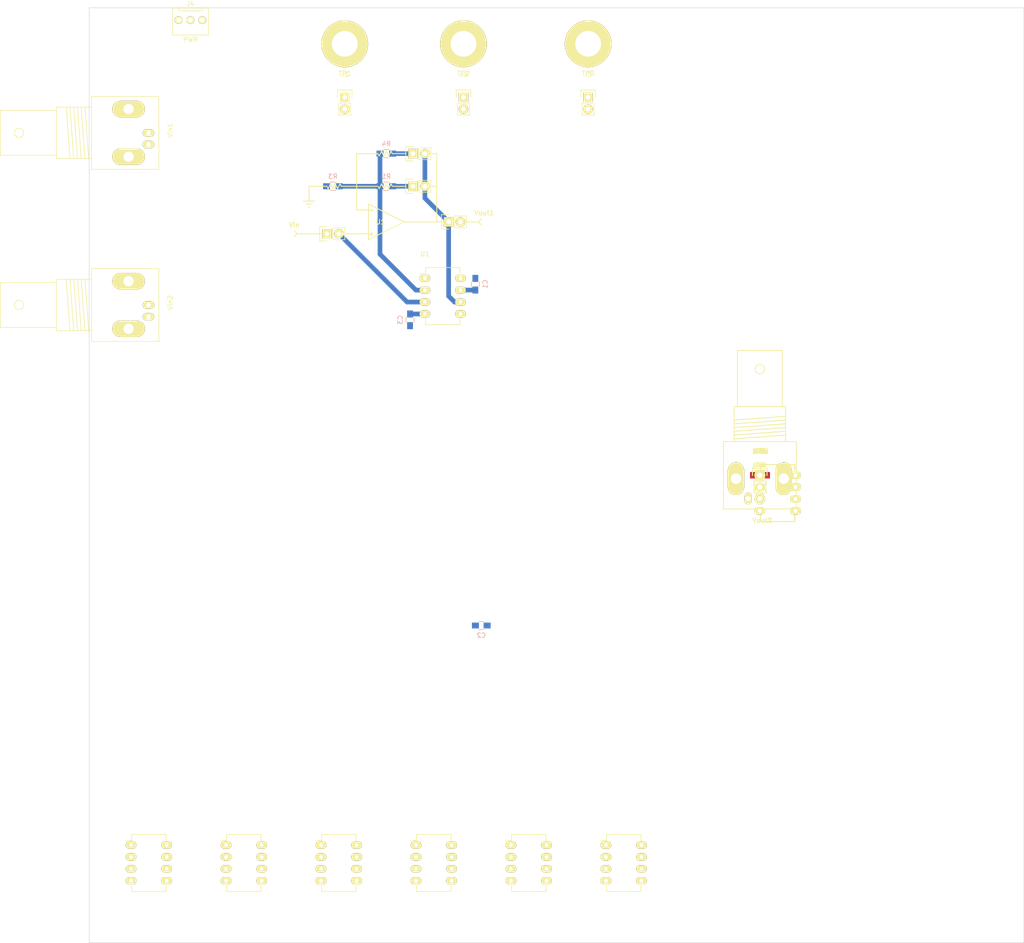
<source format=kicad_pcb>
(kicad_pcb (version 4) (host pcbnew "(after 2015-mar-04 BZR unknown)-product")

  (general
    (links 211)
    (no_connects 106)
    (area 4.949999 4.949999 205.050001 205.050001)
    (thickness 1.6)
    (drawings 56)
    (tracks 19)
    (zones 0)
    (modules 119)
    (nets 52)
  )

  (page A4)
  (layers
    (0 F.Cu signal)
    (31 B.Cu signal)
    (32 B.Adhes user)
    (33 F.Adhes user)
    (34 B.Paste user)
    (35 F.Paste user)
    (36 B.SilkS user)
    (37 F.SilkS user)
    (38 B.Mask user)
    (39 F.Mask user)
    (40 Dwgs.User user)
    (41 Cmts.User user)
    (42 Eco1.User user)
    (43 Eco2.User user)
    (44 Edge.Cuts user)
    (45 Margin user)
    (46 B.CrtYd user)
    (47 F.CrtYd user)
    (48 B.Fab user)
    (49 F.Fab user)
  )

  (setup
    (last_trace_width 1)
    (user_trace_width 0.5)
    (user_trace_width 1)
    (trace_clearance 0.2)
    (zone_clearance 0.508)
    (zone_45_only no)
    (trace_min 0.2)
    (segment_width 0.2)
    (edge_width 0.1)
    (via_size 0.6)
    (via_drill 0.4)
    (via_min_size 0.4)
    (via_min_drill 0.3)
    (uvia_size 0.3)
    (uvia_drill 0.1)
    (uvias_allowed no)
    (uvia_min_size 0.2)
    (uvia_min_drill 0.1)
    (pcb_text_width 0.3)
    (pcb_text_size 1.5 1.5)
    (mod_edge_width 0.15)
    (mod_text_size 1 1)
    (mod_text_width 0.15)
    (pad_size 1.5 1.5)
    (pad_drill 0.6)
    (pad_to_mask_clearance 0)
    (aux_axis_origin 0 0)
    (visible_elements FFFFFF7F)
    (pcbplotparams
      (layerselection 0x00030_80000001)
      (usegerberextensions false)
      (excludeedgelayer true)
      (linewidth 0.100000)
      (plotframeref false)
      (viasonmask false)
      (mode 1)
      (useauxorigin false)
      (hpglpennumber 1)
      (hpglpenspeed 20)
      (hpglpendiameter 15)
      (hpglpenoverlay 2)
      (psnegative false)
      (psa4output false)
      (plotreference true)
      (plotvalue true)
      (plotinvisibletext false)
      (padsonsilk false)
      (subtractmaskfromsilk false)
      (outputformat 1)
      (mirror false)
      (drillshape 1)
      (scaleselection 1)
      (outputdirectory ""))
  )

  (net 0 "")
  (net 1 VCC)
  (net 2 GND)
  (net 3 VSS)
  (net 4 "Net-(C5-Pad1)")
  (net 5 "Net-(C5-Pad2)")
  (net 6 "Net-(C6-Pad1)")
  (net 7 "Net-(C6-Pad2)")
  (net 8 "Net-(C15-Pad1)")
  (net 9 "Net-(C15-Pad2)")
  (net 10 "Net-(C20-Pad2)")
  (net 11 "Net-(C21-Pad2)")
  (net 12 "Net-(C22-Pad1)")
  (net 13 "Net-(C22-Pad2)")
  (net 14 "Net-(C25-Pad2)")
  (net 15 "Net-(C27-Pad2)")
  (net 16 "Net-(C29-Pad1)")
  (net 17 "Net-(C29-Pad2)")
  (net 18 "Net-(JP1-Pad1)")
  (net 19 "Net-(JP1-Pad2)")
  (net 20 "Net-(JP2-Pad1)")
  (net 21 Input)
  (net 22 "Net-(JP3-Pad2)")
  (net 23 Output1)
  (net 24 "Net-(JP5-Pad1)")
  (net 25 "Net-(JP5-Pad2)")
  (net 26 "Net-(JP6-Pad1)")
  (net 27 "Net-(JP7-Pad2)")
  (net 28 "Net-(JP9-Pad2)")
  (net 29 "Net-(JP10-Pad1)")
  (net 30 "Net-(JP10-Pad2)")
  (net 31 "Net-(JP12-Pad1)")
  (net 32 "Net-(JP13-Pad2)")
  (net 33 "Net-(JP14-Pad1)")
  (net 34 "Net-(JP14-Pad2)")
  (net 35 "Net-(JP16-Pad1)")
  (net 36 Output2)
  (net 37 "Net-(JP17-Pad1)")
  (net 38 "Net-(JP17-Pad2)")
  (net 39 "Net-(JP18-Pad1)")
  (net 40 "Net-(JP18-Pad2)")
  (net 41 "Net-(JP21-Pad1)")
  (net 42 "Net-(JP21-Pad2)")
  (net 43 "Net-(JP22-Pad1)")
  (net 44 "Net-(JP24-Pad2)")
  (net 45 "Net-(JP26-Pad2)")
  (net 46 "Net-(JP48-Pad2)")
  (net 47 "Net-(JP49-Pad2)")
  (net 48 "Net-(R1-Pad2)")
  (net 49 "Net-(R2-Pad2)")
  (net 50 "Net-(R13-Pad1)")
  (net 51 "Net-(R10-Pad2)")

  (net_class Default "This is the default net class."
    (clearance 0.2)
    (trace_width 0.25)
    (via_dia 0.6)
    (via_drill 0.4)
    (uvia_dia 0.3)
    (uvia_drill 0.1)
    (add_net GND)
    (add_net Input)
    (add_net "Net-(C15-Pad1)")
    (add_net "Net-(C15-Pad2)")
    (add_net "Net-(C20-Pad2)")
    (add_net "Net-(C21-Pad2)")
    (add_net "Net-(C22-Pad1)")
    (add_net "Net-(C22-Pad2)")
    (add_net "Net-(C25-Pad2)")
    (add_net "Net-(C27-Pad2)")
    (add_net "Net-(C29-Pad1)")
    (add_net "Net-(C29-Pad2)")
    (add_net "Net-(C5-Pad1)")
    (add_net "Net-(C5-Pad2)")
    (add_net "Net-(C6-Pad1)")
    (add_net "Net-(C6-Pad2)")
    (add_net "Net-(JP1-Pad1)")
    (add_net "Net-(JP1-Pad2)")
    (add_net "Net-(JP10-Pad1)")
    (add_net "Net-(JP10-Pad2)")
    (add_net "Net-(JP12-Pad1)")
    (add_net "Net-(JP13-Pad2)")
    (add_net "Net-(JP14-Pad1)")
    (add_net "Net-(JP14-Pad2)")
    (add_net "Net-(JP16-Pad1)")
    (add_net "Net-(JP17-Pad1)")
    (add_net "Net-(JP17-Pad2)")
    (add_net "Net-(JP18-Pad1)")
    (add_net "Net-(JP18-Pad2)")
    (add_net "Net-(JP2-Pad1)")
    (add_net "Net-(JP21-Pad1)")
    (add_net "Net-(JP21-Pad2)")
    (add_net "Net-(JP22-Pad1)")
    (add_net "Net-(JP24-Pad2)")
    (add_net "Net-(JP26-Pad2)")
    (add_net "Net-(JP3-Pad2)")
    (add_net "Net-(JP48-Pad2)")
    (add_net "Net-(JP49-Pad2)")
    (add_net "Net-(JP5-Pad1)")
    (add_net "Net-(JP5-Pad2)")
    (add_net "Net-(JP6-Pad1)")
    (add_net "Net-(JP7-Pad2)")
    (add_net "Net-(JP9-Pad2)")
    (add_net "Net-(R1-Pad2)")
    (add_net "Net-(R10-Pad2)")
    (add_net "Net-(R13-Pad1)")
    (add_net "Net-(R2-Pad2)")
    (add_net Output1)
    (add_net Output2)
    (add_net VCC)
    (add_net VSS)
  )

  (module Housings_DIP:DIP-8_W7.62mm_LongPads (layer F.Cu) (tedit 5575065F) (tstamp 5574BE6F)
    (at 115.57 184.15)
    (descr "8-lead dip package, row spacing 7.62 mm (300 mils), longer pads")
    (tags "dil dip 2.54 300")
    (fp_text reference "" (at 0 -5.22) (layer F.SilkS)
      (effects (font (size 1 1) (thickness 0.15)))
    )
    (fp_text value "" (at 0 -3.72) (layer F.Fab)
      (effects (font (size 1 1) (thickness 0.15)))
    )
    (fp_line (start -1.4 -2.45) (end -1.4 10.1) (layer F.CrtYd) (width 0.05))
    (fp_line (start 9 -2.45) (end 9 10.1) (layer F.CrtYd) (width 0.05))
    (fp_line (start -1.4 -2.45) (end 9 -2.45) (layer F.CrtYd) (width 0.05))
    (fp_line (start -1.4 10.1) (end 9 10.1) (layer F.CrtYd) (width 0.05))
    (fp_line (start 0.135 -2.295) (end 0.135 -1.025) (layer F.SilkS) (width 0.15))
    (fp_line (start 7.485 -2.295) (end 7.485 -1.025) (layer F.SilkS) (width 0.15))
    (fp_line (start 7.485 9.915) (end 7.485 8.645) (layer F.SilkS) (width 0.15))
    (fp_line (start 0.135 9.915) (end 0.135 8.645) (layer F.SilkS) (width 0.15))
    (fp_line (start 0.135 -2.295) (end 7.485 -2.295) (layer F.SilkS) (width 0.15))
    (fp_line (start 0.135 9.915) (end 7.485 9.915) (layer F.SilkS) (width 0.15))
    (fp_line (start 0.135 -1.025) (end -1.15 -1.025) (layer F.SilkS) (width 0.15))
    (pad 1 thru_hole oval (at 0 0) (size 2.3 1.6) (drill 0.8) (layers *.Cu *.Mask F.SilkS))
    (pad 2 thru_hole oval (at 0 2.54) (size 2.3 1.6) (drill 0.8) (layers *.Cu *.Mask F.SilkS))
    (pad 3 thru_hole oval (at 0 5.08) (size 2.3 1.6) (drill 0.8) (layers *.Cu *.Mask F.SilkS))
    (pad 4 thru_hole oval (at 0 7.62) (size 2.3 1.6) (drill 0.8) (layers *.Cu *.Mask F.SilkS))
    (pad 5 thru_hole oval (at 7.62 7.62) (size 2.3 1.6) (drill 0.8) (layers *.Cu *.Mask F.SilkS))
    (pad 6 thru_hole oval (at 7.62 5.08) (size 2.3 1.6) (drill 0.8) (layers *.Cu *.Mask F.SilkS))
    (pad 7 thru_hole oval (at 7.62 2.54) (size 2.3 1.6) (drill 0.8) (layers *.Cu *.Mask F.SilkS))
    (pad 8 thru_hole oval (at 7.62 0) (size 2.3 1.6) (drill 0.8) (layers *.Cu *.Mask F.SilkS))
    (model Housings_DIP.3dshapes/DIP-8_W7.62mm_LongPads.wrl
      (at (xyz 0 0 0))
      (scale (xyz 1 1 1))
      (rotate (xyz 0 0 0))
    )
  )

  (module Housings_DIP:DIP-8_W7.62mm_LongPads (layer F.Cu) (tedit 5575064F) (tstamp 5574BE59)
    (at 95.25 184.15)
    (descr "8-lead dip package, row spacing 7.62 mm (300 mils), longer pads")
    (tags "dil dip 2.54 300")
    (fp_text reference "" (at 0 -5.22) (layer F.SilkS)
      (effects (font (size 1 1) (thickness 0.15)))
    )
    (fp_text value "" (at 0 -3.72) (layer F.Fab)
      (effects (font (size 1 1) (thickness 0.15)))
    )
    (fp_line (start -1.4 -2.45) (end -1.4 10.1) (layer F.CrtYd) (width 0.05))
    (fp_line (start 9 -2.45) (end 9 10.1) (layer F.CrtYd) (width 0.05))
    (fp_line (start -1.4 -2.45) (end 9 -2.45) (layer F.CrtYd) (width 0.05))
    (fp_line (start -1.4 10.1) (end 9 10.1) (layer F.CrtYd) (width 0.05))
    (fp_line (start 0.135 -2.295) (end 0.135 -1.025) (layer F.SilkS) (width 0.15))
    (fp_line (start 7.485 -2.295) (end 7.485 -1.025) (layer F.SilkS) (width 0.15))
    (fp_line (start 7.485 9.915) (end 7.485 8.645) (layer F.SilkS) (width 0.15))
    (fp_line (start 0.135 9.915) (end 0.135 8.645) (layer F.SilkS) (width 0.15))
    (fp_line (start 0.135 -2.295) (end 7.485 -2.295) (layer F.SilkS) (width 0.15))
    (fp_line (start 0.135 9.915) (end 7.485 9.915) (layer F.SilkS) (width 0.15))
    (fp_line (start 0.135 -1.025) (end -1.15 -1.025) (layer F.SilkS) (width 0.15))
    (pad 1 thru_hole oval (at 0 0) (size 2.3 1.6) (drill 0.8) (layers *.Cu *.Mask F.SilkS))
    (pad 2 thru_hole oval (at 0 2.54) (size 2.3 1.6) (drill 0.8) (layers *.Cu *.Mask F.SilkS))
    (pad 3 thru_hole oval (at 0 5.08) (size 2.3 1.6) (drill 0.8) (layers *.Cu *.Mask F.SilkS))
    (pad 4 thru_hole oval (at 0 7.62) (size 2.3 1.6) (drill 0.8) (layers *.Cu *.Mask F.SilkS))
    (pad 5 thru_hole oval (at 7.62 7.62) (size 2.3 1.6) (drill 0.8) (layers *.Cu *.Mask F.SilkS))
    (pad 6 thru_hole oval (at 7.62 5.08) (size 2.3 1.6) (drill 0.8) (layers *.Cu *.Mask F.SilkS))
    (pad 7 thru_hole oval (at 7.62 2.54) (size 2.3 1.6) (drill 0.8) (layers *.Cu *.Mask F.SilkS))
    (pad 8 thru_hole oval (at 7.62 0) (size 2.3 1.6) (drill 0.8) (layers *.Cu *.Mask F.SilkS))
    (model Housings_DIP.3dshapes/DIP-8_W7.62mm_LongPads.wrl
      (at (xyz 0 0 0))
      (scale (xyz 1 1 1))
      (rotate (xyz 0 0 0))
    )
  )

  (module Housings_DIP:DIP-8_W7.62mm_LongPads (layer F.Cu) (tedit 5575063F) (tstamp 5574BE43)
    (at 74.93 184.15)
    (descr "8-lead dip package, row spacing 7.62 mm (300 mils), longer pads")
    (tags "dil dip 2.54 300")
    (fp_text reference "" (at 0 -5.22) (layer F.SilkS)
      (effects (font (size 1 1) (thickness 0.15)))
    )
    (fp_text value "" (at 0 -3.72) (layer F.Fab)
      (effects (font (size 1 1) (thickness 0.15)))
    )
    (fp_line (start -1.4 -2.45) (end -1.4 10.1) (layer F.CrtYd) (width 0.05))
    (fp_line (start 9 -2.45) (end 9 10.1) (layer F.CrtYd) (width 0.05))
    (fp_line (start -1.4 -2.45) (end 9 -2.45) (layer F.CrtYd) (width 0.05))
    (fp_line (start -1.4 10.1) (end 9 10.1) (layer F.CrtYd) (width 0.05))
    (fp_line (start 0.135 -2.295) (end 0.135 -1.025) (layer F.SilkS) (width 0.15))
    (fp_line (start 7.485 -2.295) (end 7.485 -1.025) (layer F.SilkS) (width 0.15))
    (fp_line (start 7.485 9.915) (end 7.485 8.645) (layer F.SilkS) (width 0.15))
    (fp_line (start 0.135 9.915) (end 0.135 8.645) (layer F.SilkS) (width 0.15))
    (fp_line (start 0.135 -2.295) (end 7.485 -2.295) (layer F.SilkS) (width 0.15))
    (fp_line (start 0.135 9.915) (end 7.485 9.915) (layer F.SilkS) (width 0.15))
    (fp_line (start 0.135 -1.025) (end -1.15 -1.025) (layer F.SilkS) (width 0.15))
    (pad 1 thru_hole oval (at 0 0) (size 2.3 1.6) (drill 0.8) (layers *.Cu *.Mask F.SilkS))
    (pad 2 thru_hole oval (at 0 2.54) (size 2.3 1.6) (drill 0.8) (layers *.Cu *.Mask F.SilkS))
    (pad 3 thru_hole oval (at 0 5.08) (size 2.3 1.6) (drill 0.8) (layers *.Cu *.Mask F.SilkS))
    (pad 4 thru_hole oval (at 0 7.62) (size 2.3 1.6) (drill 0.8) (layers *.Cu *.Mask F.SilkS))
    (pad 5 thru_hole oval (at 7.62 7.62) (size 2.3 1.6) (drill 0.8) (layers *.Cu *.Mask F.SilkS))
    (pad 6 thru_hole oval (at 7.62 5.08) (size 2.3 1.6) (drill 0.8) (layers *.Cu *.Mask F.SilkS))
    (pad 7 thru_hole oval (at 7.62 2.54) (size 2.3 1.6) (drill 0.8) (layers *.Cu *.Mask F.SilkS))
    (pad 8 thru_hole oval (at 7.62 0) (size 2.3 1.6) (drill 0.8) (layers *.Cu *.Mask F.SilkS))
    (model Housings_DIP.3dshapes/DIP-8_W7.62mm_LongPads.wrl
      (at (xyz 0 0 0))
      (scale (xyz 1 1 1))
      (rotate (xyz 0 0 0))
    )
  )

  (module Capacitors_SMD:C_0805_HandSoldering (layer B.Cu) (tedit 541A9B8D) (tstamp 5574B542)
    (at 87.63 64.135 90)
    (descr "Capacitor SMD 0805, hand soldering")
    (tags "capacitor 0805")
    (path /55733328)
    (attr smd)
    (fp_text reference C1 (at 0 2.1 90) (layer B.SilkS)
      (effects (font (size 1 1) (thickness 0.15)) (justify mirror))
    )
    (fp_text value 10nF (at 0 -2.1 90) (layer B.Fab)
      (effects (font (size 1 1) (thickness 0.15)) (justify mirror))
    )
    (fp_line (start -2.3 1) (end 2.3 1) (layer B.CrtYd) (width 0.05))
    (fp_line (start -2.3 -1) (end 2.3 -1) (layer B.CrtYd) (width 0.05))
    (fp_line (start -2.3 1) (end -2.3 -1) (layer B.CrtYd) (width 0.05))
    (fp_line (start 2.3 1) (end 2.3 -1) (layer B.CrtYd) (width 0.05))
    (fp_line (start 0.5 0.85) (end -0.5 0.85) (layer B.SilkS) (width 0.15))
    (fp_line (start -0.5 -0.85) (end 0.5 -0.85) (layer B.SilkS) (width 0.15))
    (pad 1 smd rect (at -1.25 0 90) (size 1.5 1.25) (layers B.Cu B.Paste B.Mask)
      (net 1 VCC))
    (pad 2 smd rect (at 1.25 0 90) (size 1.5 1.25) (layers B.Cu B.Paste B.Mask)
      (net 2 GND))
    (model Capacitors_SMD.3dshapes/C_0805_HandSoldering.wrl
      (at (xyz 0 0 0))
      (scale (xyz 1 1 1))
      (rotate (xyz 0 0 0))
    )
  )

  (module Capacitors_SMD:C_0805_HandSoldering (layer B.Cu) (tedit 541A9B8D) (tstamp 5574B548)
    (at 88.9 137.16)
    (descr "Capacitor SMD 0805, hand soldering")
    (tags "capacitor 0805")
    (path /55737ECC)
    (attr smd)
    (fp_text reference C2 (at 0 2.1) (layer B.SilkS)
      (effects (font (size 1 1) (thickness 0.15)) (justify mirror))
    )
    (fp_text value 10nF (at 0 -2.1) (layer B.Fab)
      (effects (font (size 1 1) (thickness 0.15)) (justify mirror))
    )
    (fp_line (start -2.3 1) (end 2.3 1) (layer B.CrtYd) (width 0.05))
    (fp_line (start -2.3 -1) (end 2.3 -1) (layer B.CrtYd) (width 0.05))
    (fp_line (start -2.3 1) (end -2.3 -1) (layer B.CrtYd) (width 0.05))
    (fp_line (start 2.3 1) (end 2.3 -1) (layer B.CrtYd) (width 0.05))
    (fp_line (start 0.5 0.85) (end -0.5 0.85) (layer B.SilkS) (width 0.15))
    (fp_line (start -0.5 -0.85) (end 0.5 -0.85) (layer B.SilkS) (width 0.15))
    (pad 1 smd rect (at -1.25 0) (size 1.5 1.25) (layers B.Cu B.Paste B.Mask)
      (net 1 VCC))
    (pad 2 smd rect (at 1.25 0) (size 1.5 1.25) (layers B.Cu B.Paste B.Mask)
      (net 2 GND))
    (model Capacitors_SMD.3dshapes/C_0805_HandSoldering.wrl
      (at (xyz 0 0 0))
      (scale (xyz 1 1 1))
      (rotate (xyz 0 0 0))
    )
  )

  (module Capacitors_SMD:C_0805_HandSoldering (layer B.Cu) (tedit 541A9B8D) (tstamp 5574B54E)
    (at 73.66 71.755 270)
    (descr "Capacitor SMD 0805, hand soldering")
    (tags "capacitor 0805")
    (path /557331CE)
    (attr smd)
    (fp_text reference C3 (at 0 2.1 270) (layer B.SilkS)
      (effects (font (size 1 1) (thickness 0.15)) (justify mirror))
    )
    (fp_text value 10nF (at 0 -2.1 270) (layer B.Fab)
      (effects (font (size 1 1) (thickness 0.15)) (justify mirror))
    )
    (fp_line (start -2.3 1) (end 2.3 1) (layer B.CrtYd) (width 0.05))
    (fp_line (start -2.3 -1) (end 2.3 -1) (layer B.CrtYd) (width 0.05))
    (fp_line (start -2.3 1) (end -2.3 -1) (layer B.CrtYd) (width 0.05))
    (fp_line (start 2.3 1) (end 2.3 -1) (layer B.CrtYd) (width 0.05))
    (fp_line (start 0.5 0.85) (end -0.5 0.85) (layer B.SilkS) (width 0.15))
    (fp_line (start -0.5 -0.85) (end 0.5 -0.85) (layer B.SilkS) (width 0.15))
    (pad 1 smd rect (at -1.25 0 270) (size 1.5 1.25) (layers B.Cu B.Paste B.Mask)
      (net 3 VSS))
    (pad 2 smd rect (at 1.25 0 270) (size 1.5 1.25) (layers B.Cu B.Paste B.Mask)
      (net 2 GND))
    (model Capacitors_SMD.3dshapes/C_0805_HandSoldering.wrl
      (at (xyz 0 0 0))
      (scale (xyz 1 1 1))
      (rotate (xyz 0 0 0))
    )
  )

  (module Capacitors_SMD:C_0805_HandSoldering (layer F.Cu) (tedit 541A9B8D) (tstamp 5574B554)
    (at 148.5011 105.0036)
    (descr "Capacitor SMD 0805, hand soldering")
    (tags "capacitor 0805")
    (path /55737EC6)
    (attr smd)
    (fp_text reference C4 (at 0 -2.1) (layer F.SilkS)
      (effects (font (size 1 1) (thickness 0.15)))
    )
    (fp_text value 10nF (at 0 2.1) (layer F.Fab)
      (effects (font (size 1 1) (thickness 0.15)))
    )
    (fp_line (start -2.3 -1) (end 2.3 -1) (layer F.CrtYd) (width 0.05))
    (fp_line (start -2.3 1) (end 2.3 1) (layer F.CrtYd) (width 0.05))
    (fp_line (start -2.3 -1) (end -2.3 1) (layer F.CrtYd) (width 0.05))
    (fp_line (start 2.3 -1) (end 2.3 1) (layer F.CrtYd) (width 0.05))
    (fp_line (start 0.5 -0.85) (end -0.5 -0.85) (layer F.SilkS) (width 0.15))
    (fp_line (start -0.5 0.85) (end 0.5 0.85) (layer F.SilkS) (width 0.15))
    (pad 1 smd rect (at -1.25 0) (size 1.5 1.25) (layers F.Cu F.Paste F.Mask)
      (net 3 VSS))
    (pad 2 smd rect (at 1.25 0) (size 1.5 1.25) (layers F.Cu F.Paste F.Mask)
      (net 2 GND))
    (model Capacitors_SMD.3dshapes/C_0805_HandSoldering.wrl
      (at (xyz 0 0 0))
      (scale (xyz 1 1 1))
      (rotate (xyz 0 0 0))
    )
  )

  (module Capacitors_SMD:C_0805_HandSoldering (layer F.Cu) (tedit 541A9B8D) (tstamp 5574B55A)
    (at 148.5011 105.0036)
    (descr "Capacitor SMD 0805, hand soldering")
    (tags "capacitor 0805")
    (path /55740096)
    (attr smd)
    (fp_text reference C5 (at 0 -2.1) (layer F.SilkS)
      (effects (font (size 1 1) (thickness 0.15)))
    )
    (fp_text value 10nF (at 0 2.1) (layer F.Fab)
      (effects (font (size 1 1) (thickness 0.15)))
    )
    (fp_line (start -2.3 -1) (end 2.3 -1) (layer F.CrtYd) (width 0.05))
    (fp_line (start -2.3 1) (end 2.3 1) (layer F.CrtYd) (width 0.05))
    (fp_line (start -2.3 -1) (end -2.3 1) (layer F.CrtYd) (width 0.05))
    (fp_line (start 2.3 -1) (end 2.3 1) (layer F.CrtYd) (width 0.05))
    (fp_line (start 0.5 -0.85) (end -0.5 -0.85) (layer F.SilkS) (width 0.15))
    (fp_line (start -0.5 0.85) (end 0.5 0.85) (layer F.SilkS) (width 0.15))
    (pad 1 smd rect (at -1.25 0) (size 1.5 1.25) (layers F.Cu F.Paste F.Mask)
      (net 4 "Net-(C5-Pad1)"))
    (pad 2 smd rect (at 1.25 0) (size 1.5 1.25) (layers F.Cu F.Paste F.Mask)
      (net 5 "Net-(C5-Pad2)"))
    (model Capacitors_SMD.3dshapes/C_0805_HandSoldering.wrl
      (at (xyz 0 0 0))
      (scale (xyz 1 1 1))
      (rotate (xyz 0 0 0))
    )
  )

  (module Capacitors_SMD:C_0805_HandSoldering (layer F.Cu) (tedit 541A9B8D) (tstamp 5574B560)
    (at 148.5011 105.0036)
    (descr "Capacitor SMD 0805, hand soldering")
    (tags "capacitor 0805")
    (path /5574A4A6)
    (attr smd)
    (fp_text reference C6 (at 0 -2.1) (layer F.SilkS)
      (effects (font (size 1 1) (thickness 0.15)))
    )
    (fp_text value 10nF (at 0 2.1) (layer F.Fab)
      (effects (font (size 1 1) (thickness 0.15)))
    )
    (fp_line (start -2.3 -1) (end 2.3 -1) (layer F.CrtYd) (width 0.05))
    (fp_line (start -2.3 1) (end 2.3 1) (layer F.CrtYd) (width 0.05))
    (fp_line (start -2.3 -1) (end -2.3 1) (layer F.CrtYd) (width 0.05))
    (fp_line (start 2.3 -1) (end 2.3 1) (layer F.CrtYd) (width 0.05))
    (fp_line (start 0.5 -0.85) (end -0.5 -0.85) (layer F.SilkS) (width 0.15))
    (fp_line (start -0.5 0.85) (end 0.5 0.85) (layer F.SilkS) (width 0.15))
    (pad 1 smd rect (at -1.25 0) (size 1.5 1.25) (layers F.Cu F.Paste F.Mask)
      (net 6 "Net-(C6-Pad1)"))
    (pad 2 smd rect (at 1.25 0) (size 1.5 1.25) (layers F.Cu F.Paste F.Mask)
      (net 7 "Net-(C6-Pad2)"))
    (model Capacitors_SMD.3dshapes/C_0805_HandSoldering.wrl
      (at (xyz 0 0 0))
      (scale (xyz 1 1 1))
      (rotate (xyz 0 0 0))
    )
  )

  (module Capacitors_SMD:C_0805_HandSoldering (layer F.Cu) (tedit 541A9B8D) (tstamp 5574B566)
    (at 148.5011 105.0036)
    (descr "Capacitor SMD 0805, hand soldering")
    (tags "capacitor 0805")
    (path /5573D54D)
    (attr smd)
    (fp_text reference C7 (at 0 -2.1) (layer F.SilkS)
      (effects (font (size 1 1) (thickness 0.15)))
    )
    (fp_text value 100nF (at 0 2.1) (layer F.Fab)
      (effects (font (size 1 1) (thickness 0.15)))
    )
    (fp_line (start -2.3 -1) (end 2.3 -1) (layer F.CrtYd) (width 0.05))
    (fp_line (start -2.3 1) (end 2.3 1) (layer F.CrtYd) (width 0.05))
    (fp_line (start -2.3 -1) (end -2.3 1) (layer F.CrtYd) (width 0.05))
    (fp_line (start 2.3 -1) (end 2.3 1) (layer F.CrtYd) (width 0.05))
    (fp_line (start 0.5 -0.85) (end -0.5 -0.85) (layer F.SilkS) (width 0.15))
    (fp_line (start -0.5 0.85) (end 0.5 0.85) (layer F.SilkS) (width 0.15))
    (pad 1 smd rect (at -1.25 0) (size 1.5 1.25) (layers F.Cu F.Paste F.Mask)
      (net 1 VCC))
    (pad 2 smd rect (at 1.25 0) (size 1.5 1.25) (layers F.Cu F.Paste F.Mask)
      (net 2 GND))
    (model Capacitors_SMD.3dshapes/C_0805_HandSoldering.wrl
      (at (xyz 0 0 0))
      (scale (xyz 1 1 1))
      (rotate (xyz 0 0 0))
    )
  )

  (module Capacitors_SMD:C_0805_HandSoldering (layer F.Cu) (tedit 541A9B8D) (tstamp 5574B56C)
    (at 148.5011 105.0036)
    (descr "Capacitor SMD 0805, hand soldering")
    (tags "capacitor 0805")
    (path /5574A3FF)
    (attr smd)
    (fp_text reference C8 (at 0 -2.1) (layer F.SilkS)
      (effects (font (size 1 1) (thickness 0.15)))
    )
    (fp_text value 100nF (at 0 2.1) (layer F.Fab)
      (effects (font (size 1 1) (thickness 0.15)))
    )
    (fp_line (start -2.3 -1) (end 2.3 -1) (layer F.CrtYd) (width 0.05))
    (fp_line (start -2.3 1) (end 2.3 1) (layer F.CrtYd) (width 0.05))
    (fp_line (start -2.3 -1) (end -2.3 1) (layer F.CrtYd) (width 0.05))
    (fp_line (start 2.3 -1) (end 2.3 1) (layer F.CrtYd) (width 0.05))
    (fp_line (start 0.5 -0.85) (end -0.5 -0.85) (layer F.SilkS) (width 0.15))
    (fp_line (start -0.5 0.85) (end 0.5 0.85) (layer F.SilkS) (width 0.15))
    (pad 1 smd rect (at -1.25 0) (size 1.5 1.25) (layers F.Cu F.Paste F.Mask)
      (net 1 VCC))
    (pad 2 smd rect (at 1.25 0) (size 1.5 1.25) (layers F.Cu F.Paste F.Mask)
      (net 2 GND))
    (model Capacitors_SMD.3dshapes/C_0805_HandSoldering.wrl
      (at (xyz 0 0 0))
      (scale (xyz 1 1 1))
      (rotate (xyz 0 0 0))
    )
  )

  (module Capacitors_SMD:C_0805_HandSoldering (layer F.Cu) (tedit 541A9B8D) (tstamp 5574B572)
    (at 148.5011 105.0036)
    (descr "Capacitor SMD 0805, hand soldering")
    (tags "capacitor 0805")
    (path /5573D7F0)
    (attr smd)
    (fp_text reference C9 (at 0 -2.1) (layer F.SilkS)
      (effects (font (size 1 1) (thickness 0.15)))
    )
    (fp_text value 100nF (at 0 2.1) (layer F.Fab)
      (effects (font (size 1 1) (thickness 0.15)))
    )
    (fp_line (start -2.3 -1) (end 2.3 -1) (layer F.CrtYd) (width 0.05))
    (fp_line (start -2.3 1) (end 2.3 1) (layer F.CrtYd) (width 0.05))
    (fp_line (start -2.3 -1) (end -2.3 1) (layer F.CrtYd) (width 0.05))
    (fp_line (start 2.3 -1) (end 2.3 1) (layer F.CrtYd) (width 0.05))
    (fp_line (start 0.5 -0.85) (end -0.5 -0.85) (layer F.SilkS) (width 0.15))
    (fp_line (start -0.5 0.85) (end 0.5 0.85) (layer F.SilkS) (width 0.15))
    (pad 1 smd rect (at -1.25 0) (size 1.5 1.25) (layers F.Cu F.Paste F.Mask)
      (net 1 VCC))
    (pad 2 smd rect (at 1.25 0) (size 1.5 1.25) (layers F.Cu F.Paste F.Mask)
      (net 2 GND))
    (model Capacitors_SMD.3dshapes/C_0805_HandSoldering.wrl
      (at (xyz 0 0 0))
      (scale (xyz 1 1 1))
      (rotate (xyz 0 0 0))
    )
  )

  (module Capacitors_SMD:C_0805_HandSoldering (layer F.Cu) (tedit 541A9B8D) (tstamp 5574B578)
    (at 148.5011 105.0036)
    (descr "Capacitor SMD 0805, hand soldering")
    (tags "capacitor 0805")
    (path /5574A459)
    (attr smd)
    (fp_text reference C10 (at 0 -2.1) (layer F.SilkS)
      (effects (font (size 1 1) (thickness 0.15)))
    )
    (fp_text value 100nF (at 0 2.1) (layer F.Fab)
      (effects (font (size 1 1) (thickness 0.15)))
    )
    (fp_line (start -2.3 -1) (end 2.3 -1) (layer F.CrtYd) (width 0.05))
    (fp_line (start -2.3 1) (end 2.3 1) (layer F.CrtYd) (width 0.05))
    (fp_line (start -2.3 -1) (end -2.3 1) (layer F.CrtYd) (width 0.05))
    (fp_line (start 2.3 -1) (end 2.3 1) (layer F.CrtYd) (width 0.05))
    (fp_line (start 0.5 -0.85) (end -0.5 -0.85) (layer F.SilkS) (width 0.15))
    (fp_line (start -0.5 0.85) (end 0.5 0.85) (layer F.SilkS) (width 0.15))
    (pad 1 smd rect (at -1.25 0) (size 1.5 1.25) (layers F.Cu F.Paste F.Mask)
      (net 1 VCC))
    (pad 2 smd rect (at 1.25 0) (size 1.5 1.25) (layers F.Cu F.Paste F.Mask)
      (net 2 GND))
    (model Capacitors_SMD.3dshapes/C_0805_HandSoldering.wrl
      (at (xyz 0 0 0))
      (scale (xyz 1 1 1))
      (rotate (xyz 0 0 0))
    )
  )

  (module Capacitors_SMD:C_0805_HandSoldering (layer F.Cu) (tedit 541A9B8D) (tstamp 5574B57E)
    (at 148.5011 105.0036)
    (descr "Capacitor SMD 0805, hand soldering")
    (tags "capacitor 0805")
    (path /5574A3F9)
    (attr smd)
    (fp_text reference C11 (at 0 -2.1) (layer F.SilkS)
      (effects (font (size 1 1) (thickness 0.15)))
    )
    (fp_text value 100nF (at 0 2.1) (layer F.Fab)
      (effects (font (size 1 1) (thickness 0.15)))
    )
    (fp_line (start -2.3 -1) (end 2.3 -1) (layer F.CrtYd) (width 0.05))
    (fp_line (start -2.3 1) (end 2.3 1) (layer F.CrtYd) (width 0.05))
    (fp_line (start -2.3 -1) (end -2.3 1) (layer F.CrtYd) (width 0.05))
    (fp_line (start 2.3 -1) (end 2.3 1) (layer F.CrtYd) (width 0.05))
    (fp_line (start 0.5 -0.85) (end -0.5 -0.85) (layer F.SilkS) (width 0.15))
    (fp_line (start -0.5 0.85) (end 0.5 0.85) (layer F.SilkS) (width 0.15))
    (pad 1 smd rect (at -1.25 0) (size 1.5 1.25) (layers F.Cu F.Paste F.Mask)
      (net 3 VSS))
    (pad 2 smd rect (at 1.25 0) (size 1.5 1.25) (layers F.Cu F.Paste F.Mask)
      (net 2 GND))
    (model Capacitors_SMD.3dshapes/C_0805_HandSoldering.wrl
      (at (xyz 0 0 0))
      (scale (xyz 1 1 1))
      (rotate (xyz 0 0 0))
    )
  )

  (module Capacitors_SMD:C_0805_HandSoldering (layer F.Cu) (tedit 541A9B8D) (tstamp 5574B584)
    (at 148.5011 105.0036)
    (descr "Capacitor SMD 0805, hand soldering")
    (tags "capacitor 0805")
    (path /5573D547)
    (attr smd)
    (fp_text reference C12 (at 0 -2.1) (layer F.SilkS)
      (effects (font (size 1 1) (thickness 0.15)))
    )
    (fp_text value 100nF (at 0 2.1) (layer F.Fab)
      (effects (font (size 1 1) (thickness 0.15)))
    )
    (fp_line (start -2.3 -1) (end 2.3 -1) (layer F.CrtYd) (width 0.05))
    (fp_line (start -2.3 1) (end 2.3 1) (layer F.CrtYd) (width 0.05))
    (fp_line (start -2.3 -1) (end -2.3 1) (layer F.CrtYd) (width 0.05))
    (fp_line (start 2.3 -1) (end 2.3 1) (layer F.CrtYd) (width 0.05))
    (fp_line (start 0.5 -0.85) (end -0.5 -0.85) (layer F.SilkS) (width 0.15))
    (fp_line (start -0.5 0.85) (end 0.5 0.85) (layer F.SilkS) (width 0.15))
    (pad 1 smd rect (at -1.25 0) (size 1.5 1.25) (layers F.Cu F.Paste F.Mask)
      (net 3 VSS))
    (pad 2 smd rect (at 1.25 0) (size 1.5 1.25) (layers F.Cu F.Paste F.Mask)
      (net 2 GND))
    (model Capacitors_SMD.3dshapes/C_0805_HandSoldering.wrl
      (at (xyz 0 0 0))
      (scale (xyz 1 1 1))
      (rotate (xyz 0 0 0))
    )
  )

  (module Capacitors_SMD:C_0805_HandSoldering (layer F.Cu) (tedit 541A9B8D) (tstamp 5574B58A)
    (at 148.5011 105.0036)
    (descr "Capacitor SMD 0805, hand soldering")
    (tags "capacitor 0805")
    (path /5573D7EA)
    (attr smd)
    (fp_text reference C13 (at 0 -2.1) (layer F.SilkS)
      (effects (font (size 1 1) (thickness 0.15)))
    )
    (fp_text value 100nF (at 0 2.1) (layer F.Fab)
      (effects (font (size 1 1) (thickness 0.15)))
    )
    (fp_line (start -2.3 -1) (end 2.3 -1) (layer F.CrtYd) (width 0.05))
    (fp_line (start -2.3 1) (end 2.3 1) (layer F.CrtYd) (width 0.05))
    (fp_line (start -2.3 -1) (end -2.3 1) (layer F.CrtYd) (width 0.05))
    (fp_line (start 2.3 -1) (end 2.3 1) (layer F.CrtYd) (width 0.05))
    (fp_line (start 0.5 -0.85) (end -0.5 -0.85) (layer F.SilkS) (width 0.15))
    (fp_line (start -0.5 0.85) (end 0.5 0.85) (layer F.SilkS) (width 0.15))
    (pad 1 smd rect (at -1.25 0) (size 1.5 1.25) (layers F.Cu F.Paste F.Mask)
      (net 3 VSS))
    (pad 2 smd rect (at 1.25 0) (size 1.5 1.25) (layers F.Cu F.Paste F.Mask)
      (net 2 GND))
    (model Capacitors_SMD.3dshapes/C_0805_HandSoldering.wrl
      (at (xyz 0 0 0))
      (scale (xyz 1 1 1))
      (rotate (xyz 0 0 0))
    )
  )

  (module Capacitors_SMD:C_0805_HandSoldering (layer F.Cu) (tedit 541A9B8D) (tstamp 5574B590)
    (at 148.5011 105.0036)
    (descr "Capacitor SMD 0805, hand soldering")
    (tags "capacitor 0805")
    (path /5574A453)
    (attr smd)
    (fp_text reference C14 (at 0 -2.1) (layer F.SilkS)
      (effects (font (size 1 1) (thickness 0.15)))
    )
    (fp_text value 100nF (at 0 2.1) (layer F.Fab)
      (effects (font (size 1 1) (thickness 0.15)))
    )
    (fp_line (start -2.3 -1) (end 2.3 -1) (layer F.CrtYd) (width 0.05))
    (fp_line (start -2.3 1) (end 2.3 1) (layer F.CrtYd) (width 0.05))
    (fp_line (start -2.3 -1) (end -2.3 1) (layer F.CrtYd) (width 0.05))
    (fp_line (start 2.3 -1) (end 2.3 1) (layer F.CrtYd) (width 0.05))
    (fp_line (start 0.5 -0.85) (end -0.5 -0.85) (layer F.SilkS) (width 0.15))
    (fp_line (start -0.5 0.85) (end 0.5 0.85) (layer F.SilkS) (width 0.15))
    (pad 1 smd rect (at -1.25 0) (size 1.5 1.25) (layers F.Cu F.Paste F.Mask)
      (net 3 VSS))
    (pad 2 smd rect (at 1.25 0) (size 1.5 1.25) (layers F.Cu F.Paste F.Mask)
      (net 2 GND))
    (model Capacitors_SMD.3dshapes/C_0805_HandSoldering.wrl
      (at (xyz 0 0 0))
      (scale (xyz 1 1 1))
      (rotate (xyz 0 0 0))
    )
  )

  (module Capacitors_SMD:C_0805_HandSoldering (layer F.Cu) (tedit 541A9B8D) (tstamp 5574B596)
    (at 148.5011 105.0036)
    (descr "Capacitor SMD 0805, hand soldering")
    (tags "capacitor 0805")
    (path /55761669)
    (attr smd)
    (fp_text reference C15 (at 0 -2.1) (layer F.SilkS)
      (effects (font (size 1 1) (thickness 0.15)))
    )
    (fp_text value 100nF (at 0 2.1) (layer F.Fab)
      (effects (font (size 1 1) (thickness 0.15)))
    )
    (fp_line (start -2.3 -1) (end 2.3 -1) (layer F.CrtYd) (width 0.05))
    (fp_line (start -2.3 1) (end 2.3 1) (layer F.CrtYd) (width 0.05))
    (fp_line (start -2.3 -1) (end -2.3 1) (layer F.CrtYd) (width 0.05))
    (fp_line (start 2.3 -1) (end 2.3 1) (layer F.CrtYd) (width 0.05))
    (fp_line (start 0.5 -0.85) (end -0.5 -0.85) (layer F.SilkS) (width 0.15))
    (fp_line (start -0.5 0.85) (end 0.5 0.85) (layer F.SilkS) (width 0.15))
    (pad 1 smd rect (at -1.25 0) (size 1.5 1.25) (layers F.Cu F.Paste F.Mask)
      (net 8 "Net-(C15-Pad1)"))
    (pad 2 smd rect (at 1.25 0) (size 1.5 1.25) (layers F.Cu F.Paste F.Mask)
      (net 9 "Net-(C15-Pad2)"))
    (model Capacitors_SMD.3dshapes/C_0805_HandSoldering.wrl
      (at (xyz 0 0 0))
      (scale (xyz 1 1 1))
      (rotate (xyz 0 0 0))
    )
  )

  (module Capacitors_SMD:C_0805_HandSoldering (layer F.Cu) (tedit 541A9B8D) (tstamp 5574B59C)
    (at 148.5011 105.0036)
    (descr "Capacitor SMD 0805, hand soldering")
    (tags "capacitor 0805")
    (path /5575D395)
    (attr smd)
    (fp_text reference C16 (at 0 -2.1) (layer F.SilkS)
      (effects (font (size 1 1) (thickness 0.15)))
    )
    (fp_text value 100nF (at 0 2.1) (layer F.Fab)
      (effects (font (size 1 1) (thickness 0.15)))
    )
    (fp_line (start -2.3 -1) (end 2.3 -1) (layer F.CrtYd) (width 0.05))
    (fp_line (start -2.3 1) (end 2.3 1) (layer F.CrtYd) (width 0.05))
    (fp_line (start -2.3 -1) (end -2.3 1) (layer F.CrtYd) (width 0.05))
    (fp_line (start 2.3 -1) (end 2.3 1) (layer F.CrtYd) (width 0.05))
    (fp_line (start 0.5 -0.85) (end -0.5 -0.85) (layer F.SilkS) (width 0.15))
    (fp_line (start -0.5 0.85) (end 0.5 0.85) (layer F.SilkS) (width 0.15))
    (pad 1 smd rect (at -1.25 0) (size 1.5 1.25) (layers F.Cu F.Paste F.Mask)
      (net 1 VCC))
    (pad 2 smd rect (at 1.25 0) (size 1.5 1.25) (layers F.Cu F.Paste F.Mask)
      (net 2 GND))
    (model Capacitors_SMD.3dshapes/C_0805_HandSoldering.wrl
      (at (xyz 0 0 0))
      (scale (xyz 1 1 1))
      (rotate (xyz 0 0 0))
    )
  )

  (module Capacitors_SMD:C_0805_HandSoldering (layer F.Cu) (tedit 541A9B8D) (tstamp 5574B5A2)
    (at 148.5011 105.0036)
    (descr "Capacitor SMD 0805, hand soldering")
    (tags "capacitor 0805")
    (path /55752DF0)
    (attr smd)
    (fp_text reference C17 (at 0 -2.1) (layer F.SilkS)
      (effects (font (size 1 1) (thickness 0.15)))
    )
    (fp_text value 100nF (at 0 2.1) (layer F.Fab)
      (effects (font (size 1 1) (thickness 0.15)))
    )
    (fp_line (start -2.3 -1) (end 2.3 -1) (layer F.CrtYd) (width 0.05))
    (fp_line (start -2.3 1) (end 2.3 1) (layer F.CrtYd) (width 0.05))
    (fp_line (start -2.3 -1) (end -2.3 1) (layer F.CrtYd) (width 0.05))
    (fp_line (start 2.3 -1) (end 2.3 1) (layer F.CrtYd) (width 0.05))
    (fp_line (start 0.5 -0.85) (end -0.5 -0.85) (layer F.SilkS) (width 0.15))
    (fp_line (start -0.5 0.85) (end 0.5 0.85) (layer F.SilkS) (width 0.15))
    (pad 1 smd rect (at -1.25 0) (size 1.5 1.25) (layers F.Cu F.Paste F.Mask)
      (net 1 VCC))
    (pad 2 smd rect (at 1.25 0) (size 1.5 1.25) (layers F.Cu F.Paste F.Mask)
      (net 2 GND))
    (model Capacitors_SMD.3dshapes/C_0805_HandSoldering.wrl
      (at (xyz 0 0 0))
      (scale (xyz 1 1 1))
      (rotate (xyz 0 0 0))
    )
  )

  (module Capacitors_SMD:C_0805_HandSoldering (layer F.Cu) (tedit 541A9B8D) (tstamp 5574B5A8)
    (at 148.5011 105.0036)
    (descr "Capacitor SMD 0805, hand soldering")
    (tags "capacitor 0805")
    (path /5575D38F)
    (attr smd)
    (fp_text reference C18 (at 0 -2.1) (layer F.SilkS)
      (effects (font (size 1 1) (thickness 0.15)))
    )
    (fp_text value 100nF (at 0 2.1) (layer F.Fab)
      (effects (font (size 1 1) (thickness 0.15)))
    )
    (fp_line (start -2.3 -1) (end 2.3 -1) (layer F.CrtYd) (width 0.05))
    (fp_line (start -2.3 1) (end 2.3 1) (layer F.CrtYd) (width 0.05))
    (fp_line (start -2.3 -1) (end -2.3 1) (layer F.CrtYd) (width 0.05))
    (fp_line (start 2.3 -1) (end 2.3 1) (layer F.CrtYd) (width 0.05))
    (fp_line (start 0.5 -0.85) (end -0.5 -0.85) (layer F.SilkS) (width 0.15))
    (fp_line (start -0.5 0.85) (end 0.5 0.85) (layer F.SilkS) (width 0.15))
    (pad 1 smd rect (at -1.25 0) (size 1.5 1.25) (layers F.Cu F.Paste F.Mask)
      (net 3 VSS))
    (pad 2 smd rect (at 1.25 0) (size 1.5 1.25) (layers F.Cu F.Paste F.Mask)
      (net 2 GND))
    (model Capacitors_SMD.3dshapes/C_0805_HandSoldering.wrl
      (at (xyz 0 0 0))
      (scale (xyz 1 1 1))
      (rotate (xyz 0 0 0))
    )
  )

  (module Capacitors_SMD:C_0805_HandSoldering (layer F.Cu) (tedit 541A9B8D) (tstamp 5574B5AE)
    (at 148.5011 105.0036)
    (descr "Capacitor SMD 0805, hand soldering")
    (tags "capacitor 0805")
    (path /55752DEA)
    (attr smd)
    (fp_text reference C19 (at 0 -2.1) (layer F.SilkS)
      (effects (font (size 1 1) (thickness 0.15)))
    )
    (fp_text value 100nF (at 0 2.1) (layer F.Fab)
      (effects (font (size 1 1) (thickness 0.15)))
    )
    (fp_line (start -2.3 -1) (end 2.3 -1) (layer F.CrtYd) (width 0.05))
    (fp_line (start -2.3 1) (end 2.3 1) (layer F.CrtYd) (width 0.05))
    (fp_line (start -2.3 -1) (end -2.3 1) (layer F.CrtYd) (width 0.05))
    (fp_line (start 2.3 -1) (end 2.3 1) (layer F.CrtYd) (width 0.05))
    (fp_line (start 0.5 -0.85) (end -0.5 -0.85) (layer F.SilkS) (width 0.15))
    (fp_line (start -0.5 0.85) (end 0.5 0.85) (layer F.SilkS) (width 0.15))
    (pad 1 smd rect (at -1.25 0) (size 1.5 1.25) (layers F.Cu F.Paste F.Mask)
      (net 3 VSS))
    (pad 2 smd rect (at 1.25 0) (size 1.5 1.25) (layers F.Cu F.Paste F.Mask)
      (net 2 GND))
    (model Capacitors_SMD.3dshapes/C_0805_HandSoldering.wrl
      (at (xyz 0 0 0))
      (scale (xyz 1 1 1))
      (rotate (xyz 0 0 0))
    )
  )

  (module Capacitors_SMD:C_0805_HandSoldering (layer F.Cu) (tedit 541A9B8D) (tstamp 5574B5B4)
    (at 148.5011 105.0036)
    (descr "Capacitor SMD 0805, hand soldering")
    (tags "capacitor 0805")
    (path /5575D3FB)
    (attr smd)
    (fp_text reference C20 (at 0 -2.1) (layer F.SilkS)
      (effects (font (size 1 1) (thickness 0.15)))
    )
    (fp_text value 1uF (at 0 2.1) (layer F.Fab)
      (effects (font (size 1 1) (thickness 0.15)))
    )
    (fp_line (start -2.3 -1) (end 2.3 -1) (layer F.CrtYd) (width 0.05))
    (fp_line (start -2.3 1) (end 2.3 1) (layer F.CrtYd) (width 0.05))
    (fp_line (start -2.3 -1) (end -2.3 1) (layer F.CrtYd) (width 0.05))
    (fp_line (start 2.3 -1) (end 2.3 1) (layer F.CrtYd) (width 0.05))
    (fp_line (start 0.5 -0.85) (end -0.5 -0.85) (layer F.SilkS) (width 0.15))
    (fp_line (start -0.5 0.85) (end 0.5 0.85) (layer F.SilkS) (width 0.15))
    (pad 1 smd rect (at -1.25 0) (size 1.5 1.25) (layers F.Cu F.Paste F.Mask)
      (net 2 GND))
    (pad 2 smd rect (at 1.25 0) (size 1.5 1.25) (layers F.Cu F.Paste F.Mask)
      (net 10 "Net-(C20-Pad2)"))
    (model Capacitors_SMD.3dshapes/C_0805_HandSoldering.wrl
      (at (xyz 0 0 0))
      (scale (xyz 1 1 1))
      (rotate (xyz 0 0 0))
    )
  )

  (module Capacitors_SMD:C_0805_HandSoldering (layer F.Cu) (tedit 541A9B8D) (tstamp 5574B5BA)
    (at 148.5011 105.0036)
    (descr "Capacitor SMD 0805, hand soldering")
    (tags "capacitor 0805")
    (path /557572B0)
    (attr smd)
    (fp_text reference C21 (at 0 -2.1) (layer F.SilkS)
      (effects (font (size 1 1) (thickness 0.15)))
    )
    (fp_text value 1uF (at 0 2.1) (layer F.Fab)
      (effects (font (size 1 1) (thickness 0.15)))
    )
    (fp_line (start -2.3 -1) (end 2.3 -1) (layer F.CrtYd) (width 0.05))
    (fp_line (start -2.3 1) (end 2.3 1) (layer F.CrtYd) (width 0.05))
    (fp_line (start -2.3 -1) (end -2.3 1) (layer F.CrtYd) (width 0.05))
    (fp_line (start 2.3 -1) (end 2.3 1) (layer F.CrtYd) (width 0.05))
    (fp_line (start 0.5 -0.85) (end -0.5 -0.85) (layer F.SilkS) (width 0.15))
    (fp_line (start -0.5 0.85) (end 0.5 0.85) (layer F.SilkS) (width 0.15))
    (pad 1 smd rect (at -1.25 0) (size 1.5 1.25) (layers F.Cu F.Paste F.Mask)
      (net 2 GND))
    (pad 2 smd rect (at 1.25 0) (size 1.5 1.25) (layers F.Cu F.Paste F.Mask)
      (net 11 "Net-(C21-Pad2)"))
    (model Capacitors_SMD.3dshapes/C_0805_HandSoldering.wrl
      (at (xyz 0 0 0))
      (scale (xyz 1 1 1))
      (rotate (xyz 0 0 0))
    )
  )

  (module Capacitors_SMD:C_0805_HandSoldering (layer F.Cu) (tedit 541A9B8D) (tstamp 5574B5C0)
    (at 148.5011 105.0036)
    (descr "Capacitor SMD 0805, hand soldering")
    (tags "capacitor 0805")
    (path /557A7CD2)
    (attr smd)
    (fp_text reference C22 (at 0 -2.1) (layer F.SilkS)
      (effects (font (size 1 1) (thickness 0.15)))
    )
    (fp_text value 10nF (at 0 2.1) (layer F.Fab)
      (effects (font (size 1 1) (thickness 0.15)))
    )
    (fp_line (start -2.3 -1) (end 2.3 -1) (layer F.CrtYd) (width 0.05))
    (fp_line (start -2.3 1) (end 2.3 1) (layer F.CrtYd) (width 0.05))
    (fp_line (start -2.3 -1) (end -2.3 1) (layer F.CrtYd) (width 0.05))
    (fp_line (start 2.3 -1) (end 2.3 1) (layer F.CrtYd) (width 0.05))
    (fp_line (start 0.5 -0.85) (end -0.5 -0.85) (layer F.SilkS) (width 0.15))
    (fp_line (start -0.5 0.85) (end 0.5 0.85) (layer F.SilkS) (width 0.15))
    (pad 1 smd rect (at -1.25 0) (size 1.5 1.25) (layers F.Cu F.Paste F.Mask)
      (net 12 "Net-(C22-Pad1)"))
    (pad 2 smd rect (at 1.25 0) (size 1.5 1.25) (layers F.Cu F.Paste F.Mask)
      (net 13 "Net-(C22-Pad2)"))
    (model Capacitors_SMD.3dshapes/C_0805_HandSoldering.wrl
      (at (xyz 0 0 0))
      (scale (xyz 1 1 1))
      (rotate (xyz 0 0 0))
    )
  )

  (module Capacitors_SMD:C_0805_HandSoldering (layer F.Cu) (tedit 541A9B8D) (tstamp 5574B5C6)
    (at 148.5011 105.0036)
    (descr "Capacitor SMD 0805, hand soldering")
    (tags "capacitor 0805")
    (path /557C9F18)
    (attr smd)
    (fp_text reference C23 (at 0 -2.1) (layer F.SilkS)
      (effects (font (size 1 1) (thickness 0.15)))
    )
    (fp_text value 100nF (at 0 2.1) (layer F.Fab)
      (effects (font (size 1 1) (thickness 0.15)))
    )
    (fp_line (start -2.3 -1) (end 2.3 -1) (layer F.CrtYd) (width 0.05))
    (fp_line (start -2.3 1) (end 2.3 1) (layer F.CrtYd) (width 0.05))
    (fp_line (start -2.3 -1) (end -2.3 1) (layer F.CrtYd) (width 0.05))
    (fp_line (start 2.3 -1) (end 2.3 1) (layer F.CrtYd) (width 0.05))
    (fp_line (start 0.5 -0.85) (end -0.5 -0.85) (layer F.SilkS) (width 0.15))
    (fp_line (start -0.5 0.85) (end 0.5 0.85) (layer F.SilkS) (width 0.15))
    (pad 1 smd rect (at -1.25 0) (size 1.5 1.25) (layers F.Cu F.Paste F.Mask)
      (net 1 VCC))
    (pad 2 smd rect (at 1.25 0) (size 1.5 1.25) (layers F.Cu F.Paste F.Mask)
      (net 2 GND))
    (model Capacitors_SMD.3dshapes/C_0805_HandSoldering.wrl
      (at (xyz 0 0 0))
      (scale (xyz 1 1 1))
      (rotate (xyz 0 0 0))
    )
  )

  (module Capacitors_SMD:C_0805_HandSoldering (layer F.Cu) (tedit 541A9B8D) (tstamp 5574B5CC)
    (at 148.5011 105.0036)
    (descr "Capacitor SMD 0805, hand soldering")
    (tags "capacitor 0805")
    (path /557A7C5D)
    (attr smd)
    (fp_text reference C24 (at 0 -2.1) (layer F.SilkS)
      (effects (font (size 1 1) (thickness 0.15)))
    )
    (fp_text value 100nF (at 0 2.1) (layer F.Fab)
      (effects (font (size 1 1) (thickness 0.15)))
    )
    (fp_line (start -2.3 -1) (end 2.3 -1) (layer F.CrtYd) (width 0.05))
    (fp_line (start -2.3 1) (end 2.3 1) (layer F.CrtYd) (width 0.05))
    (fp_line (start -2.3 -1) (end -2.3 1) (layer F.CrtYd) (width 0.05))
    (fp_line (start 2.3 -1) (end 2.3 1) (layer F.CrtYd) (width 0.05))
    (fp_line (start 0.5 -0.85) (end -0.5 -0.85) (layer F.SilkS) (width 0.15))
    (fp_line (start -0.5 0.85) (end 0.5 0.85) (layer F.SilkS) (width 0.15))
    (pad 1 smd rect (at -1.25 0) (size 1.5 1.25) (layers F.Cu F.Paste F.Mask)
      (net 1 VCC))
    (pad 2 smd rect (at 1.25 0) (size 1.5 1.25) (layers F.Cu F.Paste F.Mask)
      (net 2 GND))
    (model Capacitors_SMD.3dshapes/C_0805_HandSoldering.wrl
      (at (xyz 0 0 0))
      (scale (xyz 1 1 1))
      (rotate (xyz 0 0 0))
    )
  )

  (module Capacitors_SMD:C_0805_HandSoldering (layer F.Cu) (tedit 541A9B8D) (tstamp 5574B5D2)
    (at 148.5011 105.0036)
    (descr "Capacitor SMD 0805, hand soldering")
    (tags "capacitor 0805")
    (path /557A7CBA)
    (attr smd)
    (fp_text reference C25 (at 0 -2.1) (layer F.SilkS)
      (effects (font (size 1 1) (thickness 0.15)))
    )
    (fp_text value 39nF (at 0 2.1) (layer F.Fab)
      (effects (font (size 1 1) (thickness 0.15)))
    )
    (fp_line (start -2.3 -1) (end 2.3 -1) (layer F.CrtYd) (width 0.05))
    (fp_line (start -2.3 1) (end 2.3 1) (layer F.CrtYd) (width 0.05))
    (fp_line (start -2.3 -1) (end -2.3 1) (layer F.CrtYd) (width 0.05))
    (fp_line (start 2.3 -1) (end 2.3 1) (layer F.CrtYd) (width 0.05))
    (fp_line (start 0.5 -0.85) (end -0.5 -0.85) (layer F.SilkS) (width 0.15))
    (fp_line (start -0.5 0.85) (end 0.5 0.85) (layer F.SilkS) (width 0.15))
    (pad 1 smd rect (at -1.25 0) (size 1.5 1.25) (layers F.Cu F.Paste F.Mask)
      (net 2 GND))
    (pad 2 smd rect (at 1.25 0) (size 1.5 1.25) (layers F.Cu F.Paste F.Mask)
      (net 14 "Net-(C25-Pad2)"))
    (model Capacitors_SMD.3dshapes/C_0805_HandSoldering.wrl
      (at (xyz 0 0 0))
      (scale (xyz 1 1 1))
      (rotate (xyz 0 0 0))
    )
  )

  (module Capacitors_SMD:C_0805_HandSoldering (layer F.Cu) (tedit 541A9B8D) (tstamp 5574B5D8)
    (at 148.5011 105.0036)
    (descr "Capacitor SMD 0805, hand soldering")
    (tags "capacitor 0805")
    (path /557C9F12)
    (attr smd)
    (fp_text reference C26 (at 0 -2.1) (layer F.SilkS)
      (effects (font (size 1 1) (thickness 0.15)))
    )
    (fp_text value 100nF (at 0 2.1) (layer F.Fab)
      (effects (font (size 1 1) (thickness 0.15)))
    )
    (fp_line (start -2.3 -1) (end 2.3 -1) (layer F.CrtYd) (width 0.05))
    (fp_line (start -2.3 1) (end 2.3 1) (layer F.CrtYd) (width 0.05))
    (fp_line (start -2.3 -1) (end -2.3 1) (layer F.CrtYd) (width 0.05))
    (fp_line (start 2.3 -1) (end 2.3 1) (layer F.CrtYd) (width 0.05))
    (fp_line (start 0.5 -0.85) (end -0.5 -0.85) (layer F.SilkS) (width 0.15))
    (fp_line (start -0.5 0.85) (end 0.5 0.85) (layer F.SilkS) (width 0.15))
    (pad 1 smd rect (at -1.25 0) (size 1.5 1.25) (layers F.Cu F.Paste F.Mask)
      (net 3 VSS))
    (pad 2 smd rect (at 1.25 0) (size 1.5 1.25) (layers F.Cu F.Paste F.Mask)
      (net 2 GND))
    (model Capacitors_SMD.3dshapes/C_0805_HandSoldering.wrl
      (at (xyz 0 0 0))
      (scale (xyz 1 1 1))
      (rotate (xyz 0 0 0))
    )
  )

  (module Capacitors_SMD:C_0805_HandSoldering (layer F.Cu) (tedit 541A9B8D) (tstamp 5574B5DE)
    (at 148.5011 105.0036)
    (descr "Capacitor SMD 0805, hand soldering")
    (tags "capacitor 0805")
    (path /557C9F5A)
    (attr smd)
    (fp_text reference C27 (at 0 -2.1) (layer F.SilkS)
      (effects (font (size 1 1) (thickness 0.15)))
    )
    (fp_text value 10nF (at 0 2.1) (layer F.Fab)
      (effects (font (size 1 1) (thickness 0.15)))
    )
    (fp_line (start -2.3 -1) (end 2.3 -1) (layer F.CrtYd) (width 0.05))
    (fp_line (start -2.3 1) (end 2.3 1) (layer F.CrtYd) (width 0.05))
    (fp_line (start -2.3 -1) (end -2.3 1) (layer F.CrtYd) (width 0.05))
    (fp_line (start 2.3 -1) (end 2.3 1) (layer F.CrtYd) (width 0.05))
    (fp_line (start 0.5 -0.85) (end -0.5 -0.85) (layer F.SilkS) (width 0.15))
    (fp_line (start -0.5 0.85) (end 0.5 0.85) (layer F.SilkS) (width 0.15))
    (pad 1 smd rect (at -1.25 0) (size 1.5 1.25) (layers F.Cu F.Paste F.Mask)
      (net 2 GND))
    (pad 2 smd rect (at 1.25 0) (size 1.5 1.25) (layers F.Cu F.Paste F.Mask)
      (net 15 "Net-(C27-Pad2)"))
    (model Capacitors_SMD.3dshapes/C_0805_HandSoldering.wrl
      (at (xyz 0 0 0))
      (scale (xyz 1 1 1))
      (rotate (xyz 0 0 0))
    )
  )

  (module Capacitors_SMD:C_0805_HandSoldering (layer F.Cu) (tedit 541A9B8D) (tstamp 5574B5E4)
    (at 148.5011 105.0036)
    (descr "Capacitor SMD 0805, hand soldering")
    (tags "capacitor 0805")
    (path /557A7C57)
    (attr smd)
    (fp_text reference C28 (at 0 -2.1) (layer F.SilkS)
      (effects (font (size 1 1) (thickness 0.15)))
    )
    (fp_text value 100nF (at 0 2.1) (layer F.Fab)
      (effects (font (size 1 1) (thickness 0.15)))
    )
    (fp_line (start -2.3 -1) (end 2.3 -1) (layer F.CrtYd) (width 0.05))
    (fp_line (start -2.3 1) (end 2.3 1) (layer F.CrtYd) (width 0.05))
    (fp_line (start -2.3 -1) (end -2.3 1) (layer F.CrtYd) (width 0.05))
    (fp_line (start 2.3 -1) (end 2.3 1) (layer F.CrtYd) (width 0.05))
    (fp_line (start 0.5 -0.85) (end -0.5 -0.85) (layer F.SilkS) (width 0.15))
    (fp_line (start -0.5 0.85) (end 0.5 0.85) (layer F.SilkS) (width 0.15))
    (pad 1 smd rect (at -1.25 0) (size 1.5 1.25) (layers F.Cu F.Paste F.Mask)
      (net 3 VSS))
    (pad 2 smd rect (at 1.25 0) (size 1.5 1.25) (layers F.Cu F.Paste F.Mask)
      (net 2 GND))
    (model Capacitors_SMD.3dshapes/C_0805_HandSoldering.wrl
      (at (xyz 0 0 0))
      (scale (xyz 1 1 1))
      (rotate (xyz 0 0 0))
    )
  )

  (module Capacitors_SMD:C_0805_HandSoldering (layer F.Cu) (tedit 541A9B8D) (tstamp 5574B5EA)
    (at 148.5011 105.0036)
    (descr "Capacitor SMD 0805, hand soldering")
    (tags "capacitor 0805")
    (path /557C9F6A)
    (attr smd)
    (fp_text reference C29 (at 0 -2.1) (layer F.SilkS)
      (effects (font (size 1 1) (thickness 0.15)))
    )
    (fp_text value 10nF (at 0 2.1) (layer F.Fab)
      (effects (font (size 1 1) (thickness 0.15)))
    )
    (fp_line (start -2.3 -1) (end 2.3 -1) (layer F.CrtYd) (width 0.05))
    (fp_line (start -2.3 1) (end 2.3 1) (layer F.CrtYd) (width 0.05))
    (fp_line (start -2.3 -1) (end -2.3 1) (layer F.CrtYd) (width 0.05))
    (fp_line (start 2.3 -1) (end 2.3 1) (layer F.CrtYd) (width 0.05))
    (fp_line (start 0.5 -0.85) (end -0.5 -0.85) (layer F.SilkS) (width 0.15))
    (fp_line (start -0.5 0.85) (end 0.5 0.85) (layer F.SilkS) (width 0.15))
    (pad 1 smd rect (at -1.25 0) (size 1.5 1.25) (layers F.Cu F.Paste F.Mask)
      (net 16 "Net-(C29-Pad1)"))
    (pad 2 smd rect (at 1.25 0) (size 1.5 1.25) (layers F.Cu F.Paste F.Mask)
      (net 17 "Net-(C29-Pad2)"))
    (model Capacitors_SMD.3dshapes/C_0805_HandSoldering.wrl
      (at (xyz 0 0 0))
      (scale (xyz 1 1 1))
      (rotate (xyz 0 0 0))
    )
  )

  (module suf_connector_misc:BANANA (layer F.Cu) (tedit 55740555) (tstamp 5574B5EF)
    (at 59.69 12.7)
    (path /557D67BB)
    (fp_text reference J1 (at 0 6.5) (layer F.SilkS)
      (effects (font (size 1 1) (thickness 0.15)))
    )
    (fp_text value V+ (at 0 -6) (layer F.Fab)
      (effects (font (size 1 1) (thickness 0.15)))
    )
    (pad 1 thru_hole circle (at 0 0) (size 10 10) (drill 5.5) (layers *.Cu *.Mask F.SilkS)
      (net 1 VCC))
  )

  (module suf_connector_misc:BANANA (layer F.Cu) (tedit 55740555) (tstamp 5574B5F4)
    (at 85.09 12.7)
    (path /557D6902)
    (fp_text reference J2 (at 0 6.5) (layer F.SilkS)
      (effects (font (size 1 1) (thickness 0.15)))
    )
    (fp_text value GND (at 0 -6) (layer F.Fab)
      (effects (font (size 1 1) (thickness 0.15)))
    )
    (pad 1 thru_hole circle (at 0 0) (size 10 10) (drill 5.5) (layers *.Cu *.Mask F.SilkS)
      (net 2 GND))
  )

  (module suf_connector_misc:BANANA (layer F.Cu) (tedit 55740555) (tstamp 5574B5F9)
    (at 111.76 12.7)
    (path /557D6AF6)
    (fp_text reference J3 (at 0 6.5) (layer F.SilkS)
      (effects (font (size 1 1) (thickness 0.15)))
    )
    (fp_text value V- (at 0 -6) (layer F.Fab)
      (effects (font (size 1 1) (thickness 0.15)))
    )
    (pad 1 thru_hole circle (at 0 0) (size 10 10) (drill 5.5) (layers *.Cu *.Mask F.SilkS)
      (net 3 VSS))
  )

  (module suf_connector_ncw:CONN_NCW254-03S (layer F.Cu) (tedit 525A1FCA) (tstamp 5574B600)
    (at 26.67 7.62)
    (path /557D6702)
    (fp_text reference J4 (at 0 -3.45) (layer F.SilkS)
      (effects (font (size 1 1) (thickness 0.15)))
    )
    (fp_text value PWR (at 0 4.15) (layer F.SilkS)
      (effects (font (size 1 1) (thickness 0.15)))
    )
    (fp_line (start 2.5 -2) (end -2.5 -2) (layer F.SilkS) (width 0.15))
    (fp_line (start 2.5 -2.6) (end 2.5 -2) (layer F.SilkS) (width 0.15))
    (fp_line (start -2.5 -2.6) (end -2.5 -2) (layer F.SilkS) (width 0.15))
    (fp_line (start 3.85 -2.6) (end 3.85 3.2) (layer F.SilkS) (width 0.15))
    (fp_line (start -3.85 -2.6) (end 3.85 -2.6) (layer F.SilkS) (width 0.15))
    (fp_line (start -3.85 3.2) (end -3.85 -2.6) (layer F.SilkS) (width 0.15))
    (fp_line (start -3.85 3.2) (end 3.85 3.2) (layer F.SilkS) (width 0.15))
    (pad 2 thru_hole circle (at 0 0) (size 1.7 1.7) (drill 1) (layers *.Cu *.Mask F.SilkS)
      (net 2 GND))
    (pad 3 thru_hole circle (at 2.54 0) (size 1.7 1.7) (drill 1) (layers *.Cu *.Mask F.SilkS)
      (net 3 VSS))
    (pad 1 thru_hole circle (at -2.54 0) (size 1.7 1.7) (drill 1) (layers *.Cu *.Mask F.SilkS)
      (net 1 VCC))
  )

  (module Pin_Headers:Pin_Header_Straight_1x02 (layer F.Cu) (tedit 557509FB) (tstamp 5574B606)
    (at 74.295 43.18 90)
    (descr "Through hole pin header")
    (tags "pin header")
    (path /55733000)
    (fp_text reference JP1 (at 0 -5.1 90) (layer F.SilkS) hide
      (effects (font (size 1 1) (thickness 0.15)))
    )
    (fp_text value ~ (at 0 -3.1 90) (layer F.Fab)
      (effects (font (size 1 1) (thickness 0.15)))
    )
    (fp_line (start 1.27 1.27) (end 1.27 3.81) (layer F.SilkS) (width 0.15))
    (fp_line (start 1.55 -1.55) (end 1.55 0) (layer F.SilkS) (width 0.15))
    (fp_line (start -1.75 -1.75) (end -1.75 4.3) (layer F.CrtYd) (width 0.05))
    (fp_line (start 1.75 -1.75) (end 1.75 4.3) (layer F.CrtYd) (width 0.05))
    (fp_line (start -1.75 -1.75) (end 1.75 -1.75) (layer F.CrtYd) (width 0.05))
    (fp_line (start -1.75 4.3) (end 1.75 4.3) (layer F.CrtYd) (width 0.05))
    (fp_line (start 1.27 1.27) (end -1.27 1.27) (layer F.SilkS) (width 0.15))
    (fp_line (start -1.55 0) (end -1.55 -1.55) (layer F.SilkS) (width 0.15))
    (fp_line (start -1.55 -1.55) (end 1.55 -1.55) (layer F.SilkS) (width 0.15))
    (fp_line (start -1.27 1.27) (end -1.27 3.81) (layer F.SilkS) (width 0.15))
    (fp_line (start -1.27 3.81) (end 1.27 3.81) (layer F.SilkS) (width 0.15))
    (pad 1 thru_hole rect (at 0 0 90) (size 2.032 2.032) (drill 1.016) (layers *.Cu *.Mask F.SilkS)
      (net 18 "Net-(JP1-Pad1)"))
    (pad 2 thru_hole oval (at 0 2.54 90) (size 2.032 2.032) (drill 1.016) (layers *.Cu *.Mask F.SilkS)
      (net 19 "Net-(JP1-Pad2)"))
    (model Pin_Headers.3dshapes/Pin_Header_Straight_1x02.wrl
      (at (xyz 0 -0.05 0))
      (scale (xyz 1 1 1))
      (rotate (xyz 0 0 90))
    )
  )

  (module Pin_Headers:Pin_Header_Straight_1x02 (layer F.Cu) (tedit 55750B3E) (tstamp 5574B60C)
    (at 74.295 36.195 90)
    (descr "Through hole pin header")
    (tags "pin header")
    (path /557330C3)
    (fp_text reference JP2 (at 0 -5.1 90) (layer F.SilkS) hide
      (effects (font (size 1 1) (thickness 0.15)))
    )
    (fp_text value ~ (at 0 -3.1 90) (layer F.Fab)
      (effects (font (size 1 1) (thickness 0.15)))
    )
    (fp_line (start 1.27 1.27) (end 1.27 3.81) (layer F.SilkS) (width 0.15))
    (fp_line (start 1.55 -1.55) (end 1.55 0) (layer F.SilkS) (width 0.15))
    (fp_line (start -1.75 -1.75) (end -1.75 4.3) (layer F.CrtYd) (width 0.05))
    (fp_line (start 1.75 -1.75) (end 1.75 4.3) (layer F.CrtYd) (width 0.05))
    (fp_line (start -1.75 -1.75) (end 1.75 -1.75) (layer F.CrtYd) (width 0.05))
    (fp_line (start -1.75 4.3) (end 1.75 4.3) (layer F.CrtYd) (width 0.05))
    (fp_line (start 1.27 1.27) (end -1.27 1.27) (layer F.SilkS) (width 0.15))
    (fp_line (start -1.55 0) (end -1.55 -1.55) (layer F.SilkS) (width 0.15))
    (fp_line (start -1.55 -1.55) (end 1.55 -1.55) (layer F.SilkS) (width 0.15))
    (fp_line (start -1.27 1.27) (end -1.27 3.81) (layer F.SilkS) (width 0.15))
    (fp_line (start -1.27 3.81) (end 1.27 3.81) (layer F.SilkS) (width 0.15))
    (pad 1 thru_hole rect (at 0 0 90) (size 2.032 2.032) (drill 1.016) (layers *.Cu *.Mask F.SilkS)
      (net 20 "Net-(JP2-Pad1)"))
    (pad 2 thru_hole oval (at 0 2.54 90) (size 2.032 2.032) (drill 1.016) (layers *.Cu *.Mask F.SilkS)
      (net 19 "Net-(JP1-Pad2)"))
    (model Pin_Headers.3dshapes/Pin_Header_Straight_1x02.wrl
      (at (xyz 0 -0.05 0))
      (scale (xyz 1 1 1))
      (rotate (xyz 0 0 90))
    )
  )

  (module Pin_Headers:Pin_Header_Straight_1x02 (layer F.Cu) (tedit 55750942) (tstamp 5574B612)
    (at 55.88 53.34 90)
    (descr "Through hole pin header")
    (tags "pin header")
    (path /55732F46)
    (fp_text reference JP3 (at 0 -5.1 90) (layer F.SilkS) hide
      (effects (font (size 1 1) (thickness 0.15)))
    )
    (fp_text value ~ (at 0 -3.1 90) (layer F.Fab)
      (effects (font (size 1 1) (thickness 0.15)))
    )
    (fp_line (start 1.27 1.27) (end 1.27 3.81) (layer F.SilkS) (width 0.15))
    (fp_line (start 1.55 -1.55) (end 1.55 0) (layer F.SilkS) (width 0.15))
    (fp_line (start -1.75 -1.75) (end -1.75 4.3) (layer F.CrtYd) (width 0.05))
    (fp_line (start 1.75 -1.75) (end 1.75 4.3) (layer F.CrtYd) (width 0.05))
    (fp_line (start -1.75 -1.75) (end 1.75 -1.75) (layer F.CrtYd) (width 0.05))
    (fp_line (start -1.75 4.3) (end 1.75 4.3) (layer F.CrtYd) (width 0.05))
    (fp_line (start 1.27 1.27) (end -1.27 1.27) (layer F.SilkS) (width 0.15))
    (fp_line (start -1.55 0) (end -1.55 -1.55) (layer F.SilkS) (width 0.15))
    (fp_line (start -1.55 -1.55) (end 1.55 -1.55) (layer F.SilkS) (width 0.15))
    (fp_line (start -1.27 1.27) (end -1.27 3.81) (layer F.SilkS) (width 0.15))
    (fp_line (start -1.27 3.81) (end 1.27 3.81) (layer F.SilkS) (width 0.15))
    (pad 1 thru_hole rect (at 0 0 90) (size 2.032 2.032) (drill 1.016) (layers *.Cu *.Mask F.SilkS)
      (net 21 Input))
    (pad 2 thru_hole oval (at 0 2.54 90) (size 2.032 2.032) (drill 1.016) (layers *.Cu *.Mask F.SilkS)
      (net 22 "Net-(JP3-Pad2)"))
    (model Pin_Headers.3dshapes/Pin_Header_Straight_1x02.wrl
      (at (xyz 0 -0.05 0))
      (scale (xyz 1 1 1))
      (rotate (xyz 0 0 90))
    )
  )

  (module Pin_Headers:Pin_Header_Straight_1x02 (layer F.Cu) (tedit 55750BBE) (tstamp 5574B618)
    (at 81.915 50.8 90)
    (descr "Through hole pin header")
    (tags "pin header")
    (path /557330EF)
    (fp_text reference JP4 (at 0 -5.1 90) (layer F.SilkS) hide
      (effects (font (size 1 1) (thickness 0.15)))
    )
    (fp_text value ~ (at 0 -3.1 90) (layer F.Fab)
      (effects (font (size 1 1) (thickness 0.15)))
    )
    (fp_line (start 1.27 1.27) (end 1.27 3.81) (layer F.SilkS) (width 0.15))
    (fp_line (start 1.55 -1.55) (end 1.55 0) (layer F.SilkS) (width 0.15))
    (fp_line (start -1.75 -1.75) (end -1.75 4.3) (layer F.CrtYd) (width 0.05))
    (fp_line (start 1.75 -1.75) (end 1.75 4.3) (layer F.CrtYd) (width 0.05))
    (fp_line (start -1.75 -1.75) (end 1.75 -1.75) (layer F.CrtYd) (width 0.05))
    (fp_line (start -1.75 4.3) (end 1.75 4.3) (layer F.CrtYd) (width 0.05))
    (fp_line (start 1.27 1.27) (end -1.27 1.27) (layer F.SilkS) (width 0.15))
    (fp_line (start -1.55 0) (end -1.55 -1.55) (layer F.SilkS) (width 0.15))
    (fp_line (start -1.55 -1.55) (end 1.55 -1.55) (layer F.SilkS) (width 0.15))
    (fp_line (start -1.27 1.27) (end -1.27 3.81) (layer F.SilkS) (width 0.15))
    (fp_line (start -1.27 3.81) (end 1.27 3.81) (layer F.SilkS) (width 0.15))
    (pad 1 thru_hole rect (at 0 0 90) (size 2.032 2.032) (drill 1.016) (layers *.Cu *.Mask F.SilkS)
      (net 19 "Net-(JP1-Pad2)"))
    (pad 2 thru_hole oval (at 0 2.54 90) (size 2.032 2.032) (drill 1.016) (layers *.Cu *.Mask F.SilkS)
      (net 23 Output1))
    (model Pin_Headers.3dshapes/Pin_Header_Straight_1x02.wrl
      (at (xyz 0 -0.05 0))
      (scale (xyz 1 1 1))
      (rotate (xyz 0 0 90))
    )
  )

  (module Pin_Headers:Pin_Header_Straight_1x02 (layer F.Cu) (tedit 54EA090C) (tstamp 5574B61E)
    (at 148.5011 105.0036)
    (descr "Through hole pin header")
    (tags "pin header")
    (path /55737EB4)
    (fp_text reference JP5 (at 0 -5.1) (layer F.SilkS)
      (effects (font (size 1 1) (thickness 0.15)))
    )
    (fp_text value ~ (at 0 -3.1) (layer F.Fab)
      (effects (font (size 1 1) (thickness 0.15)))
    )
    (fp_line (start 1.27 1.27) (end 1.27 3.81) (layer F.SilkS) (width 0.15))
    (fp_line (start 1.55 -1.55) (end 1.55 0) (layer F.SilkS) (width 0.15))
    (fp_line (start -1.75 -1.75) (end -1.75 4.3) (layer F.CrtYd) (width 0.05))
    (fp_line (start 1.75 -1.75) (end 1.75 4.3) (layer F.CrtYd) (width 0.05))
    (fp_line (start -1.75 -1.75) (end 1.75 -1.75) (layer F.CrtYd) (width 0.05))
    (fp_line (start -1.75 4.3) (end 1.75 4.3) (layer F.CrtYd) (width 0.05))
    (fp_line (start 1.27 1.27) (end -1.27 1.27) (layer F.SilkS) (width 0.15))
    (fp_line (start -1.55 0) (end -1.55 -1.55) (layer F.SilkS) (width 0.15))
    (fp_line (start -1.55 -1.55) (end 1.55 -1.55) (layer F.SilkS) (width 0.15))
    (fp_line (start -1.27 1.27) (end -1.27 3.81) (layer F.SilkS) (width 0.15))
    (fp_line (start -1.27 3.81) (end 1.27 3.81) (layer F.SilkS) (width 0.15))
    (pad 1 thru_hole rect (at 0 0) (size 2.032 2.032) (drill 1.016) (layers *.Cu *.Mask F.SilkS)
      (net 24 "Net-(JP5-Pad1)"))
    (pad 2 thru_hole oval (at 0 2.54) (size 2.032 2.032) (drill 1.016) (layers *.Cu *.Mask F.SilkS)
      (net 25 "Net-(JP5-Pad2)"))
    (model Pin_Headers.3dshapes/Pin_Header_Straight_1x02.wrl
      (at (xyz 0 -0.05 0))
      (scale (xyz 1 1 1))
      (rotate (xyz 0 0 90))
    )
  )

  (module Pin_Headers:Pin_Header_Straight_1x02 (layer F.Cu) (tedit 54EA090C) (tstamp 5574B624)
    (at 148.5011 105.0036)
    (descr "Through hole pin header")
    (tags "pin header")
    (path /55737EBA)
    (fp_text reference JP6 (at 0 -5.1) (layer F.SilkS)
      (effects (font (size 1 1) (thickness 0.15)))
    )
    (fp_text value ~ (at 0 -3.1) (layer F.Fab)
      (effects (font (size 1 1) (thickness 0.15)))
    )
    (fp_line (start 1.27 1.27) (end 1.27 3.81) (layer F.SilkS) (width 0.15))
    (fp_line (start 1.55 -1.55) (end 1.55 0) (layer F.SilkS) (width 0.15))
    (fp_line (start -1.75 -1.75) (end -1.75 4.3) (layer F.CrtYd) (width 0.05))
    (fp_line (start 1.75 -1.75) (end 1.75 4.3) (layer F.CrtYd) (width 0.05))
    (fp_line (start -1.75 -1.75) (end 1.75 -1.75) (layer F.CrtYd) (width 0.05))
    (fp_line (start -1.75 4.3) (end 1.75 4.3) (layer F.CrtYd) (width 0.05))
    (fp_line (start 1.27 1.27) (end -1.27 1.27) (layer F.SilkS) (width 0.15))
    (fp_line (start -1.55 0) (end -1.55 -1.55) (layer F.SilkS) (width 0.15))
    (fp_line (start -1.55 -1.55) (end 1.55 -1.55) (layer F.SilkS) (width 0.15))
    (fp_line (start -1.27 1.27) (end -1.27 3.81) (layer F.SilkS) (width 0.15))
    (fp_line (start -1.27 3.81) (end 1.27 3.81) (layer F.SilkS) (width 0.15))
    (pad 1 thru_hole rect (at 0 0) (size 2.032 2.032) (drill 1.016) (layers *.Cu *.Mask F.SilkS)
      (net 26 "Net-(JP6-Pad1)"))
    (pad 2 thru_hole oval (at 0 2.54) (size 2.032 2.032) (drill 1.016) (layers *.Cu *.Mask F.SilkS)
      (net 25 "Net-(JP5-Pad2)"))
    (model Pin_Headers.3dshapes/Pin_Header_Straight_1x02.wrl
      (at (xyz 0 -0.05 0))
      (scale (xyz 1 1 1))
      (rotate (xyz 0 0 90))
    )
  )

  (module Pin_Headers:Pin_Header_Straight_1x02 (layer F.Cu) (tedit 54EA090C) (tstamp 5574B62A)
    (at 148.5011 105.0036)
    (descr "Through hole pin header")
    (tags "pin header")
    (path /55737EAE)
    (fp_text reference JP7 (at 0 -5.1) (layer F.SilkS)
      (effects (font (size 1 1) (thickness 0.15)))
    )
    (fp_text value ~ (at 0 -3.1) (layer F.Fab)
      (effects (font (size 1 1) (thickness 0.15)))
    )
    (fp_line (start 1.27 1.27) (end 1.27 3.81) (layer F.SilkS) (width 0.15))
    (fp_line (start 1.55 -1.55) (end 1.55 0) (layer F.SilkS) (width 0.15))
    (fp_line (start -1.75 -1.75) (end -1.75 4.3) (layer F.CrtYd) (width 0.05))
    (fp_line (start 1.75 -1.75) (end 1.75 4.3) (layer F.CrtYd) (width 0.05))
    (fp_line (start -1.75 -1.75) (end 1.75 -1.75) (layer F.CrtYd) (width 0.05))
    (fp_line (start -1.75 4.3) (end 1.75 4.3) (layer F.CrtYd) (width 0.05))
    (fp_line (start 1.27 1.27) (end -1.27 1.27) (layer F.SilkS) (width 0.15))
    (fp_line (start -1.55 0) (end -1.55 -1.55) (layer F.SilkS) (width 0.15))
    (fp_line (start -1.55 -1.55) (end 1.55 -1.55) (layer F.SilkS) (width 0.15))
    (fp_line (start -1.27 1.27) (end -1.27 3.81) (layer F.SilkS) (width 0.15))
    (fp_line (start -1.27 3.81) (end 1.27 3.81) (layer F.SilkS) (width 0.15))
    (pad 1 thru_hole rect (at 0 0) (size 2.032 2.032) (drill 1.016) (layers *.Cu *.Mask F.SilkS)
      (net 21 Input))
    (pad 2 thru_hole oval (at 0 2.54) (size 2.032 2.032) (drill 1.016) (layers *.Cu *.Mask F.SilkS)
      (net 27 "Net-(JP7-Pad2)"))
    (model Pin_Headers.3dshapes/Pin_Header_Straight_1x02.wrl
      (at (xyz 0 -0.05 0))
      (scale (xyz 1 1 1))
      (rotate (xyz 0 0 90))
    )
  )

  (module Pin_Headers:Pin_Header_Straight_1x02 (layer F.Cu) (tedit 54EA090C) (tstamp 5574B630)
    (at 148.5011 105.0036)
    (descr "Through hole pin header")
    (tags "pin header")
    (path /55737EC0)
    (fp_text reference JP8 (at 0 -5.1) (layer F.SilkS)
      (effects (font (size 1 1) (thickness 0.15)))
    )
    (fp_text value ~ (at 0 -3.1) (layer F.Fab)
      (effects (font (size 1 1) (thickness 0.15)))
    )
    (fp_line (start 1.27 1.27) (end 1.27 3.81) (layer F.SilkS) (width 0.15))
    (fp_line (start 1.55 -1.55) (end 1.55 0) (layer F.SilkS) (width 0.15))
    (fp_line (start -1.75 -1.75) (end -1.75 4.3) (layer F.CrtYd) (width 0.05))
    (fp_line (start 1.75 -1.75) (end 1.75 4.3) (layer F.CrtYd) (width 0.05))
    (fp_line (start -1.75 -1.75) (end 1.75 -1.75) (layer F.CrtYd) (width 0.05))
    (fp_line (start -1.75 4.3) (end 1.75 4.3) (layer F.CrtYd) (width 0.05))
    (fp_line (start 1.27 1.27) (end -1.27 1.27) (layer F.SilkS) (width 0.15))
    (fp_line (start -1.55 0) (end -1.55 -1.55) (layer F.SilkS) (width 0.15))
    (fp_line (start -1.55 -1.55) (end 1.55 -1.55) (layer F.SilkS) (width 0.15))
    (fp_line (start -1.27 1.27) (end -1.27 3.81) (layer F.SilkS) (width 0.15))
    (fp_line (start -1.27 3.81) (end 1.27 3.81) (layer F.SilkS) (width 0.15))
    (pad 1 thru_hole rect (at 0 0) (size 2.032 2.032) (drill 1.016) (layers *.Cu *.Mask F.SilkS)
      (net 25 "Net-(JP5-Pad2)"))
    (pad 2 thru_hole oval (at 0 2.54) (size 2.032 2.032) (drill 1.016) (layers *.Cu *.Mask F.SilkS)
      (net 23 Output1))
    (model Pin_Headers.3dshapes/Pin_Header_Straight_1x02.wrl
      (at (xyz 0 -0.05 0))
      (scale (xyz 1 1 1))
      (rotate (xyz 0 0 90))
    )
  )

  (module Pin_Headers:Pin_Header_Straight_1x02 (layer F.Cu) (tedit 54EA090C) (tstamp 5574B636)
    (at 148.5011 105.0036)
    (descr "Through hole pin header")
    (tags "pin header")
    (path /5573D53B)
    (fp_text reference JP9 (at 0 -5.1) (layer F.SilkS)
      (effects (font (size 1 1) (thickness 0.15)))
    )
    (fp_text value ~ (at 0 -3.1) (layer F.Fab)
      (effects (font (size 1 1) (thickness 0.15)))
    )
    (fp_line (start 1.27 1.27) (end 1.27 3.81) (layer F.SilkS) (width 0.15))
    (fp_line (start 1.55 -1.55) (end 1.55 0) (layer F.SilkS) (width 0.15))
    (fp_line (start -1.75 -1.75) (end -1.75 4.3) (layer F.CrtYd) (width 0.05))
    (fp_line (start 1.75 -1.75) (end 1.75 4.3) (layer F.CrtYd) (width 0.05))
    (fp_line (start -1.75 -1.75) (end 1.75 -1.75) (layer F.CrtYd) (width 0.05))
    (fp_line (start -1.75 4.3) (end 1.75 4.3) (layer F.CrtYd) (width 0.05))
    (fp_line (start 1.27 1.27) (end -1.27 1.27) (layer F.SilkS) (width 0.15))
    (fp_line (start -1.55 0) (end -1.55 -1.55) (layer F.SilkS) (width 0.15))
    (fp_line (start -1.55 -1.55) (end 1.55 -1.55) (layer F.SilkS) (width 0.15))
    (fp_line (start -1.27 1.27) (end -1.27 3.81) (layer F.SilkS) (width 0.15))
    (fp_line (start -1.27 3.81) (end 1.27 3.81) (layer F.SilkS) (width 0.15))
    (pad 1 thru_hole rect (at 0 0) (size 2.032 2.032) (drill 1.016) (layers *.Cu *.Mask F.SilkS)
      (net 4 "Net-(C5-Pad1)"))
    (pad 2 thru_hole oval (at 0 2.54) (size 2.032 2.032) (drill 1.016) (layers *.Cu *.Mask F.SilkS)
      (net 28 "Net-(JP9-Pad2)"))
    (model Pin_Headers.3dshapes/Pin_Header_Straight_1x02.wrl
      (at (xyz 0 -0.05 0))
      (scale (xyz 1 1 1))
      (rotate (xyz 0 0 90))
    )
  )

  (module Pin_Headers:Pin_Header_Straight_1x02 (layer F.Cu) (tedit 54EA090C) (tstamp 5574B63C)
    (at 148.5011 105.0036)
    (descr "Through hole pin header")
    (tags "pin header")
    (path /55740270)
    (fp_text reference JP10 (at 0 -5.1) (layer F.SilkS)
      (effects (font (size 1 1) (thickness 0.15)))
    )
    (fp_text value ~ (at 0 -3.1) (layer F.Fab)
      (effects (font (size 1 1) (thickness 0.15)))
    )
    (fp_line (start 1.27 1.27) (end 1.27 3.81) (layer F.SilkS) (width 0.15))
    (fp_line (start 1.55 -1.55) (end 1.55 0) (layer F.SilkS) (width 0.15))
    (fp_line (start -1.75 -1.75) (end -1.75 4.3) (layer F.CrtYd) (width 0.05))
    (fp_line (start 1.75 -1.75) (end 1.75 4.3) (layer F.CrtYd) (width 0.05))
    (fp_line (start -1.75 -1.75) (end 1.75 -1.75) (layer F.CrtYd) (width 0.05))
    (fp_line (start -1.75 4.3) (end 1.75 4.3) (layer F.CrtYd) (width 0.05))
    (fp_line (start 1.27 1.27) (end -1.27 1.27) (layer F.SilkS) (width 0.15))
    (fp_line (start -1.55 0) (end -1.55 -1.55) (layer F.SilkS) (width 0.15))
    (fp_line (start -1.55 -1.55) (end 1.55 -1.55) (layer F.SilkS) (width 0.15))
    (fp_line (start -1.27 1.27) (end -1.27 3.81) (layer F.SilkS) (width 0.15))
    (fp_line (start -1.27 3.81) (end 1.27 3.81) (layer F.SilkS) (width 0.15))
    (pad 1 thru_hole rect (at 0 0) (size 2.032 2.032) (drill 1.016) (layers *.Cu *.Mask F.SilkS)
      (net 29 "Net-(JP10-Pad1)"))
    (pad 2 thru_hole oval (at 0 2.54) (size 2.032 2.032) (drill 1.016) (layers *.Cu *.Mask F.SilkS)
      (net 30 "Net-(JP10-Pad2)"))
    (model Pin_Headers.3dshapes/Pin_Header_Straight_1x02.wrl
      (at (xyz 0 -0.05 0))
      (scale (xyz 1 1 1))
      (rotate (xyz 0 0 90))
    )
  )

  (module Pin_Headers:Pin_Header_Straight_1x02 (layer F.Cu) (tedit 54EA090C) (tstamp 5574B642)
    (at 148.5011 105.0036)
    (descr "Through hole pin header")
    (tags "pin header")
    (path /5573D52F)
    (fp_text reference JP11 (at 0 -5.1) (layer F.SilkS)
      (effects (font (size 1 1) (thickness 0.15)))
    )
    (fp_text value ~ (at 0 -3.1) (layer F.Fab)
      (effects (font (size 1 1) (thickness 0.15)))
    )
    (fp_line (start 1.27 1.27) (end 1.27 3.81) (layer F.SilkS) (width 0.15))
    (fp_line (start 1.55 -1.55) (end 1.55 0) (layer F.SilkS) (width 0.15))
    (fp_line (start -1.75 -1.75) (end -1.75 4.3) (layer F.CrtYd) (width 0.05))
    (fp_line (start 1.75 -1.75) (end 1.75 4.3) (layer F.CrtYd) (width 0.05))
    (fp_line (start -1.75 -1.75) (end 1.75 -1.75) (layer F.CrtYd) (width 0.05))
    (fp_line (start -1.75 4.3) (end 1.75 4.3) (layer F.CrtYd) (width 0.05))
    (fp_line (start 1.27 1.27) (end -1.27 1.27) (layer F.SilkS) (width 0.15))
    (fp_line (start -1.55 0) (end -1.55 -1.55) (layer F.SilkS) (width 0.15))
    (fp_line (start -1.55 -1.55) (end 1.55 -1.55) (layer F.SilkS) (width 0.15))
    (fp_line (start -1.27 1.27) (end -1.27 3.81) (layer F.SilkS) (width 0.15))
    (fp_line (start -1.27 3.81) (end 1.27 3.81) (layer F.SilkS) (width 0.15))
    (pad 1 thru_hole rect (at 0 0) (size 2.032 2.032) (drill 1.016) (layers *.Cu *.Mask F.SilkS)
      (net 2 GND))
    (pad 2 thru_hole oval (at 0 2.54) (size 2.032 2.032) (drill 1.016) (layers *.Cu *.Mask F.SilkS)
      (net 30 "Net-(JP10-Pad2)"))
    (model Pin_Headers.3dshapes/Pin_Header_Straight_1x02.wrl
      (at (xyz 0 -0.05 0))
      (scale (xyz 1 1 1))
      (rotate (xyz 0 0 90))
    )
  )

  (module Pin_Headers:Pin_Header_Straight_1x02 (layer F.Cu) (tedit 54EA090C) (tstamp 5574B648)
    (at 148.5011 105.0036)
    (descr "Through hole pin header")
    (tags "pin header")
    (path /5573D7E4)
    (fp_text reference JP12 (at 0 -5.1) (layer F.SilkS)
      (effects (font (size 1 1) (thickness 0.15)))
    )
    (fp_text value ~ (at 0 -3.1) (layer F.Fab)
      (effects (font (size 1 1) (thickness 0.15)))
    )
    (fp_line (start 1.27 1.27) (end 1.27 3.81) (layer F.SilkS) (width 0.15))
    (fp_line (start 1.55 -1.55) (end 1.55 0) (layer F.SilkS) (width 0.15))
    (fp_line (start -1.75 -1.75) (end -1.75 4.3) (layer F.CrtYd) (width 0.05))
    (fp_line (start 1.75 -1.75) (end 1.75 4.3) (layer F.CrtYd) (width 0.05))
    (fp_line (start -1.75 -1.75) (end 1.75 -1.75) (layer F.CrtYd) (width 0.05))
    (fp_line (start -1.75 4.3) (end 1.75 4.3) (layer F.CrtYd) (width 0.05))
    (fp_line (start 1.27 1.27) (end -1.27 1.27) (layer F.SilkS) (width 0.15))
    (fp_line (start -1.55 0) (end -1.55 -1.55) (layer F.SilkS) (width 0.15))
    (fp_line (start -1.55 -1.55) (end 1.55 -1.55) (layer F.SilkS) (width 0.15))
    (fp_line (start -1.27 1.27) (end -1.27 3.81) (layer F.SilkS) (width 0.15))
    (fp_line (start -1.27 3.81) (end 1.27 3.81) (layer F.SilkS) (width 0.15))
    (pad 1 thru_hole rect (at 0 0) (size 2.032 2.032) (drill 1.016) (layers *.Cu *.Mask F.SilkS)
      (net 31 "Net-(JP12-Pad1)"))
    (pad 2 thru_hole oval (at 0 2.54) (size 2.032 2.032) (drill 1.016) (layers *.Cu *.Mask F.SilkS)
      (net 23 Output1))
    (model Pin_Headers.3dshapes/Pin_Header_Straight_1x02.wrl
      (at (xyz 0 -0.05 0))
      (scale (xyz 1 1 1))
      (rotate (xyz 0 0 90))
    )
  )

  (module Pin_Headers:Pin_Header_Straight_1x02 (layer F.Cu) (tedit 54EA090C) (tstamp 5574B64E)
    (at 148.5011 105.0036)
    (descr "Through hole pin header")
    (tags "pin header")
    (path /5574A3F3)
    (fp_text reference JP13 (at 0 -5.1) (layer F.SilkS)
      (effects (font (size 1 1) (thickness 0.15)))
    )
    (fp_text value ~ (at 0 -3.1) (layer F.Fab)
      (effects (font (size 1 1) (thickness 0.15)))
    )
    (fp_line (start 1.27 1.27) (end 1.27 3.81) (layer F.SilkS) (width 0.15))
    (fp_line (start 1.55 -1.55) (end 1.55 0) (layer F.SilkS) (width 0.15))
    (fp_line (start -1.75 -1.75) (end -1.75 4.3) (layer F.CrtYd) (width 0.05))
    (fp_line (start 1.75 -1.75) (end 1.75 4.3) (layer F.CrtYd) (width 0.05))
    (fp_line (start -1.75 -1.75) (end 1.75 -1.75) (layer F.CrtYd) (width 0.05))
    (fp_line (start -1.75 4.3) (end 1.75 4.3) (layer F.CrtYd) (width 0.05))
    (fp_line (start 1.27 1.27) (end -1.27 1.27) (layer F.SilkS) (width 0.15))
    (fp_line (start -1.55 0) (end -1.55 -1.55) (layer F.SilkS) (width 0.15))
    (fp_line (start -1.55 -1.55) (end 1.55 -1.55) (layer F.SilkS) (width 0.15))
    (fp_line (start -1.27 1.27) (end -1.27 3.81) (layer F.SilkS) (width 0.15))
    (fp_line (start -1.27 3.81) (end 1.27 3.81) (layer F.SilkS) (width 0.15))
    (pad 1 thru_hole rect (at 0 0) (size 2.032 2.032) (drill 1.016) (layers *.Cu *.Mask F.SilkS)
      (net 6 "Net-(C6-Pad1)"))
    (pad 2 thru_hole oval (at 0 2.54) (size 2.032 2.032) (drill 1.016) (layers *.Cu *.Mask F.SilkS)
      (net 32 "Net-(JP13-Pad2)"))
    (model Pin_Headers.3dshapes/Pin_Header_Straight_1x02.wrl
      (at (xyz 0 -0.05 0))
      (scale (xyz 1 1 1))
      (rotate (xyz 0 0 90))
    )
  )

  (module Pin_Headers:Pin_Header_Straight_1x02 (layer F.Cu) (tedit 54EA090C) (tstamp 5574B654)
    (at 148.5011 105.0036)
    (descr "Through hole pin header")
    (tags "pin header")
    (path /5574A4AC)
    (fp_text reference JP14 (at 0 -5.1) (layer F.SilkS)
      (effects (font (size 1 1) (thickness 0.15)))
    )
    (fp_text value ~ (at 0 -3.1) (layer F.Fab)
      (effects (font (size 1 1) (thickness 0.15)))
    )
    (fp_line (start 1.27 1.27) (end 1.27 3.81) (layer F.SilkS) (width 0.15))
    (fp_line (start 1.55 -1.55) (end 1.55 0) (layer F.SilkS) (width 0.15))
    (fp_line (start -1.75 -1.75) (end -1.75 4.3) (layer F.CrtYd) (width 0.05))
    (fp_line (start 1.75 -1.75) (end 1.75 4.3) (layer F.CrtYd) (width 0.05))
    (fp_line (start -1.75 -1.75) (end 1.75 -1.75) (layer F.CrtYd) (width 0.05))
    (fp_line (start -1.75 4.3) (end 1.75 4.3) (layer F.CrtYd) (width 0.05))
    (fp_line (start 1.27 1.27) (end -1.27 1.27) (layer F.SilkS) (width 0.15))
    (fp_line (start -1.55 0) (end -1.55 -1.55) (layer F.SilkS) (width 0.15))
    (fp_line (start -1.55 -1.55) (end 1.55 -1.55) (layer F.SilkS) (width 0.15))
    (fp_line (start -1.27 1.27) (end -1.27 3.81) (layer F.SilkS) (width 0.15))
    (fp_line (start -1.27 3.81) (end 1.27 3.81) (layer F.SilkS) (width 0.15))
    (pad 1 thru_hole rect (at 0 0) (size 2.032 2.032) (drill 1.016) (layers *.Cu *.Mask F.SilkS)
      (net 33 "Net-(JP14-Pad1)"))
    (pad 2 thru_hole oval (at 0 2.54) (size 2.032 2.032) (drill 1.016) (layers *.Cu *.Mask F.SilkS)
      (net 34 "Net-(JP14-Pad2)"))
    (model Pin_Headers.3dshapes/Pin_Header_Straight_1x02.wrl
      (at (xyz 0 -0.05 0))
      (scale (xyz 1 1 1))
      (rotate (xyz 0 0 90))
    )
  )

  (module Pin_Headers:Pin_Header_Straight_1x02 (layer F.Cu) (tedit 54EA090C) (tstamp 5574B65A)
    (at 148.5011 105.0036)
    (descr "Through hole pin header")
    (tags "pin header")
    (path /5574A3ED)
    (fp_text reference JP15 (at 0 -5.1) (layer F.SilkS)
      (effects (font (size 1 1) (thickness 0.15)))
    )
    (fp_text value ~ (at 0 -3.1) (layer F.Fab)
      (effects (font (size 1 1) (thickness 0.15)))
    )
    (fp_line (start 1.27 1.27) (end 1.27 3.81) (layer F.SilkS) (width 0.15))
    (fp_line (start 1.55 -1.55) (end 1.55 0) (layer F.SilkS) (width 0.15))
    (fp_line (start -1.75 -1.75) (end -1.75 4.3) (layer F.CrtYd) (width 0.05))
    (fp_line (start 1.75 -1.75) (end 1.75 4.3) (layer F.CrtYd) (width 0.05))
    (fp_line (start -1.75 -1.75) (end 1.75 -1.75) (layer F.CrtYd) (width 0.05))
    (fp_line (start -1.75 4.3) (end 1.75 4.3) (layer F.CrtYd) (width 0.05))
    (fp_line (start 1.27 1.27) (end -1.27 1.27) (layer F.SilkS) (width 0.15))
    (fp_line (start -1.55 0) (end -1.55 -1.55) (layer F.SilkS) (width 0.15))
    (fp_line (start -1.55 -1.55) (end 1.55 -1.55) (layer F.SilkS) (width 0.15))
    (fp_line (start -1.27 1.27) (end -1.27 3.81) (layer F.SilkS) (width 0.15))
    (fp_line (start -1.27 3.81) (end 1.27 3.81) (layer F.SilkS) (width 0.15))
    (pad 1 thru_hole rect (at 0 0) (size 2.032 2.032) (drill 1.016) (layers *.Cu *.Mask F.SilkS)
      (net 2 GND))
    (pad 2 thru_hole oval (at 0 2.54) (size 2.032 2.032) (drill 1.016) (layers *.Cu *.Mask F.SilkS)
      (net 34 "Net-(JP14-Pad2)"))
    (model Pin_Headers.3dshapes/Pin_Header_Straight_1x02.wrl
      (at (xyz 0 -0.05 0))
      (scale (xyz 1 1 1))
      (rotate (xyz 0 0 90))
    )
  )

  (module Pin_Headers:Pin_Header_Straight_1x02 (layer F.Cu) (tedit 54EA090C) (tstamp 5574B660)
    (at 148.5011 105.0036)
    (descr "Through hole pin header")
    (tags "pin header")
    (path /5574A44D)
    (fp_text reference JP16 (at 0 -5.1) (layer F.SilkS)
      (effects (font (size 1 1) (thickness 0.15)))
    )
    (fp_text value ~ (at 0 -3.1) (layer F.Fab)
      (effects (font (size 1 1) (thickness 0.15)))
    )
    (fp_line (start 1.27 1.27) (end 1.27 3.81) (layer F.SilkS) (width 0.15))
    (fp_line (start 1.55 -1.55) (end 1.55 0) (layer F.SilkS) (width 0.15))
    (fp_line (start -1.75 -1.75) (end -1.75 4.3) (layer F.CrtYd) (width 0.05))
    (fp_line (start 1.75 -1.75) (end 1.75 4.3) (layer F.CrtYd) (width 0.05))
    (fp_line (start -1.75 -1.75) (end 1.75 -1.75) (layer F.CrtYd) (width 0.05))
    (fp_line (start -1.75 4.3) (end 1.75 4.3) (layer F.CrtYd) (width 0.05))
    (fp_line (start 1.27 1.27) (end -1.27 1.27) (layer F.SilkS) (width 0.15))
    (fp_line (start -1.55 0) (end -1.55 -1.55) (layer F.SilkS) (width 0.15))
    (fp_line (start -1.55 -1.55) (end 1.55 -1.55) (layer F.SilkS) (width 0.15))
    (fp_line (start -1.27 1.27) (end -1.27 3.81) (layer F.SilkS) (width 0.15))
    (fp_line (start -1.27 3.81) (end 1.27 3.81) (layer F.SilkS) (width 0.15))
    (pad 1 thru_hole rect (at 0 0) (size 2.032 2.032) (drill 1.016) (layers *.Cu *.Mask F.SilkS)
      (net 35 "Net-(JP16-Pad1)"))
    (pad 2 thru_hole oval (at 0 2.54) (size 2.032 2.032) (drill 1.016) (layers *.Cu *.Mask F.SilkS)
      (net 36 Output2))
    (model Pin_Headers.3dshapes/Pin_Header_Straight_1x02.wrl
      (at (xyz 0 -0.05 0))
      (scale (xyz 1 1 1))
      (rotate (xyz 0 0 90))
    )
  )

  (module Pin_Headers:Pin_Header_Straight_1x02 (layer F.Cu) (tedit 54EA090C) (tstamp 5574B666)
    (at 148.5011 105.0036)
    (descr "Through hole pin header")
    (tags "pin header")
    (path /55752DD2)
    (fp_text reference JP17 (at 0 -5.1) (layer F.SilkS)
      (effects (font (size 1 1) (thickness 0.15)))
    )
    (fp_text value ~ (at 0 -3.1) (layer F.Fab)
      (effects (font (size 1 1) (thickness 0.15)))
    )
    (fp_line (start 1.27 1.27) (end 1.27 3.81) (layer F.SilkS) (width 0.15))
    (fp_line (start 1.55 -1.55) (end 1.55 0) (layer F.SilkS) (width 0.15))
    (fp_line (start -1.75 -1.75) (end -1.75 4.3) (layer F.CrtYd) (width 0.05))
    (fp_line (start 1.75 -1.75) (end 1.75 4.3) (layer F.CrtYd) (width 0.05))
    (fp_line (start -1.75 -1.75) (end 1.75 -1.75) (layer F.CrtYd) (width 0.05))
    (fp_line (start -1.75 4.3) (end 1.75 4.3) (layer F.CrtYd) (width 0.05))
    (fp_line (start 1.27 1.27) (end -1.27 1.27) (layer F.SilkS) (width 0.15))
    (fp_line (start -1.55 0) (end -1.55 -1.55) (layer F.SilkS) (width 0.15))
    (fp_line (start -1.55 -1.55) (end 1.55 -1.55) (layer F.SilkS) (width 0.15))
    (fp_line (start -1.27 1.27) (end -1.27 3.81) (layer F.SilkS) (width 0.15))
    (fp_line (start -1.27 3.81) (end 1.27 3.81) (layer F.SilkS) (width 0.15))
    (pad 1 thru_hole rect (at 0 0) (size 2.032 2.032) (drill 1.016) (layers *.Cu *.Mask F.SilkS)
      (net 37 "Net-(JP17-Pad1)"))
    (pad 2 thru_hole oval (at 0 2.54) (size 2.032 2.032) (drill 1.016) (layers *.Cu *.Mask F.SilkS)
      (net 38 "Net-(JP17-Pad2)"))
    (model Pin_Headers.3dshapes/Pin_Header_Straight_1x02.wrl
      (at (xyz 0 -0.05 0))
      (scale (xyz 1 1 1))
      (rotate (xyz 0 0 90))
    )
  )

  (module Pin_Headers:Pin_Header_Straight_1x02 (layer F.Cu) (tedit 54EA090C) (tstamp 5574B66C)
    (at 148.5011 105.0036)
    (descr "Through hole pin header")
    (tags "pin header")
    (path /55752DE4)
    (fp_text reference JP18 (at 0 -5.1) (layer F.SilkS)
      (effects (font (size 1 1) (thickness 0.15)))
    )
    (fp_text value ~ (at 0 -3.1) (layer F.Fab)
      (effects (font (size 1 1) (thickness 0.15)))
    )
    (fp_line (start 1.27 1.27) (end 1.27 3.81) (layer F.SilkS) (width 0.15))
    (fp_line (start 1.55 -1.55) (end 1.55 0) (layer F.SilkS) (width 0.15))
    (fp_line (start -1.75 -1.75) (end -1.75 4.3) (layer F.CrtYd) (width 0.05))
    (fp_line (start 1.75 -1.75) (end 1.75 4.3) (layer F.CrtYd) (width 0.05))
    (fp_line (start -1.75 -1.75) (end 1.75 -1.75) (layer F.CrtYd) (width 0.05))
    (fp_line (start -1.75 4.3) (end 1.75 4.3) (layer F.CrtYd) (width 0.05))
    (fp_line (start 1.27 1.27) (end -1.27 1.27) (layer F.SilkS) (width 0.15))
    (fp_line (start -1.55 0) (end -1.55 -1.55) (layer F.SilkS) (width 0.15))
    (fp_line (start -1.55 -1.55) (end 1.55 -1.55) (layer F.SilkS) (width 0.15))
    (fp_line (start -1.27 1.27) (end -1.27 3.81) (layer F.SilkS) (width 0.15))
    (fp_line (start -1.27 3.81) (end 1.27 3.81) (layer F.SilkS) (width 0.15))
    (pad 1 thru_hole rect (at 0 0) (size 2.032 2.032) (drill 1.016) (layers *.Cu *.Mask F.SilkS)
      (net 39 "Net-(JP18-Pad1)"))
    (pad 2 thru_hole oval (at 0 2.54) (size 2.032 2.032) (drill 1.016) (layers *.Cu *.Mask F.SilkS)
      (net 40 "Net-(JP18-Pad2)"))
    (model Pin_Headers.3dshapes/Pin_Header_Straight_1x02.wrl
      (at (xyz 0 -0.05 0))
      (scale (xyz 1 1 1))
      (rotate (xyz 0 0 90))
    )
  )

  (module Pin_Headers:Pin_Header_Straight_1x02 (layer F.Cu) (tedit 54EA090C) (tstamp 5574B672)
    (at 148.5011 105.0036)
    (descr "Through hole pin header")
    (tags "pin header")
    (path /55755DDD)
    (fp_text reference JP19 (at 0 -5.1) (layer F.SilkS)
      (effects (font (size 1 1) (thickness 0.15)))
    )
    (fp_text value ~ (at 0 -3.1) (layer F.Fab)
      (effects (font (size 1 1) (thickness 0.15)))
    )
    (fp_line (start 1.27 1.27) (end 1.27 3.81) (layer F.SilkS) (width 0.15))
    (fp_line (start 1.55 -1.55) (end 1.55 0) (layer F.SilkS) (width 0.15))
    (fp_line (start -1.75 -1.75) (end -1.75 4.3) (layer F.CrtYd) (width 0.05))
    (fp_line (start 1.75 -1.75) (end 1.75 4.3) (layer F.CrtYd) (width 0.05))
    (fp_line (start -1.75 -1.75) (end 1.75 -1.75) (layer F.CrtYd) (width 0.05))
    (fp_line (start -1.75 4.3) (end 1.75 4.3) (layer F.CrtYd) (width 0.05))
    (fp_line (start 1.27 1.27) (end -1.27 1.27) (layer F.SilkS) (width 0.15))
    (fp_line (start -1.55 0) (end -1.55 -1.55) (layer F.SilkS) (width 0.15))
    (fp_line (start -1.55 -1.55) (end 1.55 -1.55) (layer F.SilkS) (width 0.15))
    (fp_line (start -1.27 1.27) (end -1.27 3.81) (layer F.SilkS) (width 0.15))
    (fp_line (start -1.27 3.81) (end 1.27 3.81) (layer F.SilkS) (width 0.15))
    (pad 1 thru_hole rect (at 0 0) (size 2.032 2.032) (drill 1.016) (layers *.Cu *.Mask F.SilkS)
      (net 40 "Net-(JP18-Pad2)"))
    (pad 2 thru_hole oval (at 0 2.54) (size 2.032 2.032) (drill 1.016) (layers *.Cu *.Mask F.SilkS)
      (net 11 "Net-(C21-Pad2)"))
    (model Pin_Headers.3dshapes/Pin_Header_Straight_1x02.wrl
      (at (xyz 0 -0.05 0))
      (scale (xyz 1 1 1))
      (rotate (xyz 0 0 90))
    )
  )

  (module Pin_Headers:Pin_Header_Straight_1x02 (layer F.Cu) (tedit 54EA090C) (tstamp 5574B678)
    (at 148.5011 105.0036)
    (descr "Through hole pin header")
    (tags "pin header")
    (path /55755E8D)
    (fp_text reference JP20 (at 0 -5.1) (layer F.SilkS)
      (effects (font (size 1 1) (thickness 0.15)))
    )
    (fp_text value ~ (at 0 -3.1) (layer F.Fab)
      (effects (font (size 1 1) (thickness 0.15)))
    )
    (fp_line (start 1.27 1.27) (end 1.27 3.81) (layer F.SilkS) (width 0.15))
    (fp_line (start 1.55 -1.55) (end 1.55 0) (layer F.SilkS) (width 0.15))
    (fp_line (start -1.75 -1.75) (end -1.75 4.3) (layer F.CrtYd) (width 0.05))
    (fp_line (start 1.75 -1.75) (end 1.75 4.3) (layer F.CrtYd) (width 0.05))
    (fp_line (start -1.75 -1.75) (end 1.75 -1.75) (layer F.CrtYd) (width 0.05))
    (fp_line (start -1.75 4.3) (end 1.75 4.3) (layer F.CrtYd) (width 0.05))
    (fp_line (start 1.27 1.27) (end -1.27 1.27) (layer F.SilkS) (width 0.15))
    (fp_line (start -1.55 0) (end -1.55 -1.55) (layer F.SilkS) (width 0.15))
    (fp_line (start -1.55 -1.55) (end 1.55 -1.55) (layer F.SilkS) (width 0.15))
    (fp_line (start -1.27 1.27) (end -1.27 3.81) (layer F.SilkS) (width 0.15))
    (fp_line (start -1.27 3.81) (end 1.27 3.81) (layer F.SilkS) (width 0.15))
    (pad 1 thru_hole rect (at 0 0) (size 2.032 2.032) (drill 1.016) (layers *.Cu *.Mask F.SilkS)
      (net 40 "Net-(JP18-Pad2)"))
    (pad 2 thru_hole oval (at 0 2.54) (size 2.032 2.032) (drill 1.016) (layers *.Cu *.Mask F.SilkS)
      (net 23 Output1))
    (model Pin_Headers.3dshapes/Pin_Header_Straight_1x02.wrl
      (at (xyz 0 -0.05 0))
      (scale (xyz 1 1 1))
      (rotate (xyz 0 0 90))
    )
  )

  (module Pin_Headers:Pin_Header_Straight_1x02 (layer F.Cu) (tedit 54EA090C) (tstamp 5574B67E)
    (at 148.5011 105.0036)
    (descr "Through hole pin header")
    (tags "pin header")
    (path /5575D377)
    (fp_text reference JP21 (at 0 -5.1) (layer F.SilkS)
      (effects (font (size 1 1) (thickness 0.15)))
    )
    (fp_text value ~ (at 0 -3.1) (layer F.Fab)
      (effects (font (size 1 1) (thickness 0.15)))
    )
    (fp_line (start 1.27 1.27) (end 1.27 3.81) (layer F.SilkS) (width 0.15))
    (fp_line (start 1.55 -1.55) (end 1.55 0) (layer F.SilkS) (width 0.15))
    (fp_line (start -1.75 -1.75) (end -1.75 4.3) (layer F.CrtYd) (width 0.05))
    (fp_line (start 1.75 -1.75) (end 1.75 4.3) (layer F.CrtYd) (width 0.05))
    (fp_line (start -1.75 -1.75) (end 1.75 -1.75) (layer F.CrtYd) (width 0.05))
    (fp_line (start -1.75 4.3) (end 1.75 4.3) (layer F.CrtYd) (width 0.05))
    (fp_line (start 1.27 1.27) (end -1.27 1.27) (layer F.SilkS) (width 0.15))
    (fp_line (start -1.55 0) (end -1.55 -1.55) (layer F.SilkS) (width 0.15))
    (fp_line (start -1.55 -1.55) (end 1.55 -1.55) (layer F.SilkS) (width 0.15))
    (fp_line (start -1.27 1.27) (end -1.27 3.81) (layer F.SilkS) (width 0.15))
    (fp_line (start -1.27 3.81) (end 1.27 3.81) (layer F.SilkS) (width 0.15))
    (pad 1 thru_hole rect (at 0 0) (size 2.032 2.032) (drill 1.016) (layers *.Cu *.Mask F.SilkS)
      (net 41 "Net-(JP21-Pad1)"))
    (pad 2 thru_hole oval (at 0 2.54) (size 2.032 2.032) (drill 1.016) (layers *.Cu *.Mask F.SilkS)
      (net 42 "Net-(JP21-Pad2)"))
    (model Pin_Headers.3dshapes/Pin_Header_Straight_1x02.wrl
      (at (xyz 0 -0.05 0))
      (scale (xyz 1 1 1))
      (rotate (xyz 0 0 90))
    )
  )

  (module Pin_Headers:Pin_Header_Straight_1x02 (layer F.Cu) (tedit 54EA090C) (tstamp 5574B684)
    (at 148.5011 105.0036)
    (descr "Through hole pin header")
    (tags "pin header")
    (path /5575D3E7)
    (fp_text reference JP22 (at 0 -5.1) (layer F.SilkS)
      (effects (font (size 1 1) (thickness 0.15)))
    )
    (fp_text value ~ (at 0 -3.1) (layer F.Fab)
      (effects (font (size 1 1) (thickness 0.15)))
    )
    (fp_line (start 1.27 1.27) (end 1.27 3.81) (layer F.SilkS) (width 0.15))
    (fp_line (start 1.55 -1.55) (end 1.55 0) (layer F.SilkS) (width 0.15))
    (fp_line (start -1.75 -1.75) (end -1.75 4.3) (layer F.CrtYd) (width 0.05))
    (fp_line (start 1.75 -1.75) (end 1.75 4.3) (layer F.CrtYd) (width 0.05))
    (fp_line (start -1.75 -1.75) (end 1.75 -1.75) (layer F.CrtYd) (width 0.05))
    (fp_line (start -1.75 4.3) (end 1.75 4.3) (layer F.CrtYd) (width 0.05))
    (fp_line (start 1.27 1.27) (end -1.27 1.27) (layer F.SilkS) (width 0.15))
    (fp_line (start -1.55 0) (end -1.55 -1.55) (layer F.SilkS) (width 0.15))
    (fp_line (start -1.55 -1.55) (end 1.55 -1.55) (layer F.SilkS) (width 0.15))
    (fp_line (start -1.27 1.27) (end -1.27 3.81) (layer F.SilkS) (width 0.15))
    (fp_line (start -1.27 3.81) (end 1.27 3.81) (layer F.SilkS) (width 0.15))
    (pad 1 thru_hole rect (at 0 0) (size 2.032 2.032) (drill 1.016) (layers *.Cu *.Mask F.SilkS)
      (net 43 "Net-(JP22-Pad1)"))
    (pad 2 thru_hole oval (at 0 2.54) (size 2.032 2.032) (drill 1.016) (layers *.Cu *.Mask F.SilkS)
      (net 10 "Net-(C20-Pad2)"))
    (model Pin_Headers.3dshapes/Pin_Header_Straight_1x02.wrl
      (at (xyz 0 -0.05 0))
      (scale (xyz 1 1 1))
      (rotate (xyz 0 0 90))
    )
  )

  (module Pin_Headers:Pin_Header_Straight_1x02 (layer F.Cu) (tedit 54EA090C) (tstamp 5574B68A)
    (at 148.5011 105.0036)
    (descr "Through hole pin header")
    (tags "pin header")
    (path /5575D3ED)
    (fp_text reference JP23 (at 0 -5.1) (layer F.SilkS)
      (effects (font (size 1 1) (thickness 0.15)))
    )
    (fp_text value ~ (at 0 -3.1) (layer F.Fab)
      (effects (font (size 1 1) (thickness 0.15)))
    )
    (fp_line (start 1.27 1.27) (end 1.27 3.81) (layer F.SilkS) (width 0.15))
    (fp_line (start 1.55 -1.55) (end 1.55 0) (layer F.SilkS) (width 0.15))
    (fp_line (start -1.75 -1.75) (end -1.75 4.3) (layer F.CrtYd) (width 0.05))
    (fp_line (start 1.75 -1.75) (end 1.75 4.3) (layer F.CrtYd) (width 0.05))
    (fp_line (start -1.75 -1.75) (end 1.75 -1.75) (layer F.CrtYd) (width 0.05))
    (fp_line (start -1.75 4.3) (end 1.75 4.3) (layer F.CrtYd) (width 0.05))
    (fp_line (start 1.27 1.27) (end -1.27 1.27) (layer F.SilkS) (width 0.15))
    (fp_line (start -1.55 0) (end -1.55 -1.55) (layer F.SilkS) (width 0.15))
    (fp_line (start -1.55 -1.55) (end 1.55 -1.55) (layer F.SilkS) (width 0.15))
    (fp_line (start -1.27 1.27) (end -1.27 3.81) (layer F.SilkS) (width 0.15))
    (fp_line (start -1.27 3.81) (end 1.27 3.81) (layer F.SilkS) (width 0.15))
    (pad 1 thru_hole rect (at 0 0) (size 2.032 2.032) (drill 1.016) (layers *.Cu *.Mask F.SilkS)
      (net 43 "Net-(JP22-Pad1)"))
    (pad 2 thru_hole oval (at 0 2.54) (size 2.032 2.032) (drill 1.016) (layers *.Cu *.Mask F.SilkS)
      (net 23 Output1))
    (model Pin_Headers.3dshapes/Pin_Header_Straight_1x02.wrl
      (at (xyz 0 -0.05 0))
      (scale (xyz 1 1 1))
      (rotate (xyz 0 0 90))
    )
  )

  (module Pin_Headers:Pin_Header_Straight_1x02 (layer F.Cu) (tedit 54EA090C) (tstamp 5574B690)
    (at 148.5011 105.0036)
    (descr "Through hole pin header")
    (tags "pin header")
    (path /557A7C45)
    (fp_text reference JP24 (at 0 -5.1) (layer F.SilkS)
      (effects (font (size 1 1) (thickness 0.15)))
    )
    (fp_text value ~ (at 0 -3.1) (layer F.Fab)
      (effects (font (size 1 1) (thickness 0.15)))
    )
    (fp_line (start 1.27 1.27) (end 1.27 3.81) (layer F.SilkS) (width 0.15))
    (fp_line (start 1.55 -1.55) (end 1.55 0) (layer F.SilkS) (width 0.15))
    (fp_line (start -1.75 -1.75) (end -1.75 4.3) (layer F.CrtYd) (width 0.05))
    (fp_line (start 1.75 -1.75) (end 1.75 4.3) (layer F.CrtYd) (width 0.05))
    (fp_line (start -1.75 -1.75) (end 1.75 -1.75) (layer F.CrtYd) (width 0.05))
    (fp_line (start -1.75 4.3) (end 1.75 4.3) (layer F.CrtYd) (width 0.05))
    (fp_line (start 1.27 1.27) (end -1.27 1.27) (layer F.SilkS) (width 0.15))
    (fp_line (start -1.55 0) (end -1.55 -1.55) (layer F.SilkS) (width 0.15))
    (fp_line (start -1.55 -1.55) (end 1.55 -1.55) (layer F.SilkS) (width 0.15))
    (fp_line (start -1.27 1.27) (end -1.27 3.81) (layer F.SilkS) (width 0.15))
    (fp_line (start -1.27 3.81) (end 1.27 3.81) (layer F.SilkS) (width 0.15))
    (pad 1 thru_hole rect (at 0 0) (size 2.032 2.032) (drill 1.016) (layers *.Cu *.Mask F.SilkS)
      (net 21 Input))
    (pad 2 thru_hole oval (at 0 2.54) (size 2.032 2.032) (drill 1.016) (layers *.Cu *.Mask F.SilkS)
      (net 44 "Net-(JP24-Pad2)"))
    (model Pin_Headers.3dshapes/Pin_Header_Straight_1x02.wrl
      (at (xyz 0 -0.05 0))
      (scale (xyz 1 1 1))
      (rotate (xyz 0 0 90))
    )
  )

  (module Pin_Headers:Pin_Header_Straight_1x02 (layer F.Cu) (tedit 54EA090C) (tstamp 5574B696)
    (at 148.5011 105.0036)
    (descr "Through hole pin header")
    (tags "pin header")
    (path /557A7CAE)
    (fp_text reference JP25 (at 0 -5.1) (layer F.SilkS)
      (effects (font (size 1 1) (thickness 0.15)))
    )
    (fp_text value ~ (at 0 -3.1) (layer F.Fab)
      (effects (font (size 1 1) (thickness 0.15)))
    )
    (fp_line (start 1.27 1.27) (end 1.27 3.81) (layer F.SilkS) (width 0.15))
    (fp_line (start 1.55 -1.55) (end 1.55 0) (layer F.SilkS) (width 0.15))
    (fp_line (start -1.75 -1.75) (end -1.75 4.3) (layer F.CrtYd) (width 0.05))
    (fp_line (start 1.75 -1.75) (end 1.75 4.3) (layer F.CrtYd) (width 0.05))
    (fp_line (start -1.75 -1.75) (end 1.75 -1.75) (layer F.CrtYd) (width 0.05))
    (fp_line (start -1.75 4.3) (end 1.75 4.3) (layer F.CrtYd) (width 0.05))
    (fp_line (start 1.27 1.27) (end -1.27 1.27) (layer F.SilkS) (width 0.15))
    (fp_line (start -1.55 0) (end -1.55 -1.55) (layer F.SilkS) (width 0.15))
    (fp_line (start -1.55 -1.55) (end 1.55 -1.55) (layer F.SilkS) (width 0.15))
    (fp_line (start -1.27 1.27) (end -1.27 3.81) (layer F.SilkS) (width 0.15))
    (fp_line (start -1.27 3.81) (end 1.27 3.81) (layer F.SilkS) (width 0.15))
    (pad 1 thru_hole rect (at 0 0) (size 2.032 2.032) (drill 1.016) (layers *.Cu *.Mask F.SilkS)
      (net 12 "Net-(C22-Pad1)"))
    (pad 2 thru_hole oval (at 0 2.54) (size 2.032 2.032) (drill 1.016) (layers *.Cu *.Mask F.SilkS)
      (net 23 Output1))
    (model Pin_Headers.3dshapes/Pin_Header_Straight_1x02.wrl
      (at (xyz 0 -0.05 0))
      (scale (xyz 1 1 1))
      (rotate (xyz 0 0 90))
    )
  )

  (module Pin_Headers:Pin_Header_Straight_1x02 (layer F.Cu) (tedit 54EA090C) (tstamp 5574B69C)
    (at 148.5011 105.0036)
    (descr "Through hole pin header")
    (tags "pin header")
    (path /557C9F0C)
    (fp_text reference JP26 (at 0 -5.1) (layer F.SilkS)
      (effects (font (size 1 1) (thickness 0.15)))
    )
    (fp_text value ~ (at 0 -3.1) (layer F.Fab)
      (effects (font (size 1 1) (thickness 0.15)))
    )
    (fp_line (start 1.27 1.27) (end 1.27 3.81) (layer F.SilkS) (width 0.15))
    (fp_line (start 1.55 -1.55) (end 1.55 0) (layer F.SilkS) (width 0.15))
    (fp_line (start -1.75 -1.75) (end -1.75 4.3) (layer F.CrtYd) (width 0.05))
    (fp_line (start 1.75 -1.75) (end 1.75 4.3) (layer F.CrtYd) (width 0.05))
    (fp_line (start -1.75 -1.75) (end 1.75 -1.75) (layer F.CrtYd) (width 0.05))
    (fp_line (start -1.75 4.3) (end 1.75 4.3) (layer F.CrtYd) (width 0.05))
    (fp_line (start 1.27 1.27) (end -1.27 1.27) (layer F.SilkS) (width 0.15))
    (fp_line (start -1.55 0) (end -1.55 -1.55) (layer F.SilkS) (width 0.15))
    (fp_line (start -1.55 -1.55) (end 1.55 -1.55) (layer F.SilkS) (width 0.15))
    (fp_line (start -1.27 1.27) (end -1.27 3.81) (layer F.SilkS) (width 0.15))
    (fp_line (start -1.27 3.81) (end 1.27 3.81) (layer F.SilkS) (width 0.15))
    (pad 1 thru_hole rect (at 0 0) (size 2.032 2.032) (drill 1.016) (layers *.Cu *.Mask F.SilkS)
      (net 21 Input))
    (pad 2 thru_hole oval (at 0 2.54) (size 2.032 2.032) (drill 1.016) (layers *.Cu *.Mask F.SilkS)
      (net 45 "Net-(JP26-Pad2)"))
    (model Pin_Headers.3dshapes/Pin_Header_Straight_1x02.wrl
      (at (xyz 0 -0.05 0))
      (scale (xyz 1 1 1))
      (rotate (xyz 0 0 90))
    )
  )

  (module Pin_Headers:Pin_Header_Straight_1x02 (layer F.Cu) (tedit 54EA090C) (tstamp 5574B6A2)
    (at 148.5011 105.0036)
    (descr "Through hole pin header")
    (tags "pin header")
    (path /557C9F54)
    (fp_text reference JP27 (at 0 -5.1) (layer F.SilkS)
      (effects (font (size 1 1) (thickness 0.15)))
    )
    (fp_text value ~ (at 0 -3.1) (layer F.Fab)
      (effects (font (size 1 1) (thickness 0.15)))
    )
    (fp_line (start 1.27 1.27) (end 1.27 3.81) (layer F.SilkS) (width 0.15))
    (fp_line (start 1.55 -1.55) (end 1.55 0) (layer F.SilkS) (width 0.15))
    (fp_line (start -1.75 -1.75) (end -1.75 4.3) (layer F.CrtYd) (width 0.05))
    (fp_line (start 1.75 -1.75) (end 1.75 4.3) (layer F.CrtYd) (width 0.05))
    (fp_line (start -1.75 -1.75) (end 1.75 -1.75) (layer F.CrtYd) (width 0.05))
    (fp_line (start -1.75 4.3) (end 1.75 4.3) (layer F.CrtYd) (width 0.05))
    (fp_line (start 1.27 1.27) (end -1.27 1.27) (layer F.SilkS) (width 0.15))
    (fp_line (start -1.55 0) (end -1.55 -1.55) (layer F.SilkS) (width 0.15))
    (fp_line (start -1.55 -1.55) (end 1.55 -1.55) (layer F.SilkS) (width 0.15))
    (fp_line (start -1.27 1.27) (end -1.27 3.81) (layer F.SilkS) (width 0.15))
    (fp_line (start -1.27 3.81) (end 1.27 3.81) (layer F.SilkS) (width 0.15))
    (pad 1 thru_hole rect (at 0 0) (size 2.032 2.032) (drill 1.016) (layers *.Cu *.Mask F.SilkS)
      (net 16 "Net-(C29-Pad1)"))
    (pad 2 thru_hole oval (at 0 2.54) (size 2.032 2.032) (drill 1.016) (layers *.Cu *.Mask F.SilkS)
      (net 23 Output1))
    (model Pin_Headers.3dshapes/Pin_Header_Straight_1x02.wrl
      (at (xyz 0 -0.05 0))
      (scale (xyz 1 1 1))
      (rotate (xyz 0 0 90))
    )
  )

  (module Pin_Headers:Pin_Header_Straight_1x02 (layer F.Cu) (tedit 54EA090C) (tstamp 5574B6A8)
    (at 148.5011 105.0036)
    (descr "Through hole pin header")
    (tags "pin header")
    (path /55752DDE)
    (fp_text reference JP48 (at 0 -5.1) (layer F.SilkS)
      (effects (font (size 1 1) (thickness 0.15)))
    )
    (fp_text value ~ (at 0 -3.1) (layer F.Fab)
      (effects (font (size 1 1) (thickness 0.15)))
    )
    (fp_line (start 1.27 1.27) (end 1.27 3.81) (layer F.SilkS) (width 0.15))
    (fp_line (start 1.55 -1.55) (end 1.55 0) (layer F.SilkS) (width 0.15))
    (fp_line (start -1.75 -1.75) (end -1.75 4.3) (layer F.CrtYd) (width 0.05))
    (fp_line (start 1.75 -1.75) (end 1.75 4.3) (layer F.CrtYd) (width 0.05))
    (fp_line (start -1.75 -1.75) (end 1.75 -1.75) (layer F.CrtYd) (width 0.05))
    (fp_line (start -1.75 4.3) (end 1.75 4.3) (layer F.CrtYd) (width 0.05))
    (fp_line (start 1.27 1.27) (end -1.27 1.27) (layer F.SilkS) (width 0.15))
    (fp_line (start -1.55 0) (end -1.55 -1.55) (layer F.SilkS) (width 0.15))
    (fp_line (start -1.55 -1.55) (end 1.55 -1.55) (layer F.SilkS) (width 0.15))
    (fp_line (start -1.27 1.27) (end -1.27 3.81) (layer F.SilkS) (width 0.15))
    (fp_line (start -1.27 3.81) (end 1.27 3.81) (layer F.SilkS) (width 0.15))
    (pad 1 thru_hole rect (at 0 0) (size 2.032 2.032) (drill 1.016) (layers *.Cu *.Mask F.SilkS)
      (net 40 "Net-(JP18-Pad2)"))
    (pad 2 thru_hole oval (at 0 2.54) (size 2.032 2.032) (drill 1.016) (layers *.Cu *.Mask F.SilkS)
      (net 46 "Net-(JP48-Pad2)"))
    (model Pin_Headers.3dshapes/Pin_Header_Straight_1x02.wrl
      (at (xyz 0 -0.05 0))
      (scale (xyz 1 1 1))
      (rotate (xyz 0 0 90))
    )
  )

  (module Pin_Headers:Pin_Header_Straight_1x02 (layer F.Cu) (tedit 54EA090C) (tstamp 5574B6AE)
    (at 148.5011 105.0036)
    (descr "Through hole pin header")
    (tags "pin header")
    (path /5575D383)
    (fp_text reference JP49 (at 0 -5.1) (layer F.SilkS)
      (effects (font (size 1 1) (thickness 0.15)))
    )
    (fp_text value ~ (at 0 -3.1) (layer F.Fab)
      (effects (font (size 1 1) (thickness 0.15)))
    )
    (fp_line (start 1.27 1.27) (end 1.27 3.81) (layer F.SilkS) (width 0.15))
    (fp_line (start 1.55 -1.55) (end 1.55 0) (layer F.SilkS) (width 0.15))
    (fp_line (start -1.75 -1.75) (end -1.75 4.3) (layer F.CrtYd) (width 0.05))
    (fp_line (start 1.75 -1.75) (end 1.75 4.3) (layer F.CrtYd) (width 0.05))
    (fp_line (start -1.75 -1.75) (end 1.75 -1.75) (layer F.CrtYd) (width 0.05))
    (fp_line (start -1.75 4.3) (end 1.75 4.3) (layer F.CrtYd) (width 0.05))
    (fp_line (start 1.27 1.27) (end -1.27 1.27) (layer F.SilkS) (width 0.15))
    (fp_line (start -1.55 0) (end -1.55 -1.55) (layer F.SilkS) (width 0.15))
    (fp_line (start -1.55 -1.55) (end 1.55 -1.55) (layer F.SilkS) (width 0.15))
    (fp_line (start -1.27 1.27) (end -1.27 3.81) (layer F.SilkS) (width 0.15))
    (fp_line (start -1.27 3.81) (end 1.27 3.81) (layer F.SilkS) (width 0.15))
    (pad 1 thru_hole rect (at 0 0) (size 2.032 2.032) (drill 1.016) (layers *.Cu *.Mask F.SilkS)
      (net 43 "Net-(JP22-Pad1)"))
    (pad 2 thru_hole oval (at 0 2.54) (size 2.032 2.032) (drill 1.016) (layers *.Cu *.Mask F.SilkS)
      (net 47 "Net-(JP49-Pad2)"))
    (model Pin_Headers.3dshapes/Pin_Header_Straight_1x02.wrl
      (at (xyz 0 -0.05 0))
      (scale (xyz 1 1 1))
      (rotate (xyz 0 0 90))
    )
  )

  (module Pin_Headers:Pin_Header_Straight_1x02 (layer F.Cu) (tedit 54EA090C) (tstamp 5574B6B4)
    (at 148.5011 105.0036)
    (descr "Through hole pin header")
    (tags "pin header")
    (path /55752DD8)
    (fp_text reference JP50 (at 0 -5.1) (layer F.SilkS)
      (effects (font (size 1 1) (thickness 0.15)))
    )
    (fp_text value ~ (at 0 -3.1) (layer F.Fab)
      (effects (font (size 1 1) (thickness 0.15)))
    )
    (fp_line (start 1.27 1.27) (end 1.27 3.81) (layer F.SilkS) (width 0.15))
    (fp_line (start 1.55 -1.55) (end 1.55 0) (layer F.SilkS) (width 0.15))
    (fp_line (start -1.75 -1.75) (end -1.75 4.3) (layer F.CrtYd) (width 0.05))
    (fp_line (start 1.75 -1.75) (end 1.75 4.3) (layer F.CrtYd) (width 0.05))
    (fp_line (start -1.75 -1.75) (end 1.75 -1.75) (layer F.CrtYd) (width 0.05))
    (fp_line (start -1.75 4.3) (end 1.75 4.3) (layer F.CrtYd) (width 0.05))
    (fp_line (start 1.27 1.27) (end -1.27 1.27) (layer F.SilkS) (width 0.15))
    (fp_line (start -1.55 0) (end -1.55 -1.55) (layer F.SilkS) (width 0.15))
    (fp_line (start -1.55 -1.55) (end 1.55 -1.55) (layer F.SilkS) (width 0.15))
    (fp_line (start -1.27 1.27) (end -1.27 3.81) (layer F.SilkS) (width 0.15))
    (fp_line (start -1.27 3.81) (end 1.27 3.81) (layer F.SilkS) (width 0.15))
    (pad 1 thru_hole rect (at 0 0) (size 2.032 2.032) (drill 1.016) (layers *.Cu *.Mask F.SilkS)
      (net 39 "Net-(JP18-Pad1)"))
    (pad 2 thru_hole oval (at 0 2.54) (size 2.032 2.032) (drill 1.016) (layers *.Cu *.Mask F.SilkS)
      (net 36 Output2))
    (model Pin_Headers.3dshapes/Pin_Header_Straight_1x02.wrl
      (at (xyz 0 -0.05 0))
      (scale (xyz 1 1 1))
      (rotate (xyz 0 0 90))
    )
  )

  (module Pin_Headers:Pin_Header_Straight_1x02 (layer F.Cu) (tedit 54EA090C) (tstamp 5574B6BA)
    (at 148.5011 105.0036)
    (descr "Through hole pin header")
    (tags "pin header")
    (path /5575D37D)
    (fp_text reference JP51 (at 0 -5.1) (layer F.SilkS)
      (effects (font (size 1 1) (thickness 0.15)))
    )
    (fp_text value ~ (at 0 -3.1) (layer F.Fab)
      (effects (font (size 1 1) (thickness 0.15)))
    )
    (fp_line (start 1.27 1.27) (end 1.27 3.81) (layer F.SilkS) (width 0.15))
    (fp_line (start 1.55 -1.55) (end 1.55 0) (layer F.SilkS) (width 0.15))
    (fp_line (start -1.75 -1.75) (end -1.75 4.3) (layer F.CrtYd) (width 0.05))
    (fp_line (start 1.75 -1.75) (end 1.75 4.3) (layer F.CrtYd) (width 0.05))
    (fp_line (start -1.75 -1.75) (end 1.75 -1.75) (layer F.CrtYd) (width 0.05))
    (fp_line (start -1.75 4.3) (end 1.75 4.3) (layer F.CrtYd) (width 0.05))
    (fp_line (start 1.27 1.27) (end -1.27 1.27) (layer F.SilkS) (width 0.15))
    (fp_line (start -1.55 0) (end -1.55 -1.55) (layer F.SilkS) (width 0.15))
    (fp_line (start -1.55 -1.55) (end 1.55 -1.55) (layer F.SilkS) (width 0.15))
    (fp_line (start -1.27 1.27) (end -1.27 3.81) (layer F.SilkS) (width 0.15))
    (fp_line (start -1.27 3.81) (end 1.27 3.81) (layer F.SilkS) (width 0.15))
    (pad 1 thru_hole rect (at 0 0) (size 2.032 2.032) (drill 1.016) (layers *.Cu *.Mask F.SilkS)
      (net 8 "Net-(C15-Pad1)"))
    (pad 2 thru_hole oval (at 0 2.54) (size 2.032 2.032) (drill 1.016) (layers *.Cu *.Mask F.SilkS)
      (net 36 Output2))
    (model Pin_Headers.3dshapes/Pin_Header_Straight_1x02.wrl
      (at (xyz 0 -0.05 0))
      (scale (xyz 1 1 1))
      (rotate (xyz 0 0 90))
    )
  )

  (module Resistors_SMD:R_0805_HandSoldering (layer B.Cu) (tedit 54189DEE) (tstamp 5574B6C0)
    (at 68.58 43.18 180)
    (descr "Resistor SMD 0805, hand soldering")
    (tags "resistor 0805")
    (path /557333CF)
    (attr smd)
    (fp_text reference R1 (at 0 2.1 180) (layer B.SilkS)
      (effects (font (size 1 1) (thickness 0.15)) (justify mirror))
    )
    (fp_text value 100K (at 0 -2.1 180) (layer B.Fab)
      (effects (font (size 1 1) (thickness 0.15)) (justify mirror))
    )
    (fp_line (start -2.4 1) (end 2.4 1) (layer B.CrtYd) (width 0.05))
    (fp_line (start -2.4 -1) (end 2.4 -1) (layer B.CrtYd) (width 0.05))
    (fp_line (start -2.4 1) (end -2.4 -1) (layer B.CrtYd) (width 0.05))
    (fp_line (start 2.4 1) (end 2.4 -1) (layer B.CrtYd) (width 0.05))
    (fp_line (start 0.6 -0.875) (end -0.6 -0.875) (layer B.SilkS) (width 0.15))
    (fp_line (start -0.6 0.875) (end 0.6 0.875) (layer B.SilkS) (width 0.15))
    (pad 1 smd rect (at -1.35 0 180) (size 1.5 1.3) (layers B.Cu B.Paste B.Mask)
      (net 18 "Net-(JP1-Pad1)"))
    (pad 2 smd rect (at 1.35 0 180) (size 1.5 1.3) (layers B.Cu B.Paste B.Mask)
      (net 48 "Net-(R1-Pad2)"))
    (model Resistors_SMD.3dshapes/R_0805_HandSoldering.wrl
      (at (xyz 0 0 0))
      (scale (xyz 1 1 1))
      (rotate (xyz 0 0 0))
    )
  )

  (module Resistors_SMD:R_0805_HandSoldering (layer F.Cu) (tedit 54189DEE) (tstamp 5574B6C6)
    (at 148.5011 105.0036)
    (descr "Resistor SMD 0805, hand soldering")
    (tags "resistor 0805")
    (path /55737ED2)
    (attr smd)
    (fp_text reference R2 (at 0 -2.1) (layer F.SilkS)
      (effects (font (size 1 1) (thickness 0.15)))
    )
    (fp_text value 1K (at 0 2.1) (layer F.Fab)
      (effects (font (size 1 1) (thickness 0.15)))
    )
    (fp_line (start -2.4 -1) (end 2.4 -1) (layer F.CrtYd) (width 0.05))
    (fp_line (start -2.4 1) (end 2.4 1) (layer F.CrtYd) (width 0.05))
    (fp_line (start -2.4 -1) (end -2.4 1) (layer F.CrtYd) (width 0.05))
    (fp_line (start 2.4 -1) (end 2.4 1) (layer F.CrtYd) (width 0.05))
    (fp_line (start 0.6 0.875) (end -0.6 0.875) (layer F.SilkS) (width 0.15))
    (fp_line (start -0.6 -0.875) (end 0.6 -0.875) (layer F.SilkS) (width 0.15))
    (pad 1 smd rect (at -1.35 0) (size 1.5 1.3) (layers F.Cu F.Paste F.Mask)
      (net 24 "Net-(JP5-Pad1)"))
    (pad 2 smd rect (at 1.35 0) (size 1.5 1.3) (layers F.Cu F.Paste F.Mask)
      (net 49 "Net-(R2-Pad2)"))
    (model Resistors_SMD.3dshapes/R_0805_HandSoldering.wrl
      (at (xyz 0 0 0))
      (scale (xyz 1 1 1))
      (rotate (xyz 0 0 0))
    )
  )

  (module Resistors_SMD:R_0805_HandSoldering (layer B.Cu) (tedit 54189DEE) (tstamp 5574B6CC)
    (at 57.15 43.18 180)
    (descr "Resistor SMD 0805, hand soldering")
    (tags "resistor 0805")
    (path /5573353A)
    (attr smd)
    (fp_text reference R3 (at 0 2.1 180) (layer B.SilkS)
      (effects (font (size 1 1) (thickness 0.15)) (justify mirror))
    )
    (fp_text value 1K (at 0 -2.1 180) (layer B.Fab)
      (effects (font (size 1 1) (thickness 0.15)) (justify mirror))
    )
    (fp_line (start -2.4 1) (end 2.4 1) (layer B.CrtYd) (width 0.05))
    (fp_line (start -2.4 -1) (end 2.4 -1) (layer B.CrtYd) (width 0.05))
    (fp_line (start -2.4 1) (end -2.4 -1) (layer B.CrtYd) (width 0.05))
    (fp_line (start 2.4 1) (end 2.4 -1) (layer B.CrtYd) (width 0.05))
    (fp_line (start 0.6 -0.875) (end -0.6 -0.875) (layer B.SilkS) (width 0.15))
    (fp_line (start -0.6 0.875) (end 0.6 0.875) (layer B.SilkS) (width 0.15))
    (pad 1 smd rect (at -1.35 0 180) (size 1.5 1.3) (layers B.Cu B.Paste B.Mask)
      (net 48 "Net-(R1-Pad2)"))
    (pad 2 smd rect (at 1.35 0 180) (size 1.5 1.3) (layers B.Cu B.Paste B.Mask)
      (net 2 GND))
    (model Resistors_SMD.3dshapes/R_0805_HandSoldering.wrl
      (at (xyz 0 0 0))
      (scale (xyz 1 1 1))
      (rotate (xyz 0 0 0))
    )
  )

  (module Resistors_SMD:R_0805_HandSoldering (layer B.Cu) (tedit 54189DEE) (tstamp 5574B6D2)
    (at 68.58 36.195 180)
    (descr "Resistor SMD 0805, hand soldering")
    (tags "resistor 0805")
    (path /557334C9)
    (attr smd)
    (fp_text reference R4 (at 0 2.1 180) (layer B.SilkS)
      (effects (font (size 1 1) (thickness 0.15)) (justify mirror))
    )
    (fp_text value 10K (at 0 -2.1 180) (layer B.Fab)
      (effects (font (size 1 1) (thickness 0.15)) (justify mirror))
    )
    (fp_line (start -2.4 1) (end 2.4 1) (layer B.CrtYd) (width 0.05))
    (fp_line (start -2.4 -1) (end 2.4 -1) (layer B.CrtYd) (width 0.05))
    (fp_line (start -2.4 1) (end -2.4 -1) (layer B.CrtYd) (width 0.05))
    (fp_line (start 2.4 1) (end 2.4 -1) (layer B.CrtYd) (width 0.05))
    (fp_line (start 0.6 -0.875) (end -0.6 -0.875) (layer B.SilkS) (width 0.15))
    (fp_line (start -0.6 0.875) (end 0.6 0.875) (layer B.SilkS) (width 0.15))
    (pad 1 smd rect (at -1.35 0 180) (size 1.5 1.3) (layers B.Cu B.Paste B.Mask)
      (net 20 "Net-(JP2-Pad1)"))
    (pad 2 smd rect (at 1.35 0 180) (size 1.5 1.3) (layers B.Cu B.Paste B.Mask)
      (net 48 "Net-(R1-Pad2)"))
    (model Resistors_SMD.3dshapes/R_0805_HandSoldering.wrl
      (at (xyz 0 0 0))
      (scale (xyz 1 1 1))
      (rotate (xyz 0 0 0))
    )
  )

  (module Resistors_SMD:R_0805_HandSoldering (layer F.Cu) (tedit 54189DEE) (tstamp 5574B6D8)
    (at 148.5011 105.0036)
    (descr "Resistor SMD 0805, hand soldering")
    (tags "resistor 0805")
    (path /55737EDE)
    (attr smd)
    (fp_text reference R5 (at 0 -2.1) (layer F.SilkS)
      (effects (font (size 1 1) (thickness 0.15)))
    )
    (fp_text value 1K (at 0 2.1) (layer F.Fab)
      (effects (font (size 1 1) (thickness 0.15)))
    )
    (fp_line (start -2.4 -1) (end 2.4 -1) (layer F.CrtYd) (width 0.05))
    (fp_line (start -2.4 1) (end 2.4 1) (layer F.CrtYd) (width 0.05))
    (fp_line (start -2.4 -1) (end -2.4 1) (layer F.CrtYd) (width 0.05))
    (fp_line (start 2.4 -1) (end 2.4 1) (layer F.CrtYd) (width 0.05))
    (fp_line (start 0.6 0.875) (end -0.6 0.875) (layer F.SilkS) (width 0.15))
    (fp_line (start -0.6 -0.875) (end 0.6 -0.875) (layer F.SilkS) (width 0.15))
    (pad 1 smd rect (at -1.35 0) (size 1.5 1.3) (layers F.Cu F.Paste F.Mask)
      (net 49 "Net-(R2-Pad2)"))
    (pad 2 smd rect (at 1.35 0) (size 1.5 1.3) (layers F.Cu F.Paste F.Mask)
      (net 27 "Net-(JP7-Pad2)"))
    (model Resistors_SMD.3dshapes/R_0805_HandSoldering.wrl
      (at (xyz 0 0 0))
      (scale (xyz 1 1 1))
      (rotate (xyz 0 0 0))
    )
  )

  (module Resistors_SMD:R_0805_HandSoldering (layer F.Cu) (tedit 54189DEE) (tstamp 5574B6DE)
    (at 148.5011 105.0036)
    (descr "Resistor SMD 0805, hand soldering")
    (tags "resistor 0805")
    (path /55737ED8)
    (attr smd)
    (fp_text reference R6 (at 0 -2.1) (layer F.SilkS)
      (effects (font (size 1 1) (thickness 0.15)))
    )
    (fp_text value 20K (at 0 2.1) (layer F.Fab)
      (effects (font (size 1 1) (thickness 0.15)))
    )
    (fp_line (start -2.4 -1) (end 2.4 -1) (layer F.CrtYd) (width 0.05))
    (fp_line (start -2.4 1) (end 2.4 1) (layer F.CrtYd) (width 0.05))
    (fp_line (start -2.4 -1) (end -2.4 1) (layer F.CrtYd) (width 0.05))
    (fp_line (start 2.4 -1) (end 2.4 1) (layer F.CrtYd) (width 0.05))
    (fp_line (start 0.6 0.875) (end -0.6 0.875) (layer F.SilkS) (width 0.15))
    (fp_line (start -0.6 -0.875) (end 0.6 -0.875) (layer F.SilkS) (width 0.15))
    (pad 1 smd rect (at -1.35 0) (size 1.5 1.3) (layers F.Cu F.Paste F.Mask)
      (net 26 "Net-(JP6-Pad1)"))
    (pad 2 smd rect (at 1.35 0) (size 1.5 1.3) (layers F.Cu F.Paste F.Mask)
      (net 49 "Net-(R2-Pad2)"))
    (model Resistors_SMD.3dshapes/R_0805_HandSoldering.wrl
      (at (xyz 0 0 0))
      (scale (xyz 1 1 1))
      (rotate (xyz 0 0 0))
    )
  )

  (module Resistors_SMD:R_0805_HandSoldering (layer F.Cu) (tedit 54189DEE) (tstamp 5574B6E4)
    (at 148.5011 105.0036)
    (descr "Resistor SMD 0805, hand soldering")
    (tags "resistor 0805")
    (path /5573D553)
    (attr smd)
    (fp_text reference R7 (at 0 -2.1) (layer F.SilkS)
      (effects (font (size 1 1) (thickness 0.15)))
    )
    (fp_text value 100K (at 0 2.1) (layer F.Fab)
      (effects (font (size 1 1) (thickness 0.15)))
    )
    (fp_line (start -2.4 -1) (end 2.4 -1) (layer F.CrtYd) (width 0.05))
    (fp_line (start -2.4 1) (end 2.4 1) (layer F.CrtYd) (width 0.05))
    (fp_line (start -2.4 -1) (end -2.4 1) (layer F.CrtYd) (width 0.05))
    (fp_line (start 2.4 -1) (end 2.4 1) (layer F.CrtYd) (width 0.05))
    (fp_line (start 0.6 0.875) (end -0.6 0.875) (layer F.SilkS) (width 0.15))
    (fp_line (start -0.6 -0.875) (end 0.6 -0.875) (layer F.SilkS) (width 0.15))
    (pad 1 smd rect (at -1.35 0) (size 1.5 1.3) (layers F.Cu F.Paste F.Mask)
      (net 28 "Net-(JP9-Pad2)"))
    (pad 2 smd rect (at 1.35 0) (size 1.5 1.3) (layers F.Cu F.Paste F.Mask)
      (net 5 "Net-(C5-Pad2)"))
    (model Resistors_SMD.3dshapes/R_0805_HandSoldering.wrl
      (at (xyz 0 0 0))
      (scale (xyz 1 1 1))
      (rotate (xyz 0 0 0))
    )
  )

  (module Resistors_SMD:R_0805_HandSoldering (layer F.Cu) (tedit 54189DEE) (tstamp 5574B6EA)
    (at 148.5011 105.0036)
    (descr "Resistor SMD 0805, hand soldering")
    (tags "resistor 0805")
    (path /5574A405)
    (attr smd)
    (fp_text reference R8 (at 0 -2.1) (layer F.SilkS)
      (effects (font (size 1 1) (thickness 0.15)))
    )
    (fp_text value 100K (at 0 2.1) (layer F.Fab)
      (effects (font (size 1 1) (thickness 0.15)))
    )
    (fp_line (start -2.4 -1) (end 2.4 -1) (layer F.CrtYd) (width 0.05))
    (fp_line (start -2.4 1) (end 2.4 1) (layer F.CrtYd) (width 0.05))
    (fp_line (start -2.4 -1) (end -2.4 1) (layer F.CrtYd) (width 0.05))
    (fp_line (start 2.4 -1) (end 2.4 1) (layer F.CrtYd) (width 0.05))
    (fp_line (start 0.6 0.875) (end -0.6 0.875) (layer F.SilkS) (width 0.15))
    (fp_line (start -0.6 -0.875) (end 0.6 -0.875) (layer F.SilkS) (width 0.15))
    (pad 1 smd rect (at -1.35 0) (size 1.5 1.3) (layers F.Cu F.Paste F.Mask)
      (net 32 "Net-(JP13-Pad2)"))
    (pad 2 smd rect (at 1.35 0) (size 1.5 1.3) (layers F.Cu F.Paste F.Mask)
      (net 7 "Net-(C6-Pad2)"))
    (model Resistors_SMD.3dshapes/R_0805_HandSoldering.wrl
      (at (xyz 0 0 0))
      (scale (xyz 1 1 1))
      (rotate (xyz 0 0 0))
    )
  )

  (module Resistors_SMD:R_0805_HandSoldering (layer F.Cu) (tedit 54189DEE) (tstamp 5574B6F0)
    (at 148.5011 105.0036)
    (descr "Resistor SMD 0805, hand soldering")
    (tags "resistor 0805")
    (path /5573D7F6)
    (attr smd)
    (fp_text reference R9 (at 0 -2.1) (layer F.SilkS)
      (effects (font (size 1 1) (thickness 0.15)))
    )
    (fp_text value 20K (at 0 2.1) (layer F.Fab)
      (effects (font (size 1 1) (thickness 0.15)))
    )
    (fp_line (start -2.4 -1) (end 2.4 -1) (layer F.CrtYd) (width 0.05))
    (fp_line (start -2.4 1) (end 2.4 1) (layer F.CrtYd) (width 0.05))
    (fp_line (start -2.4 -1) (end -2.4 1) (layer F.CrtYd) (width 0.05))
    (fp_line (start 2.4 -1) (end 2.4 1) (layer F.CrtYd) (width 0.05))
    (fp_line (start 0.6 0.875) (end -0.6 0.875) (layer F.SilkS) (width 0.15))
    (fp_line (start -0.6 -0.875) (end 0.6 -0.875) (layer F.SilkS) (width 0.15))
    (pad 1 smd rect (at -1.35 0) (size 1.5 1.3) (layers F.Cu F.Paste F.Mask)
      (net 31 "Net-(JP12-Pad1)"))
    (pad 2 smd rect (at 1.35 0) (size 1.5 1.3) (layers F.Cu F.Paste F.Mask)
      (net 50 "Net-(R13-Pad1)"))
    (model Resistors_SMD.3dshapes/R_0805_HandSoldering.wrl
      (at (xyz 0 0 0))
      (scale (xyz 1 1 1))
      (rotate (xyz 0 0 0))
    )
  )

  (module Resistors_SMD:R_0805_HandSoldering (layer F.Cu) (tedit 54189DEE) (tstamp 5574B6F6)
    (at 148.5011 105.0036)
    (descr "Resistor SMD 0805, hand soldering")
    (tags "resistor 0805")
    (path /5574A45F)
    (attr smd)
    (fp_text reference R10 (at 0 -2.1) (layer F.SilkS)
      (effects (font (size 1 1) (thickness 0.15)))
    )
    (fp_text value 20K (at 0 2.1) (layer F.Fab)
      (effects (font (size 1 1) (thickness 0.15)))
    )
    (fp_line (start -2.4 -1) (end 2.4 -1) (layer F.CrtYd) (width 0.05))
    (fp_line (start -2.4 1) (end 2.4 1) (layer F.CrtYd) (width 0.05))
    (fp_line (start -2.4 -1) (end -2.4 1) (layer F.CrtYd) (width 0.05))
    (fp_line (start 2.4 -1) (end 2.4 1) (layer F.CrtYd) (width 0.05))
    (fp_line (start 0.6 0.875) (end -0.6 0.875) (layer F.SilkS) (width 0.15))
    (fp_line (start -0.6 -0.875) (end 0.6 -0.875) (layer F.SilkS) (width 0.15))
    (pad 1 smd rect (at -1.35 0) (size 1.5 1.3) (layers F.Cu F.Paste F.Mask)
      (net 35 "Net-(JP16-Pad1)"))
    (pad 2 smd rect (at 1.35 0) (size 1.5 1.3) (layers F.Cu F.Paste F.Mask)
      (net 51 "Net-(R10-Pad2)"))
    (model Resistors_SMD.3dshapes/R_0805_HandSoldering.wrl
      (at (xyz 0 0 0))
      (scale (xyz 1 1 1))
      (rotate (xyz 0 0 0))
    )
  )

  (module Resistors_SMD:R_0805_HandSoldering (layer F.Cu) (tedit 54189DEE) (tstamp 5574B6FC)
    (at 148.5011 105.0036)
    (descr "Resistor SMD 0805, hand soldering")
    (tags "resistor 0805")
    (path /5573D55F)
    (attr smd)
    (fp_text reference R11 (at 0 -2.1) (layer F.SilkS)
      (effects (font (size 1 1) (thickness 0.15)))
    )
    (fp_text value 1K (at 0 2.1) (layer F.Fab)
      (effects (font (size 1 1) (thickness 0.15)))
    )
    (fp_line (start -2.4 -1) (end 2.4 -1) (layer F.CrtYd) (width 0.05))
    (fp_line (start -2.4 1) (end 2.4 1) (layer F.CrtYd) (width 0.05))
    (fp_line (start -2.4 -1) (end -2.4 1) (layer F.CrtYd) (width 0.05))
    (fp_line (start 2.4 -1) (end 2.4 1) (layer F.CrtYd) (width 0.05))
    (fp_line (start 0.6 0.875) (end -0.6 0.875) (layer F.SilkS) (width 0.15))
    (fp_line (start -0.6 -0.875) (end 0.6 -0.875) (layer F.SilkS) (width 0.15))
    (pad 1 smd rect (at -1.35 0) (size 1.5 1.3) (layers F.Cu F.Paste F.Mask)
      (net 5 "Net-(C5-Pad2)"))
    (pad 2 smd rect (at 1.35 0) (size 1.5 1.3) (layers F.Cu F.Paste F.Mask)
      (net 2 GND))
    (model Resistors_SMD.3dshapes/R_0805_HandSoldering.wrl
      (at (xyz 0 0 0))
      (scale (xyz 1 1 1))
      (rotate (xyz 0 0 0))
    )
  )

  (module Resistors_SMD:R_0805_HandSoldering (layer F.Cu) (tedit 54189DEE) (tstamp 5574B702)
    (at 148.5011 105.0036)
    (descr "Resistor SMD 0805, hand soldering")
    (tags "resistor 0805")
    (path /5574A40B)
    (attr smd)
    (fp_text reference R12 (at 0 -2.1) (layer F.SilkS)
      (effects (font (size 1 1) (thickness 0.15)))
    )
    (fp_text value 1K (at 0 2.1) (layer F.Fab)
      (effects (font (size 1 1) (thickness 0.15)))
    )
    (fp_line (start -2.4 -1) (end 2.4 -1) (layer F.CrtYd) (width 0.05))
    (fp_line (start -2.4 1) (end 2.4 1) (layer F.CrtYd) (width 0.05))
    (fp_line (start -2.4 -1) (end -2.4 1) (layer F.CrtYd) (width 0.05))
    (fp_line (start 2.4 -1) (end 2.4 1) (layer F.CrtYd) (width 0.05))
    (fp_line (start 0.6 0.875) (end -0.6 0.875) (layer F.SilkS) (width 0.15))
    (fp_line (start -0.6 -0.875) (end 0.6 -0.875) (layer F.SilkS) (width 0.15))
    (pad 1 smd rect (at -1.35 0) (size 1.5 1.3) (layers F.Cu F.Paste F.Mask)
      (net 7 "Net-(C6-Pad2)"))
    (pad 2 smd rect (at 1.35 0) (size 1.5 1.3) (layers F.Cu F.Paste F.Mask)
      (net 2 GND))
    (model Resistors_SMD.3dshapes/R_0805_HandSoldering.wrl
      (at (xyz 0 0 0))
      (scale (xyz 1 1 1))
      (rotate (xyz 0 0 0))
    )
  )

  (module Resistors_SMD:R_0805_HandSoldering (layer F.Cu) (tedit 54189DEE) (tstamp 5574B708)
    (at 148.5011 105.0036)
    (descr "Resistor SMD 0805, hand soldering")
    (tags "resistor 0805")
    (path /5573D802)
    (attr smd)
    (fp_text reference R13 (at 0 -2.1) (layer F.SilkS)
      (effects (font (size 1 1) (thickness 0.15)))
    )
    (fp_text value 1K (at 0 2.1) (layer F.Fab)
      (effects (font (size 1 1) (thickness 0.15)))
    )
    (fp_line (start -2.4 -1) (end 2.4 -1) (layer F.CrtYd) (width 0.05))
    (fp_line (start -2.4 1) (end 2.4 1) (layer F.CrtYd) (width 0.05))
    (fp_line (start -2.4 -1) (end -2.4 1) (layer F.CrtYd) (width 0.05))
    (fp_line (start 2.4 -1) (end 2.4 1) (layer F.CrtYd) (width 0.05))
    (fp_line (start 0.6 0.875) (end -0.6 0.875) (layer F.SilkS) (width 0.15))
    (fp_line (start -0.6 -0.875) (end 0.6 -0.875) (layer F.SilkS) (width 0.15))
    (pad 1 smd rect (at -1.35 0) (size 1.5 1.3) (layers F.Cu F.Paste F.Mask)
      (net 50 "Net-(R13-Pad1)"))
    (pad 2 smd rect (at 1.35 0) (size 1.5 1.3) (layers F.Cu F.Paste F.Mask)
      (net 2 GND))
    (model Resistors_SMD.3dshapes/R_0805_HandSoldering.wrl
      (at (xyz 0 0 0))
      (scale (xyz 1 1 1))
      (rotate (xyz 0 0 0))
    )
  )

  (module Resistors_SMD:R_0805_HandSoldering (layer F.Cu) (tedit 54189DEE) (tstamp 5574B70E)
    (at 148.5011 105.0036)
    (descr "Resistor SMD 0805, hand soldering")
    (tags "resistor 0805")
    (path /5574A465)
    (attr smd)
    (fp_text reference R14 (at 0 -2.1) (layer F.SilkS)
      (effects (font (size 1 1) (thickness 0.15)))
    )
    (fp_text value 1K (at 0 2.1) (layer F.Fab)
      (effects (font (size 1 1) (thickness 0.15)))
    )
    (fp_line (start -2.4 -1) (end 2.4 -1) (layer F.CrtYd) (width 0.05))
    (fp_line (start -2.4 1) (end 2.4 1) (layer F.CrtYd) (width 0.05))
    (fp_line (start -2.4 -1) (end -2.4 1) (layer F.CrtYd) (width 0.05))
    (fp_line (start 2.4 -1) (end 2.4 1) (layer F.CrtYd) (width 0.05))
    (fp_line (start 0.6 0.875) (end -0.6 0.875) (layer F.SilkS) (width 0.15))
    (fp_line (start -0.6 -0.875) (end 0.6 -0.875) (layer F.SilkS) (width 0.15))
    (pad 1 smd rect (at -1.35 0) (size 1.5 1.3) (layers F.Cu F.Paste F.Mask)
      (net 51 "Net-(R10-Pad2)"))
    (pad 2 smd rect (at 1.35 0) (size 1.5 1.3) (layers F.Cu F.Paste F.Mask)
      (net 2 GND))
    (model Resistors_SMD.3dshapes/R_0805_HandSoldering.wrl
      (at (xyz 0 0 0))
      (scale (xyz 1 1 1))
      (rotate (xyz 0 0 0))
    )
  )

  (module Resistors_SMD:R_0805_HandSoldering (layer F.Cu) (tedit 54189DEE) (tstamp 5574B714)
    (at 148.5011 105.0036)
    (descr "Resistor SMD 0805, hand soldering")
    (tags "resistor 0805")
    (path /5574A4C2)
    (attr smd)
    (fp_text reference R15 (at 0 -2.1) (layer F.SilkS)
      (effects (font (size 1 1) (thickness 0.15)))
    )
    (fp_text value 5K (at 0 2.1) (layer F.Fab)
      (effects (font (size 1 1) (thickness 0.15)))
    )
    (fp_line (start -2.4 -1) (end 2.4 -1) (layer F.CrtYd) (width 0.05))
    (fp_line (start -2.4 1) (end 2.4 1) (layer F.CrtYd) (width 0.05))
    (fp_line (start -2.4 -1) (end -2.4 1) (layer F.CrtYd) (width 0.05))
    (fp_line (start 2.4 -1) (end 2.4 1) (layer F.CrtYd) (width 0.05))
    (fp_line (start 0.6 0.875) (end -0.6 0.875) (layer F.SilkS) (width 0.15))
    (fp_line (start -0.6 -0.875) (end 0.6 -0.875) (layer F.SilkS) (width 0.15))
    (pad 1 smd rect (at -1.35 0) (size 1.5 1.3) (layers F.Cu F.Paste F.Mask)
      (net 2 GND))
    (pad 2 smd rect (at 1.35 0) (size 1.5 1.3) (layers F.Cu F.Paste F.Mask)
      (net 33 "Net-(JP14-Pad1)"))
    (model Resistors_SMD.3dshapes/R_0805_HandSoldering.wrl
      (at (xyz 0 0 0))
      (scale (xyz 1 1 1))
      (rotate (xyz 0 0 0))
    )
  )

  (module Resistors_SMD:R_0805_HandSoldering (layer F.Cu) (tedit 54189DEE) (tstamp 5574B71A)
    (at 148.5011 105.0036)
    (descr "Resistor SMD 0805, hand soldering")
    (tags "resistor 0805")
    (path /5574084A)
    (attr smd)
    (fp_text reference R16 (at 0 -2.1) (layer F.SilkS)
      (effects (font (size 1 1) (thickness 0.15)))
    )
    (fp_text value 5K (at 0 2.1) (layer F.Fab)
      (effects (font (size 1 1) (thickness 0.15)))
    )
    (fp_line (start -2.4 -1) (end 2.4 -1) (layer F.CrtYd) (width 0.05))
    (fp_line (start -2.4 1) (end 2.4 1) (layer F.CrtYd) (width 0.05))
    (fp_line (start -2.4 -1) (end -2.4 1) (layer F.CrtYd) (width 0.05))
    (fp_line (start 2.4 -1) (end 2.4 1) (layer F.CrtYd) (width 0.05))
    (fp_line (start 0.6 0.875) (end -0.6 0.875) (layer F.SilkS) (width 0.15))
    (fp_line (start -0.6 -0.875) (end 0.6 -0.875) (layer F.SilkS) (width 0.15))
    (pad 1 smd rect (at -1.35 0) (size 1.5 1.3) (layers F.Cu F.Paste F.Mask)
      (net 2 GND))
    (pad 2 smd rect (at 1.35 0) (size 1.5 1.3) (layers F.Cu F.Paste F.Mask)
      (net 29 "Net-(JP10-Pad1)"))
    (model Resistors_SMD.3dshapes/R_0805_HandSoldering.wrl
      (at (xyz 0 0 0))
      (scale (xyz 1 1 1))
      (rotate (xyz 0 0 0))
    )
  )

  (module Resistors_SMD:R_0805_HandSoldering (layer F.Cu) (tedit 54189DEE) (tstamp 5574B720)
    (at 148.5011 105.0036)
    (descr "Resistor SMD 0805, hand soldering")
    (tags "resistor 0805")
    (path /55761D86)
    (attr smd)
    (fp_text reference R17 (at 0 -2.1) (layer F.SilkS)
      (effects (font (size 1 1) (thickness 0.15)))
    )
    (fp_text value 4.87K (at 0 2.1) (layer F.Fab)
      (effects (font (size 1 1) (thickness 0.15)))
    )
    (fp_line (start -2.4 -1) (end 2.4 -1) (layer F.CrtYd) (width 0.05))
    (fp_line (start -2.4 1) (end 2.4 1) (layer F.CrtYd) (width 0.05))
    (fp_line (start -2.4 -1) (end -2.4 1) (layer F.CrtYd) (width 0.05))
    (fp_line (start 2.4 -1) (end 2.4 1) (layer F.CrtYd) (width 0.05))
    (fp_line (start 0.6 0.875) (end -0.6 0.875) (layer F.SilkS) (width 0.15))
    (fp_line (start -0.6 -0.875) (end 0.6 -0.875) (layer F.SilkS) (width 0.15))
    (pad 1 smd rect (at -1.35 0) (size 1.5 1.3) (layers F.Cu F.Paste F.Mask)
      (net 43 "Net-(JP22-Pad1)"))
    (pad 2 smd rect (at 1.35 0) (size 1.5 1.3) (layers F.Cu F.Paste F.Mask)
      (net 9 "Net-(C15-Pad2)"))
    (model Resistors_SMD.3dshapes/R_0805_HandSoldering.wrl
      (at (xyz 0 0 0))
      (scale (xyz 1 1 1))
      (rotate (xyz 0 0 0))
    )
  )

  (module Resistors_SMD:R_0805_HandSoldering (layer F.Cu) (tedit 54189DEE) (tstamp 5574B726)
    (at 148.5011 105.0036)
    (descr "Resistor SMD 0805, hand soldering")
    (tags "resistor 0805")
    (path /5575D39B)
    (attr smd)
    (fp_text reference R18 (at 0 -2.1) (layer F.SilkS)
      (effects (font (size 1 1) (thickness 0.15)))
    )
    (fp_text value 4.99 (at 0 2.1) (layer F.Fab)
      (effects (font (size 1 1) (thickness 0.15)))
    )
    (fp_line (start -2.4 -1) (end 2.4 -1) (layer F.CrtYd) (width 0.05))
    (fp_line (start -2.4 1) (end 2.4 1) (layer F.CrtYd) (width 0.05))
    (fp_line (start -2.4 -1) (end -2.4 1) (layer F.CrtYd) (width 0.05))
    (fp_line (start 2.4 -1) (end 2.4 1) (layer F.CrtYd) (width 0.05))
    (fp_line (start 0.6 0.875) (end -0.6 0.875) (layer F.SilkS) (width 0.15))
    (fp_line (start -0.6 -0.875) (end 0.6 -0.875) (layer F.SilkS) (width 0.15))
    (pad 1 smd rect (at -1.35 0) (size 1.5 1.3) (layers F.Cu F.Paste F.Mask)
      (net 43 "Net-(JP22-Pad1)"))
    (pad 2 smd rect (at 1.35 0) (size 1.5 1.3) (layers F.Cu F.Paste F.Mask)
      (net 8 "Net-(C15-Pad1)"))
    (model Resistors_SMD.3dshapes/R_0805_HandSoldering.wrl
      (at (xyz 0 0 0))
      (scale (xyz 1 1 1))
      (rotate (xyz 0 0 0))
    )
  )

  (module Resistors_SMD:R_0805_HandSoldering (layer F.Cu) (tedit 54189DEE) (tstamp 5574B72C)
    (at 148.5011 105.0036)
    (descr "Resistor SMD 0805, hand soldering")
    (tags "resistor 0805")
    (path /55752DF6)
    (attr smd)
    (fp_text reference R19 (at 0 -2.1) (layer F.SilkS)
      (effects (font (size 1 1) (thickness 0.15)))
    )
    (fp_text value 4.99 (at 0 2.1) (layer F.Fab)
      (effects (font (size 1 1) (thickness 0.15)))
    )
    (fp_line (start -2.4 -1) (end 2.4 -1) (layer F.CrtYd) (width 0.05))
    (fp_line (start -2.4 1) (end 2.4 1) (layer F.CrtYd) (width 0.05))
    (fp_line (start -2.4 -1) (end -2.4 1) (layer F.CrtYd) (width 0.05))
    (fp_line (start 2.4 -1) (end 2.4 1) (layer F.CrtYd) (width 0.05))
    (fp_line (start 0.6 0.875) (end -0.6 0.875) (layer F.SilkS) (width 0.15))
    (fp_line (start -0.6 -0.875) (end 0.6 -0.875) (layer F.SilkS) (width 0.15))
    (pad 1 smd rect (at -1.35 0) (size 1.5 1.3) (layers F.Cu F.Paste F.Mask)
      (net 40 "Net-(JP18-Pad2)"))
    (pad 2 smd rect (at 1.35 0) (size 1.5 1.3) (layers F.Cu F.Paste F.Mask)
      (net 39 "Net-(JP18-Pad1)"))
    (model Resistors_SMD.3dshapes/R_0805_HandSoldering.wrl
      (at (xyz 0 0 0))
      (scale (xyz 1 1 1))
      (rotate (xyz 0 0 0))
    )
  )

  (module Resistors_SMD:R_0805_HandSoldering (layer F.Cu) (tedit 54189DEE) (tstamp 5574B732)
    (at 148.5011 105.0036)
    (descr "Resistor SMD 0805, hand soldering")
    (tags "resistor 0805")
    (path /557A7CD8)
    (attr smd)
    (fp_text reference R20 (at 0 -2.1) (layer F.SilkS)
      (effects (font (size 1 1) (thickness 0.15)))
    )
    (fp_text value 11.3K (at 0 2.1) (layer F.Fab)
      (effects (font (size 1 1) (thickness 0.15)))
    )
    (fp_line (start -2.4 -1) (end 2.4 -1) (layer F.CrtYd) (width 0.05))
    (fp_line (start -2.4 1) (end 2.4 1) (layer F.CrtYd) (width 0.05))
    (fp_line (start -2.4 -1) (end -2.4 1) (layer F.CrtYd) (width 0.05))
    (fp_line (start 2.4 -1) (end 2.4 1) (layer F.CrtYd) (width 0.05))
    (fp_line (start 0.6 0.875) (end -0.6 0.875) (layer F.SilkS) (width 0.15))
    (fp_line (start -0.6 -0.875) (end 0.6 -0.875) (layer F.SilkS) (width 0.15))
    (pad 1 smd rect (at -1.35 0) (size 1.5 1.3) (layers F.Cu F.Paste F.Mask)
      (net 12 "Net-(C22-Pad1)"))
    (pad 2 smd rect (at 1.35 0) (size 1.5 1.3) (layers F.Cu F.Paste F.Mask)
      (net 14 "Net-(C25-Pad2)"))
    (model Resistors_SMD.3dshapes/R_0805_HandSoldering.wrl
      (at (xyz 0 0 0))
      (scale (xyz 1 1 1))
      (rotate (xyz 0 0 0))
    )
  )

  (module Resistors_SMD:R_0805_HandSoldering (layer F.Cu) (tedit 54189DEE) (tstamp 5574B738)
    (at 148.5011 105.0036)
    (descr "Resistor SMD 0805, hand soldering")
    (tags "resistor 0805")
    (path /557A7C6F)
    (attr smd)
    (fp_text reference R21 (at 0 -2.1) (layer F.SilkS)
      (effects (font (size 1 1) (thickness 0.15)))
    )
    (fp_text value 11.3K (at 0 2.1) (layer F.Fab)
      (effects (font (size 1 1) (thickness 0.15)))
    )
    (fp_line (start -2.4 -1) (end 2.4 -1) (layer F.CrtYd) (width 0.05))
    (fp_line (start -2.4 1) (end 2.4 1) (layer F.CrtYd) (width 0.05))
    (fp_line (start -2.4 -1) (end -2.4 1) (layer F.CrtYd) (width 0.05))
    (fp_line (start 2.4 -1) (end 2.4 1) (layer F.CrtYd) (width 0.05))
    (fp_line (start 0.6 0.875) (end -0.6 0.875) (layer F.SilkS) (width 0.15))
    (fp_line (start -0.6 -0.875) (end 0.6 -0.875) (layer F.SilkS) (width 0.15))
    (pad 1 smd rect (at -1.35 0) (size 1.5 1.3) (layers F.Cu F.Paste F.Mask)
      (net 14 "Net-(C25-Pad2)"))
    (pad 2 smd rect (at 1.35 0) (size 1.5 1.3) (layers F.Cu F.Paste F.Mask)
      (net 44 "Net-(JP24-Pad2)"))
    (model Resistors_SMD.3dshapes/R_0805_HandSoldering.wrl
      (at (xyz 0 0 0))
      (scale (xyz 1 1 1))
      (rotate (xyz 0 0 0))
    )
  )

  (module Resistors_SMD:R_0805_HandSoldering (layer F.Cu) (tedit 54189DEE) (tstamp 5574B73E)
    (at 148.5011 105.0036)
    (descr "Resistor SMD 0805, hand soldering")
    (tags "resistor 0805")
    (path /557A7C63)
    (attr smd)
    (fp_text reference R22 (at 0 -2.1) (layer F.SilkS)
      (effects (font (size 1 1) (thickness 0.15)))
    )
    (fp_text value 5.76K (at 0 2.1) (layer F.Fab)
      (effects (font (size 1 1) (thickness 0.15)))
    )
    (fp_line (start -2.4 -1) (end 2.4 -1) (layer F.CrtYd) (width 0.05))
    (fp_line (start -2.4 1) (end 2.4 1) (layer F.CrtYd) (width 0.05))
    (fp_line (start -2.4 -1) (end -2.4 1) (layer F.CrtYd) (width 0.05))
    (fp_line (start 2.4 -1) (end 2.4 1) (layer F.CrtYd) (width 0.05))
    (fp_line (start 0.6 0.875) (end -0.6 0.875) (layer F.SilkS) (width 0.15))
    (fp_line (start -0.6 -0.875) (end 0.6 -0.875) (layer F.SilkS) (width 0.15))
    (pad 1 smd rect (at -1.35 0) (size 1.5 1.3) (layers F.Cu F.Paste F.Mask)
      (net 13 "Net-(C22-Pad2)"))
    (pad 2 smd rect (at 1.35 0) (size 1.5 1.3) (layers F.Cu F.Paste F.Mask)
      (net 14 "Net-(C25-Pad2)"))
    (model Resistors_SMD.3dshapes/R_0805_HandSoldering.wrl
      (at (xyz 0 0 0))
      (scale (xyz 1 1 1))
      (rotate (xyz 0 0 0))
    )
  )

  (module Resistors_SMD:R_0805_HandSoldering (layer F.Cu) (tedit 54189DEE) (tstamp 5574B744)
    (at 148.5011 105.0036)
    (descr "Resistor SMD 0805, hand soldering")
    (tags "resistor 0805")
    (path /557C9F24)
    (attr smd)
    (fp_text reference R23 (at 0 -2.1) (layer F.SilkS)
      (effects (font (size 1 1) (thickness 0.15)))
    )
    (fp_text value 4.87K (at 0 2.1) (layer F.Fab)
      (effects (font (size 1 1) (thickness 0.15)))
    )
    (fp_line (start -2.4 -1) (end 2.4 -1) (layer F.CrtYd) (width 0.05))
    (fp_line (start -2.4 1) (end 2.4 1) (layer F.CrtYd) (width 0.05))
    (fp_line (start -2.4 -1) (end -2.4 1) (layer F.CrtYd) (width 0.05))
    (fp_line (start 2.4 -1) (end 2.4 1) (layer F.CrtYd) (width 0.05))
    (fp_line (start 0.6 0.875) (end -0.6 0.875) (layer F.SilkS) (width 0.15))
    (fp_line (start -0.6 -0.875) (end 0.6 -0.875) (layer F.SilkS) (width 0.15))
    (pad 1 smd rect (at -1.35 0) (size 1.5 1.3) (layers F.Cu F.Paste F.Mask)
      (net 17 "Net-(C29-Pad2)"))
    (pad 2 smd rect (at 1.35 0) (size 1.5 1.3) (layers F.Cu F.Paste F.Mask)
      (net 45 "Net-(JP26-Pad2)"))
    (model Resistors_SMD.3dshapes/R_0805_HandSoldering.wrl
      (at (xyz 0 0 0))
      (scale (xyz 1 1 1))
      (rotate (xyz 0 0 0))
    )
  )

  (module Resistors_SMD:R_0805_HandSoldering (layer F.Cu) (tedit 54189DEE) (tstamp 5574B74A)
    (at 148.5011 105.0036)
    (descr "Resistor SMD 0805, hand soldering")
    (tags "resistor 0805")
    (path /557C9F1E)
    (attr smd)
    (fp_text reference R24 (at 0 -2.1) (layer F.SilkS)
      (effects (font (size 1 1) (thickness 0.15)))
    )
    (fp_text value 14.7K (at 0 2.1) (layer F.Fab)
      (effects (font (size 1 1) (thickness 0.15)))
    )
    (fp_line (start -2.4 -1) (end 2.4 -1) (layer F.CrtYd) (width 0.05))
    (fp_line (start -2.4 1) (end 2.4 1) (layer F.CrtYd) (width 0.05))
    (fp_line (start -2.4 -1) (end -2.4 1) (layer F.CrtYd) (width 0.05))
    (fp_line (start 2.4 -1) (end 2.4 1) (layer F.CrtYd) (width 0.05))
    (fp_line (start 0.6 0.875) (end -0.6 0.875) (layer F.SilkS) (width 0.15))
    (fp_line (start -0.6 -0.875) (end 0.6 -0.875) (layer F.SilkS) (width 0.15))
    (pad 1 smd rect (at -1.35 0) (size 1.5 1.3) (layers F.Cu F.Paste F.Mask)
      (net 15 "Net-(C27-Pad2)"))
    (pad 2 smd rect (at 1.35 0) (size 1.5 1.3) (layers F.Cu F.Paste F.Mask)
      (net 17 "Net-(C29-Pad2)"))
    (model Resistors_SMD.3dshapes/R_0805_HandSoldering.wrl
      (at (xyz 0 0 0))
      (scale (xyz 1 1 1))
      (rotate (xyz 0 0 0))
    )
  )

  (module Resistors_SMD:R_0805_HandSoldering (layer F.Cu) (tedit 54189DEE) (tstamp 5574B750)
    (at 148.5011 105.0036)
    (descr "Resistor SMD 0805, hand soldering")
    (tags "resistor 0805")
    (path /55752DFC)
    (attr smd)
    (fp_text reference R25 (at 0 -2.1) (layer F.SilkS)
      (effects (font (size 1 1) (thickness 0.15)))
    )
    (fp_text value 100 (at 0 2.1) (layer F.Fab)
      (effects (font (size 1 1) (thickness 0.15)))
    )
    (fp_line (start -2.4 -1) (end 2.4 -1) (layer F.CrtYd) (width 0.05))
    (fp_line (start -2.4 1) (end 2.4 1) (layer F.CrtYd) (width 0.05))
    (fp_line (start -2.4 -1) (end -2.4 1) (layer F.CrtYd) (width 0.05))
    (fp_line (start 2.4 -1) (end 2.4 1) (layer F.CrtYd) (width 0.05))
    (fp_line (start 0.6 0.875) (end -0.6 0.875) (layer F.SilkS) (width 0.15))
    (fp_line (start -0.6 -0.875) (end 0.6 -0.875) (layer F.SilkS) (width 0.15))
    (pad 1 smd rect (at -1.35 0) (size 1.5 1.3) (layers F.Cu F.Paste F.Mask)
      (net 2 GND))
    (pad 2 smd rect (at 1.35 0) (size 1.5 1.3) (layers F.Cu F.Paste F.Mask)
      (net 46 "Net-(JP48-Pad2)"))
    (model Resistors_SMD.3dshapes/R_0805_HandSoldering.wrl
      (at (xyz 0 0 0))
      (scale (xyz 1 1 1))
      (rotate (xyz 0 0 0))
    )
  )

  (module Resistors_SMD:R_0805_HandSoldering (layer F.Cu) (tedit 54189DEE) (tstamp 5574B756)
    (at 148.5011 105.0036)
    (descr "Resistor SMD 0805, hand soldering")
    (tags "resistor 0805")
    (path /5575D3A1)
    (attr smd)
    (fp_text reference R26 (at 0 -2.1) (layer F.SilkS)
      (effects (font (size 1 1) (thickness 0.15)))
    )
    (fp_text value 100 (at 0 2.1) (layer F.Fab)
      (effects (font (size 1 1) (thickness 0.15)))
    )
    (fp_line (start -2.4 -1) (end 2.4 -1) (layer F.CrtYd) (width 0.05))
    (fp_line (start -2.4 1) (end 2.4 1) (layer F.CrtYd) (width 0.05))
    (fp_line (start -2.4 -1) (end -2.4 1) (layer F.CrtYd) (width 0.05))
    (fp_line (start 2.4 -1) (end 2.4 1) (layer F.CrtYd) (width 0.05))
    (fp_line (start 0.6 0.875) (end -0.6 0.875) (layer F.SilkS) (width 0.15))
    (fp_line (start -0.6 -0.875) (end 0.6 -0.875) (layer F.SilkS) (width 0.15))
    (pad 1 smd rect (at -1.35 0) (size 1.5 1.3) (layers F.Cu F.Paste F.Mask)
      (net 2 GND))
    (pad 2 smd rect (at 1.35 0) (size 1.5 1.3) (layers F.Cu F.Paste F.Mask)
      (net 47 "Net-(JP49-Pad2)"))
    (model Resistors_SMD.3dshapes/R_0805_HandSoldering.wrl
      (at (xyz 0 0 0))
      (scale (xyz 1 1 1))
      (rotate (xyz 0 0 0))
    )
  )

  (module Resistors_SMD:R_0805_HandSoldering (layer F.Cu) (tedit 54189DEE) (tstamp 5574B75C)
    (at 148.5011 105.0036)
    (descr "Resistor SMD 0805, hand soldering")
    (tags "resistor 0805")
    (path /55752E02)
    (attr smd)
    (fp_text reference R27 (at 0 -2.1) (layer F.SilkS)
      (effects (font (size 1 1) (thickness 0.15)))
    )
    (fp_text value 100 (at 0 2.1) (layer F.Fab)
      (effects (font (size 1 1) (thickness 0.15)))
    )
    (fp_line (start -2.4 -1) (end 2.4 -1) (layer F.CrtYd) (width 0.05))
    (fp_line (start -2.4 1) (end 2.4 1) (layer F.CrtYd) (width 0.05))
    (fp_line (start -2.4 -1) (end -2.4 1) (layer F.CrtYd) (width 0.05))
    (fp_line (start 2.4 -1) (end 2.4 1) (layer F.CrtYd) (width 0.05))
    (fp_line (start 0.6 0.875) (end -0.6 0.875) (layer F.SilkS) (width 0.15))
    (fp_line (start -0.6 -0.875) (end 0.6 -0.875) (layer F.SilkS) (width 0.15))
    (pad 1 smd rect (at -1.35 0) (size 1.5 1.3) (layers F.Cu F.Paste F.Mask)
      (net 21 Input))
    (pad 2 smd rect (at 1.35 0) (size 1.5 1.3) (layers F.Cu F.Paste F.Mask)
      (net 37 "Net-(JP17-Pad1)"))
    (model Resistors_SMD.3dshapes/R_0805_HandSoldering.wrl
      (at (xyz 0 0 0))
      (scale (xyz 1 1 1))
      (rotate (xyz 0 0 0))
    )
  )

  (module Resistors_SMD:R_0805_HandSoldering (layer F.Cu) (tedit 54189DEE) (tstamp 5574B762)
    (at 148.5011 105.0036)
    (descr "Resistor SMD 0805, hand soldering")
    (tags "resistor 0805")
    (path /5575D3A7)
    (attr smd)
    (fp_text reference R28 (at 0 -2.1) (layer F.SilkS)
      (effects (font (size 1 1) (thickness 0.15)))
    )
    (fp_text value 100 (at 0 2.1) (layer F.Fab)
      (effects (font (size 1 1) (thickness 0.15)))
    )
    (fp_line (start -2.4 -1) (end 2.4 -1) (layer F.CrtYd) (width 0.05))
    (fp_line (start -2.4 1) (end 2.4 1) (layer F.CrtYd) (width 0.05))
    (fp_line (start -2.4 -1) (end -2.4 1) (layer F.CrtYd) (width 0.05))
    (fp_line (start 2.4 -1) (end 2.4 1) (layer F.CrtYd) (width 0.05))
    (fp_line (start 0.6 0.875) (end -0.6 0.875) (layer F.SilkS) (width 0.15))
    (fp_line (start -0.6 -0.875) (end 0.6 -0.875) (layer F.SilkS) (width 0.15))
    (pad 1 smd rect (at -1.35 0) (size 1.5 1.3) (layers F.Cu F.Paste F.Mask)
      (net 41 "Net-(JP21-Pad1)"))
    (pad 2 smd rect (at 1.35 0) (size 1.5 1.3) (layers F.Cu F.Paste F.Mask)
      (net 21 Input))
    (model Resistors_SMD.3dshapes/R_0805_HandSoldering.wrl
      (at (xyz 0 0 0))
      (scale (xyz 1 1 1))
      (rotate (xyz 0 0 0))
    )
  )

  (module Pin_Headers:Pin_Header_Straight_1x02 (layer F.Cu) (tedit 54EA090C) (tstamp 5574B768)
    (at 59.69 24.13)
    (descr "Through hole pin header")
    (tags "pin header")
    (path /557D60E2)
    (fp_text reference TP1 (at 0 -5.1) (layer F.SilkS)
      (effects (font (size 1 1) (thickness 0.15)))
    )
    (fp_text value V+ (at 0 -3.1) (layer F.Fab)
      (effects (font (size 1 1) (thickness 0.15)))
    )
    (fp_line (start 1.27 1.27) (end 1.27 3.81) (layer F.SilkS) (width 0.15))
    (fp_line (start 1.55 -1.55) (end 1.55 0) (layer F.SilkS) (width 0.15))
    (fp_line (start -1.75 -1.75) (end -1.75 4.3) (layer F.CrtYd) (width 0.05))
    (fp_line (start 1.75 -1.75) (end 1.75 4.3) (layer F.CrtYd) (width 0.05))
    (fp_line (start -1.75 -1.75) (end 1.75 -1.75) (layer F.CrtYd) (width 0.05))
    (fp_line (start -1.75 4.3) (end 1.75 4.3) (layer F.CrtYd) (width 0.05))
    (fp_line (start 1.27 1.27) (end -1.27 1.27) (layer F.SilkS) (width 0.15))
    (fp_line (start -1.55 0) (end -1.55 -1.55) (layer F.SilkS) (width 0.15))
    (fp_line (start -1.55 -1.55) (end 1.55 -1.55) (layer F.SilkS) (width 0.15))
    (fp_line (start -1.27 1.27) (end -1.27 3.81) (layer F.SilkS) (width 0.15))
    (fp_line (start -1.27 3.81) (end 1.27 3.81) (layer F.SilkS) (width 0.15))
    (pad 1 thru_hole rect (at 0 0) (size 2.032 2.032) (drill 1.016) (layers *.Cu *.Mask F.SilkS)
      (net 1 VCC))
    (pad 2 thru_hole oval (at 0 2.54) (size 2.032 2.032) (drill 1.016) (layers *.Cu *.Mask F.SilkS)
      (net 1 VCC))
    (model Pin_Headers.3dshapes/Pin_Header_Straight_1x02.wrl
      (at (xyz 0 -0.05 0))
      (scale (xyz 1 1 1))
      (rotate (xyz 0 0 90))
    )
  )

  (module Pin_Headers:Pin_Header_Straight_1x02 (layer F.Cu) (tedit 54EA090C) (tstamp 5574B76E)
    (at 85.09 24.13)
    (descr "Through hole pin header")
    (tags "pin header")
    (path /557D6190)
    (fp_text reference TP2 (at 0 -5.1) (layer F.SilkS)
      (effects (font (size 1 1) (thickness 0.15)))
    )
    (fp_text value GND (at 0 -3.1) (layer F.Fab)
      (effects (font (size 1 1) (thickness 0.15)))
    )
    (fp_line (start 1.27 1.27) (end 1.27 3.81) (layer F.SilkS) (width 0.15))
    (fp_line (start 1.55 -1.55) (end 1.55 0) (layer F.SilkS) (width 0.15))
    (fp_line (start -1.75 -1.75) (end -1.75 4.3) (layer F.CrtYd) (width 0.05))
    (fp_line (start 1.75 -1.75) (end 1.75 4.3) (layer F.CrtYd) (width 0.05))
    (fp_line (start -1.75 -1.75) (end 1.75 -1.75) (layer F.CrtYd) (width 0.05))
    (fp_line (start -1.75 4.3) (end 1.75 4.3) (layer F.CrtYd) (width 0.05))
    (fp_line (start 1.27 1.27) (end -1.27 1.27) (layer F.SilkS) (width 0.15))
    (fp_line (start -1.55 0) (end -1.55 -1.55) (layer F.SilkS) (width 0.15))
    (fp_line (start -1.55 -1.55) (end 1.55 -1.55) (layer F.SilkS) (width 0.15))
    (fp_line (start -1.27 1.27) (end -1.27 3.81) (layer F.SilkS) (width 0.15))
    (fp_line (start -1.27 3.81) (end 1.27 3.81) (layer F.SilkS) (width 0.15))
    (pad 1 thru_hole rect (at 0 0) (size 2.032 2.032) (drill 1.016) (layers *.Cu *.Mask F.SilkS)
      (net 2 GND))
    (pad 2 thru_hole oval (at 0 2.54) (size 2.032 2.032) (drill 1.016) (layers *.Cu *.Mask F.SilkS)
      (net 2 GND))
    (model Pin_Headers.3dshapes/Pin_Header_Straight_1x02.wrl
      (at (xyz 0 -0.05 0))
      (scale (xyz 1 1 1))
      (rotate (xyz 0 0 90))
    )
  )

  (module Pin_Headers:Pin_Header_Straight_1x02 (layer F.Cu) (tedit 54EA090C) (tstamp 5574B774)
    (at 111.76 24.13)
    (descr "Through hole pin header")
    (tags "pin header")
    (path /557D6283)
    (fp_text reference TP3 (at 0 -5.1) (layer F.SilkS)
      (effects (font (size 1 1) (thickness 0.15)))
    )
    (fp_text value V- (at 0 -3.1) (layer F.Fab)
      (effects (font (size 1 1) (thickness 0.15)))
    )
    (fp_line (start 1.27 1.27) (end 1.27 3.81) (layer F.SilkS) (width 0.15))
    (fp_line (start 1.55 -1.55) (end 1.55 0) (layer F.SilkS) (width 0.15))
    (fp_line (start -1.75 -1.75) (end -1.75 4.3) (layer F.CrtYd) (width 0.05))
    (fp_line (start 1.75 -1.75) (end 1.75 4.3) (layer F.CrtYd) (width 0.05))
    (fp_line (start -1.75 -1.75) (end 1.75 -1.75) (layer F.CrtYd) (width 0.05))
    (fp_line (start -1.75 4.3) (end 1.75 4.3) (layer F.CrtYd) (width 0.05))
    (fp_line (start 1.27 1.27) (end -1.27 1.27) (layer F.SilkS) (width 0.15))
    (fp_line (start -1.55 0) (end -1.55 -1.55) (layer F.SilkS) (width 0.15))
    (fp_line (start -1.55 -1.55) (end 1.55 -1.55) (layer F.SilkS) (width 0.15))
    (fp_line (start -1.27 1.27) (end -1.27 3.81) (layer F.SilkS) (width 0.15))
    (fp_line (start -1.27 3.81) (end 1.27 3.81) (layer F.SilkS) (width 0.15))
    (pad 1 thru_hole rect (at 0 0) (size 2.032 2.032) (drill 1.016) (layers *.Cu *.Mask F.SilkS)
      (net 3 VSS))
    (pad 2 thru_hole oval (at 0 2.54) (size 2.032 2.032) (drill 1.016) (layers *.Cu *.Mask F.SilkS)
      (net 3 VSS))
    (model Pin_Headers.3dshapes/Pin_Header_Straight_1x02.wrl
      (at (xyz 0 -0.05 0))
      (scale (xyz 1 1 1))
      (rotate (xyz 0 0 90))
    )
  )

  (module Pin_Headers:Pin_Header_Straight_1x02 (layer F.Cu) (tedit 54EA090C) (tstamp 5574B77A)
    (at 148.5011 105.0036)
    (descr "Through hole pin header")
    (tags "pin header")
    (path /557444EE)
    (fp_text reference TP4 (at 0 -5.1) (layer F.SilkS)
      (effects (font (size 1 1) (thickness 0.15)))
    )
    (fp_text value ~ (at 0 -3.1) (layer F.Fab)
      (effects (font (size 1 1) (thickness 0.15)))
    )
    (fp_line (start 1.27 1.27) (end 1.27 3.81) (layer F.SilkS) (width 0.15))
    (fp_line (start 1.55 -1.55) (end 1.55 0) (layer F.SilkS) (width 0.15))
    (fp_line (start -1.75 -1.75) (end -1.75 4.3) (layer F.CrtYd) (width 0.05))
    (fp_line (start 1.75 -1.75) (end 1.75 4.3) (layer F.CrtYd) (width 0.05))
    (fp_line (start -1.75 -1.75) (end 1.75 -1.75) (layer F.CrtYd) (width 0.05))
    (fp_line (start -1.75 4.3) (end 1.75 4.3) (layer F.CrtYd) (width 0.05))
    (fp_line (start 1.27 1.27) (end -1.27 1.27) (layer F.SilkS) (width 0.15))
    (fp_line (start -1.55 0) (end -1.55 -1.55) (layer F.SilkS) (width 0.15))
    (fp_line (start -1.55 -1.55) (end 1.55 -1.55) (layer F.SilkS) (width 0.15))
    (fp_line (start -1.27 1.27) (end -1.27 3.81) (layer F.SilkS) (width 0.15))
    (fp_line (start -1.27 3.81) (end 1.27 3.81) (layer F.SilkS) (width 0.15))
    (pad 1 thru_hole rect (at 0 0) (size 2.032 2.032) (drill 1.016) (layers *.Cu *.Mask F.SilkS)
      (net 23 Output1))
    (pad 2 thru_hole oval (at 0 2.54) (size 2.032 2.032) (drill 1.016) (layers *.Cu *.Mask F.SilkS)
      (net 23 Output1))
    (model Pin_Headers.3dshapes/Pin_Header_Straight_1x02.wrl
      (at (xyz 0 -0.05 0))
      (scale (xyz 1 1 1))
      (rotate (xyz 0 0 90))
    )
  )

  (module Pin_Headers:Pin_Header_Straight_1x02 (layer F.Cu) (tedit 54EA090C) (tstamp 5574B780)
    (at 148.5011 105.0036)
    (descr "Through hole pin header")
    (tags "pin header")
    (path /5574488B)
    (fp_text reference TP5 (at 0 -5.1) (layer F.SilkS)
      (effects (font (size 1 1) (thickness 0.15)))
    )
    (fp_text value ~ (at 0 -3.1) (layer F.Fab)
      (effects (font (size 1 1) (thickness 0.15)))
    )
    (fp_line (start 1.27 1.27) (end 1.27 3.81) (layer F.SilkS) (width 0.15))
    (fp_line (start 1.55 -1.55) (end 1.55 0) (layer F.SilkS) (width 0.15))
    (fp_line (start -1.75 -1.75) (end -1.75 4.3) (layer F.CrtYd) (width 0.05))
    (fp_line (start 1.75 -1.75) (end 1.75 4.3) (layer F.CrtYd) (width 0.05))
    (fp_line (start -1.75 -1.75) (end 1.75 -1.75) (layer F.CrtYd) (width 0.05))
    (fp_line (start -1.75 4.3) (end 1.75 4.3) (layer F.CrtYd) (width 0.05))
    (fp_line (start 1.27 1.27) (end -1.27 1.27) (layer F.SilkS) (width 0.15))
    (fp_line (start -1.55 0) (end -1.55 -1.55) (layer F.SilkS) (width 0.15))
    (fp_line (start -1.55 -1.55) (end 1.55 -1.55) (layer F.SilkS) (width 0.15))
    (fp_line (start -1.27 1.27) (end -1.27 3.81) (layer F.SilkS) (width 0.15))
    (fp_line (start -1.27 3.81) (end 1.27 3.81) (layer F.SilkS) (width 0.15))
    (pad 1 thru_hole rect (at 0 0) (size 2.032 2.032) (drill 1.016) (layers *.Cu *.Mask F.SilkS)
      (net 36 Output2))
    (pad 2 thru_hole oval (at 0 2.54) (size 2.032 2.032) (drill 1.016) (layers *.Cu *.Mask F.SilkS)
      (net 36 Output2))
    (model Pin_Headers.3dshapes/Pin_Header_Straight_1x02.wrl
      (at (xyz 0 -0.05 0))
      (scale (xyz 1 1 1))
      (rotate (xyz 0 0 90))
    )
  )

  (module Pin_Headers:Pin_Header_Straight_1x02 (layer F.Cu) (tedit 54EA090C) (tstamp 5574B786)
    (at 148.5011 105.0036)
    (descr "Through hole pin header")
    (tags "pin header")
    (path /557448EA)
    (fp_text reference TP6 (at 0 -5.1) (layer F.SilkS)
      (effects (font (size 1 1) (thickness 0.15)))
    )
    (fp_text value ~ (at 0 -3.1) (layer F.Fab)
      (effects (font (size 1 1) (thickness 0.15)))
    )
    (fp_line (start 1.27 1.27) (end 1.27 3.81) (layer F.SilkS) (width 0.15))
    (fp_line (start 1.55 -1.55) (end 1.55 0) (layer F.SilkS) (width 0.15))
    (fp_line (start -1.75 -1.75) (end -1.75 4.3) (layer F.CrtYd) (width 0.05))
    (fp_line (start 1.75 -1.75) (end 1.75 4.3) (layer F.CrtYd) (width 0.05))
    (fp_line (start -1.75 -1.75) (end 1.75 -1.75) (layer F.CrtYd) (width 0.05))
    (fp_line (start -1.75 4.3) (end 1.75 4.3) (layer F.CrtYd) (width 0.05))
    (fp_line (start 1.27 1.27) (end -1.27 1.27) (layer F.SilkS) (width 0.15))
    (fp_line (start -1.55 0) (end -1.55 -1.55) (layer F.SilkS) (width 0.15))
    (fp_line (start -1.55 -1.55) (end 1.55 -1.55) (layer F.SilkS) (width 0.15))
    (fp_line (start -1.27 1.27) (end -1.27 3.81) (layer F.SilkS) (width 0.15))
    (fp_line (start -1.27 3.81) (end 1.27 3.81) (layer F.SilkS) (width 0.15))
    (pad 1 thru_hole rect (at 0 0) (size 2.032 2.032) (drill 1.016) (layers *.Cu *.Mask F.SilkS)
      (net 2 GND))
    (pad 2 thru_hole oval (at 0 2.54) (size 2.032 2.032) (drill 1.016) (layers *.Cu *.Mask F.SilkS)
      (net 2 GND))
    (model Pin_Headers.3dshapes/Pin_Header_Straight_1x02.wrl
      (at (xyz 0 -0.05 0))
      (scale (xyz 1 1 1))
      (rotate (xyz 0 0 90))
    )
  )

  (module Pin_Headers:Pin_Header_Straight_1x02 (layer F.Cu) (tedit 54EA090C) (tstamp 5574B78C)
    (at 148.5011 105.0036)
    (descr "Through hole pin header")
    (tags "pin header")
    (path /55744A29)
    (fp_text reference TP7 (at 0 -5.1) (layer F.SilkS)
      (effects (font (size 1 1) (thickness 0.15)))
    )
    (fp_text value ~ (at 0 -3.1) (layer F.Fab)
      (effects (font (size 1 1) (thickness 0.15)))
    )
    (fp_line (start 1.27 1.27) (end 1.27 3.81) (layer F.SilkS) (width 0.15))
    (fp_line (start 1.55 -1.55) (end 1.55 0) (layer F.SilkS) (width 0.15))
    (fp_line (start -1.75 -1.75) (end -1.75 4.3) (layer F.CrtYd) (width 0.05))
    (fp_line (start 1.75 -1.75) (end 1.75 4.3) (layer F.CrtYd) (width 0.05))
    (fp_line (start -1.75 -1.75) (end 1.75 -1.75) (layer F.CrtYd) (width 0.05))
    (fp_line (start -1.75 4.3) (end 1.75 4.3) (layer F.CrtYd) (width 0.05))
    (fp_line (start 1.27 1.27) (end -1.27 1.27) (layer F.SilkS) (width 0.15))
    (fp_line (start -1.55 0) (end -1.55 -1.55) (layer F.SilkS) (width 0.15))
    (fp_line (start -1.55 -1.55) (end 1.55 -1.55) (layer F.SilkS) (width 0.15))
    (fp_line (start -1.27 1.27) (end -1.27 3.81) (layer F.SilkS) (width 0.15))
    (fp_line (start -1.27 3.81) (end 1.27 3.81) (layer F.SilkS) (width 0.15))
    (pad 1 thru_hole rect (at 0 0) (size 2.032 2.032) (drill 1.016) (layers *.Cu *.Mask F.SilkS)
      (net 2 GND))
    (pad 2 thru_hole oval (at 0 2.54) (size 2.032 2.032) (drill 1.016) (layers *.Cu *.Mask F.SilkS)
      (net 2 GND))
    (model Pin_Headers.3dshapes/Pin_Header_Straight_1x02.wrl
      (at (xyz 0 -0.05 0))
      (scale (xyz 1 1 1))
      (rotate (xyz 0 0 90))
    )
  )

  (module Housings_DIP:DIP-8_W7.62mm_LongPads (layer F.Cu) (tedit 54130A77) (tstamp 5574B798)
    (at 76.835 62.865)
    (descr "8-lead dip package, row spacing 7.62 mm (300 mils), longer pads")
    (tags "dil dip 2.54 300")
    (path /55733D49)
    (fp_text reference U1 (at 0 -5.22) (layer F.SilkS)
      (effects (font (size 1 1) (thickness 0.15)))
    )
    (fp_text value OpAmp (at 0 -3.72) (layer F.Fab)
      (effects (font (size 1 1) (thickness 0.15)))
    )
    (fp_line (start -1.4 -2.45) (end -1.4 10.1) (layer F.CrtYd) (width 0.05))
    (fp_line (start 9 -2.45) (end 9 10.1) (layer F.CrtYd) (width 0.05))
    (fp_line (start -1.4 -2.45) (end 9 -2.45) (layer F.CrtYd) (width 0.05))
    (fp_line (start -1.4 10.1) (end 9 10.1) (layer F.CrtYd) (width 0.05))
    (fp_line (start 0.135 -2.295) (end 0.135 -1.025) (layer F.SilkS) (width 0.15))
    (fp_line (start 7.485 -2.295) (end 7.485 -1.025) (layer F.SilkS) (width 0.15))
    (fp_line (start 7.485 9.915) (end 7.485 8.645) (layer F.SilkS) (width 0.15))
    (fp_line (start 0.135 9.915) (end 0.135 8.645) (layer F.SilkS) (width 0.15))
    (fp_line (start 0.135 -2.295) (end 7.485 -2.295) (layer F.SilkS) (width 0.15))
    (fp_line (start 0.135 9.915) (end 7.485 9.915) (layer F.SilkS) (width 0.15))
    (fp_line (start 0.135 -1.025) (end -1.15 -1.025) (layer F.SilkS) (width 0.15))
    (pad 1 thru_hole oval (at 0 0) (size 2.3 1.6) (drill 0.8) (layers *.Cu *.Mask F.SilkS))
    (pad 2 thru_hole oval (at 0 2.54) (size 2.3 1.6) (drill 0.8) (layers *.Cu *.Mask F.SilkS)
      (net 48 "Net-(R1-Pad2)"))
    (pad 3 thru_hole oval (at 0 5.08) (size 2.3 1.6) (drill 0.8) (layers *.Cu *.Mask F.SilkS)
      (net 22 "Net-(JP3-Pad2)"))
    (pad 4 thru_hole oval (at 0 7.62) (size 2.3 1.6) (drill 0.8) (layers *.Cu *.Mask F.SilkS)
      (net 3 VSS))
    (pad 5 thru_hole oval (at 7.62 7.62) (size 2.3 1.6) (drill 0.8) (layers *.Cu *.Mask F.SilkS))
    (pad 6 thru_hole oval (at 7.62 5.08) (size 2.3 1.6) (drill 0.8) (layers *.Cu *.Mask F.SilkS)
      (net 19 "Net-(JP1-Pad2)"))
    (pad 7 thru_hole oval (at 7.62 2.54) (size 2.3 1.6) (drill 0.8) (layers *.Cu *.Mask F.SilkS)
      (net 1 VCC))
    (pad 8 thru_hole oval (at 7.62 0) (size 2.3 1.6) (drill 0.8) (layers *.Cu *.Mask F.SilkS))
    (model Housings_DIP.3dshapes/DIP-8_W7.62mm_LongPads.wrl
      (at (xyz 0 0 0))
      (scale (xyz 1 1 1))
      (rotate (xyz 0 0 0))
    )
  )

  (module Housings_DIP:DIP-8_W7.62mm_LongPads (layer F.Cu) (tedit 54130A77) (tstamp 5574B7A4)
    (at 148.5011 105.0036)
    (descr "8-lead dip package, row spacing 7.62 mm (300 mils), longer pads")
    (tags "dil dip 2.54 300")
    (path /55737EE4)
    (fp_text reference U2 (at 0 -5.22) (layer F.SilkS)
      (effects (font (size 1 1) (thickness 0.15)))
    )
    (fp_text value OpAmp (at 0 -3.72) (layer F.Fab)
      (effects (font (size 1 1) (thickness 0.15)))
    )
    (fp_line (start -1.4 -2.45) (end -1.4 10.1) (layer F.CrtYd) (width 0.05))
    (fp_line (start 9 -2.45) (end 9 10.1) (layer F.CrtYd) (width 0.05))
    (fp_line (start -1.4 -2.45) (end 9 -2.45) (layer F.CrtYd) (width 0.05))
    (fp_line (start -1.4 10.1) (end 9 10.1) (layer F.CrtYd) (width 0.05))
    (fp_line (start 0.135 -2.295) (end 0.135 -1.025) (layer F.SilkS) (width 0.15))
    (fp_line (start 7.485 -2.295) (end 7.485 -1.025) (layer F.SilkS) (width 0.15))
    (fp_line (start 7.485 9.915) (end 7.485 8.645) (layer F.SilkS) (width 0.15))
    (fp_line (start 0.135 9.915) (end 0.135 8.645) (layer F.SilkS) (width 0.15))
    (fp_line (start 0.135 -2.295) (end 7.485 -2.295) (layer F.SilkS) (width 0.15))
    (fp_line (start 0.135 9.915) (end 7.485 9.915) (layer F.SilkS) (width 0.15))
    (fp_line (start 0.135 -1.025) (end -1.15 -1.025) (layer F.SilkS) (width 0.15))
    (pad 1 thru_hole oval (at 0 0) (size 2.3 1.6) (drill 0.8) (layers *.Cu *.Mask F.SilkS))
    (pad 2 thru_hole oval (at 0 2.54) (size 2.3 1.6) (drill 0.8) (layers *.Cu *.Mask F.SilkS)
      (net 49 "Net-(R2-Pad2)"))
    (pad 3 thru_hole oval (at 0 5.08) (size 2.3 1.6) (drill 0.8) (layers *.Cu *.Mask F.SilkS)
      (net 2 GND))
    (pad 4 thru_hole oval (at 0 7.62) (size 2.3 1.6) (drill 0.8) (layers *.Cu *.Mask F.SilkS)
      (net 3 VSS))
    (pad 5 thru_hole oval (at 7.62 7.62) (size 2.3 1.6) (drill 0.8) (layers *.Cu *.Mask F.SilkS))
    (pad 6 thru_hole oval (at 7.62 5.08) (size 2.3 1.6) (drill 0.8) (layers *.Cu *.Mask F.SilkS)
      (net 25 "Net-(JP5-Pad2)"))
    (pad 7 thru_hole oval (at 7.62 2.54) (size 2.3 1.6) (drill 0.8) (layers *.Cu *.Mask F.SilkS)
      (net 1 VCC))
    (pad 8 thru_hole oval (at 7.62 0) (size 2.3 1.6) (drill 0.8) (layers *.Cu *.Mask F.SilkS))
    (model Housings_DIP.3dshapes/DIP-8_W7.62mm_LongPads.wrl
      (at (xyz 0 0 0))
      (scale (xyz 1 1 1))
      (rotate (xyz 0 0 0))
    )
  )

  (module Housings_DIP:DIP-8_W7.62mm_LongPads (layer F.Cu) (tedit 54130A77) (tstamp 5574B7B0)
    (at 148.5011 105.0036)
    (descr "8-lead dip package, row spacing 7.62 mm (300 mils), longer pads")
    (tags "dil dip 2.54 300")
    (path /5573D565)
    (fp_text reference U3 (at 0 -5.22) (layer F.SilkS)
      (effects (font (size 1 1) (thickness 0.15)))
    )
    (fp_text value OpAmp (at 0 -3.72) (layer F.Fab)
      (effects (font (size 1 1) (thickness 0.15)))
    )
    (fp_line (start -1.4 -2.45) (end -1.4 10.1) (layer F.CrtYd) (width 0.05))
    (fp_line (start 9 -2.45) (end 9 10.1) (layer F.CrtYd) (width 0.05))
    (fp_line (start -1.4 -2.45) (end 9 -2.45) (layer F.CrtYd) (width 0.05))
    (fp_line (start -1.4 10.1) (end 9 10.1) (layer F.CrtYd) (width 0.05))
    (fp_line (start 0.135 -2.295) (end 0.135 -1.025) (layer F.SilkS) (width 0.15))
    (fp_line (start 7.485 -2.295) (end 7.485 -1.025) (layer F.SilkS) (width 0.15))
    (fp_line (start 7.485 9.915) (end 7.485 8.645) (layer F.SilkS) (width 0.15))
    (fp_line (start 0.135 9.915) (end 0.135 8.645) (layer F.SilkS) (width 0.15))
    (fp_line (start 0.135 -2.295) (end 7.485 -2.295) (layer F.SilkS) (width 0.15))
    (fp_line (start 0.135 9.915) (end 7.485 9.915) (layer F.SilkS) (width 0.15))
    (fp_line (start 0.135 -1.025) (end -1.15 -1.025) (layer F.SilkS) (width 0.15))
    (pad 1 thru_hole oval (at 0 0) (size 2.3 1.6) (drill 0.8) (layers *.Cu *.Mask F.SilkS))
    (pad 2 thru_hole oval (at 0 2.54) (size 2.3 1.6) (drill 0.8) (layers *.Cu *.Mask F.SilkS)
      (net 5 "Net-(C5-Pad2)"))
    (pad 3 thru_hole oval (at 0 5.08) (size 2.3 1.6) (drill 0.8) (layers *.Cu *.Mask F.SilkS)
      (net 30 "Net-(JP10-Pad2)"))
    (pad 4 thru_hole oval (at 0 7.62) (size 2.3 1.6) (drill 0.8) (layers *.Cu *.Mask F.SilkS)
      (net 3 VSS))
    (pad 5 thru_hole oval (at 7.62 7.62) (size 2.3 1.6) (drill 0.8) (layers *.Cu *.Mask F.SilkS))
    (pad 6 thru_hole oval (at 7.62 5.08) (size 2.3 1.6) (drill 0.8) (layers *.Cu *.Mask F.SilkS)
      (net 28 "Net-(JP9-Pad2)"))
    (pad 7 thru_hole oval (at 7.62 2.54) (size 2.3 1.6) (drill 0.8) (layers *.Cu *.Mask F.SilkS)
      (net 1 VCC))
    (pad 8 thru_hole oval (at 7.62 0) (size 2.3 1.6) (drill 0.8) (layers *.Cu *.Mask F.SilkS))
    (model Housings_DIP.3dshapes/DIP-8_W7.62mm_LongPads.wrl
      (at (xyz 0 0 0))
      (scale (xyz 1 1 1))
      (rotate (xyz 0 0 0))
    )
  )

  (module Housings_DIP:DIP-8_W7.62mm_LongPads (layer F.Cu) (tedit 54130A77) (tstamp 5574B7BC)
    (at 148.5011 105.0036)
    (descr "8-lead dip package, row spacing 7.62 mm (300 mils), longer pads")
    (tags "dil dip 2.54 300")
    (path /5573D808)
    (fp_text reference U4 (at 0 -5.22) (layer F.SilkS)
      (effects (font (size 1 1) (thickness 0.15)))
    )
    (fp_text value OpAmp (at 0 -3.72) (layer F.Fab)
      (effects (font (size 1 1) (thickness 0.15)))
    )
    (fp_line (start -1.4 -2.45) (end -1.4 10.1) (layer F.CrtYd) (width 0.05))
    (fp_line (start 9 -2.45) (end 9 10.1) (layer F.CrtYd) (width 0.05))
    (fp_line (start -1.4 -2.45) (end 9 -2.45) (layer F.CrtYd) (width 0.05))
    (fp_line (start -1.4 10.1) (end 9 10.1) (layer F.CrtYd) (width 0.05))
    (fp_line (start 0.135 -2.295) (end 0.135 -1.025) (layer F.SilkS) (width 0.15))
    (fp_line (start 7.485 -2.295) (end 7.485 -1.025) (layer F.SilkS) (width 0.15))
    (fp_line (start 7.485 9.915) (end 7.485 8.645) (layer F.SilkS) (width 0.15))
    (fp_line (start 0.135 9.915) (end 0.135 8.645) (layer F.SilkS) (width 0.15))
    (fp_line (start 0.135 -2.295) (end 7.485 -2.295) (layer F.SilkS) (width 0.15))
    (fp_line (start 0.135 9.915) (end 7.485 9.915) (layer F.SilkS) (width 0.15))
    (fp_line (start 0.135 -1.025) (end -1.15 -1.025) (layer F.SilkS) (width 0.15))
    (pad 1 thru_hole oval (at 0 0) (size 2.3 1.6) (drill 0.8) (layers *.Cu *.Mask F.SilkS))
    (pad 2 thru_hole oval (at 0 2.54) (size 2.3 1.6) (drill 0.8) (layers *.Cu *.Mask F.SilkS)
      (net 50 "Net-(R13-Pad1)"))
    (pad 3 thru_hole oval (at 0 5.08) (size 2.3 1.6) (drill 0.8) (layers *.Cu *.Mask F.SilkS)
      (net 28 "Net-(JP9-Pad2)"))
    (pad 4 thru_hole oval (at 0 7.62) (size 2.3 1.6) (drill 0.8) (layers *.Cu *.Mask F.SilkS)
      (net 3 VSS))
    (pad 5 thru_hole oval (at 7.62 7.62) (size 2.3 1.6) (drill 0.8) (layers *.Cu *.Mask F.SilkS))
    (pad 6 thru_hole oval (at 7.62 5.08) (size 2.3 1.6) (drill 0.8) (layers *.Cu *.Mask F.SilkS)
      (net 31 "Net-(JP12-Pad1)"))
    (pad 7 thru_hole oval (at 7.62 2.54) (size 2.3 1.6) (drill 0.8) (layers *.Cu *.Mask F.SilkS)
      (net 1 VCC))
    (pad 8 thru_hole oval (at 7.62 0) (size 2.3 1.6) (drill 0.8) (layers *.Cu *.Mask F.SilkS))
    (model Housings_DIP.3dshapes/DIP-8_W7.62mm_LongPads.wrl
      (at (xyz 0 0 0))
      (scale (xyz 1 1 1))
      (rotate (xyz 0 0 0))
    )
  )

  (module Housings_DIP:DIP-8_W7.62mm_LongPads (layer F.Cu) (tedit 54130A77) (tstamp 5574B7C8)
    (at 148.5011 105.0036)
    (descr "8-lead dip package, row spacing 7.62 mm (300 mils), longer pads")
    (tags "dil dip 2.54 300")
    (path /5574A411)
    (fp_text reference U5 (at 0 -5.22) (layer F.SilkS)
      (effects (font (size 1 1) (thickness 0.15)))
    )
    (fp_text value OpAmp (at 0 -3.72) (layer F.Fab)
      (effects (font (size 1 1) (thickness 0.15)))
    )
    (fp_line (start -1.4 -2.45) (end -1.4 10.1) (layer F.CrtYd) (width 0.05))
    (fp_line (start 9 -2.45) (end 9 10.1) (layer F.CrtYd) (width 0.05))
    (fp_line (start -1.4 -2.45) (end 9 -2.45) (layer F.CrtYd) (width 0.05))
    (fp_line (start -1.4 10.1) (end 9 10.1) (layer F.CrtYd) (width 0.05))
    (fp_line (start 0.135 -2.295) (end 0.135 -1.025) (layer F.SilkS) (width 0.15))
    (fp_line (start 7.485 -2.295) (end 7.485 -1.025) (layer F.SilkS) (width 0.15))
    (fp_line (start 7.485 9.915) (end 7.485 8.645) (layer F.SilkS) (width 0.15))
    (fp_line (start 0.135 9.915) (end 0.135 8.645) (layer F.SilkS) (width 0.15))
    (fp_line (start 0.135 -2.295) (end 7.485 -2.295) (layer F.SilkS) (width 0.15))
    (fp_line (start 0.135 9.915) (end 7.485 9.915) (layer F.SilkS) (width 0.15))
    (fp_line (start 0.135 -1.025) (end -1.15 -1.025) (layer F.SilkS) (width 0.15))
    (pad 1 thru_hole oval (at 0 0) (size 2.3 1.6) (drill 0.8) (layers *.Cu *.Mask F.SilkS))
    (pad 2 thru_hole oval (at 0 2.54) (size 2.3 1.6) (drill 0.8) (layers *.Cu *.Mask F.SilkS)
      (net 7 "Net-(C6-Pad2)"))
    (pad 3 thru_hole oval (at 0 5.08) (size 2.3 1.6) (drill 0.8) (layers *.Cu *.Mask F.SilkS)
      (net 34 "Net-(JP14-Pad2)"))
    (pad 4 thru_hole oval (at 0 7.62) (size 2.3 1.6) (drill 0.8) (layers *.Cu *.Mask F.SilkS)
      (net 3 VSS))
    (pad 5 thru_hole oval (at 7.62 7.62) (size 2.3 1.6) (drill 0.8) (layers *.Cu *.Mask F.SilkS))
    (pad 6 thru_hole oval (at 7.62 5.08) (size 2.3 1.6) (drill 0.8) (layers *.Cu *.Mask F.SilkS)
      (net 32 "Net-(JP13-Pad2)"))
    (pad 7 thru_hole oval (at 7.62 2.54) (size 2.3 1.6) (drill 0.8) (layers *.Cu *.Mask F.SilkS)
      (net 1 VCC))
    (pad 8 thru_hole oval (at 7.62 0) (size 2.3 1.6) (drill 0.8) (layers *.Cu *.Mask F.SilkS))
    (model Housings_DIP.3dshapes/DIP-8_W7.62mm_LongPads.wrl
      (at (xyz 0 0 0))
      (scale (xyz 1 1 1))
      (rotate (xyz 0 0 0))
    )
  )

  (module Housings_DIP:DIP-8_W7.62mm_LongPads (layer F.Cu) (tedit 54130A77) (tstamp 5574B7D4)
    (at 148.5011 105.0036)
    (descr "8-lead dip package, row spacing 7.62 mm (300 mils), longer pads")
    (tags "dil dip 2.54 300")
    (path /5574A46B)
    (fp_text reference U6 (at 0 -5.22) (layer F.SilkS)
      (effects (font (size 1 1) (thickness 0.15)))
    )
    (fp_text value OpAmp (at 0 -3.72) (layer F.Fab)
      (effects (font (size 1 1) (thickness 0.15)))
    )
    (fp_line (start -1.4 -2.45) (end -1.4 10.1) (layer F.CrtYd) (width 0.05))
    (fp_line (start 9 -2.45) (end 9 10.1) (layer F.CrtYd) (width 0.05))
    (fp_line (start -1.4 -2.45) (end 9 -2.45) (layer F.CrtYd) (width 0.05))
    (fp_line (start -1.4 10.1) (end 9 10.1) (layer F.CrtYd) (width 0.05))
    (fp_line (start 0.135 -2.295) (end 0.135 -1.025) (layer F.SilkS) (width 0.15))
    (fp_line (start 7.485 -2.295) (end 7.485 -1.025) (layer F.SilkS) (width 0.15))
    (fp_line (start 7.485 9.915) (end 7.485 8.645) (layer F.SilkS) (width 0.15))
    (fp_line (start 0.135 9.915) (end 0.135 8.645) (layer F.SilkS) (width 0.15))
    (fp_line (start 0.135 -2.295) (end 7.485 -2.295) (layer F.SilkS) (width 0.15))
    (fp_line (start 0.135 9.915) (end 7.485 9.915) (layer F.SilkS) (width 0.15))
    (fp_line (start 0.135 -1.025) (end -1.15 -1.025) (layer F.SilkS) (width 0.15))
    (pad 1 thru_hole oval (at 0 0) (size 2.3 1.6) (drill 0.8) (layers *.Cu *.Mask F.SilkS))
    (pad 2 thru_hole oval (at 0 2.54) (size 2.3 1.6) (drill 0.8) (layers *.Cu *.Mask F.SilkS)
      (net 51 "Net-(R10-Pad2)"))
    (pad 3 thru_hole oval (at 0 5.08) (size 2.3 1.6) (drill 0.8) (layers *.Cu *.Mask F.SilkS)
      (net 32 "Net-(JP13-Pad2)"))
    (pad 4 thru_hole oval (at 0 7.62) (size 2.3 1.6) (drill 0.8) (layers *.Cu *.Mask F.SilkS)
      (net 3 VSS))
    (pad 5 thru_hole oval (at 7.62 7.62) (size 2.3 1.6) (drill 0.8) (layers *.Cu *.Mask F.SilkS))
    (pad 6 thru_hole oval (at 7.62 5.08) (size 2.3 1.6) (drill 0.8) (layers *.Cu *.Mask F.SilkS)
      (net 35 "Net-(JP16-Pad1)"))
    (pad 7 thru_hole oval (at 7.62 2.54) (size 2.3 1.6) (drill 0.8) (layers *.Cu *.Mask F.SilkS)
      (net 1 VCC))
    (pad 8 thru_hole oval (at 7.62 0) (size 2.3 1.6) (drill 0.8) (layers *.Cu *.Mask F.SilkS))
    (model Housings_DIP.3dshapes/DIP-8_W7.62mm_LongPads.wrl
      (at (xyz 0 0 0))
      (scale (xyz 1 1 1))
      (rotate (xyz 0 0 0))
    )
  )

  (module Housings_DIP:DIP-8_W7.62mm_LongPads (layer F.Cu) (tedit 54130A77) (tstamp 5574B7E0)
    (at 148.5011 105.0036)
    (descr "8-lead dip package, row spacing 7.62 mm (300 mils), longer pads")
    (tags "dil dip 2.54 300")
    (path /55752E08)
    (fp_text reference U7 (at 0 -5.22) (layer F.SilkS)
      (effects (font (size 1 1) (thickness 0.15)))
    )
    (fp_text value OpAmp (at 0 -3.72) (layer F.Fab)
      (effects (font (size 1 1) (thickness 0.15)))
    )
    (fp_line (start -1.4 -2.45) (end -1.4 10.1) (layer F.CrtYd) (width 0.05))
    (fp_line (start 9 -2.45) (end 9 10.1) (layer F.CrtYd) (width 0.05))
    (fp_line (start -1.4 -2.45) (end 9 -2.45) (layer F.CrtYd) (width 0.05))
    (fp_line (start -1.4 10.1) (end 9 10.1) (layer F.CrtYd) (width 0.05))
    (fp_line (start 0.135 -2.295) (end 0.135 -1.025) (layer F.SilkS) (width 0.15))
    (fp_line (start 7.485 -2.295) (end 7.485 -1.025) (layer F.SilkS) (width 0.15))
    (fp_line (start 7.485 9.915) (end 7.485 8.645) (layer F.SilkS) (width 0.15))
    (fp_line (start 0.135 9.915) (end 0.135 8.645) (layer F.SilkS) (width 0.15))
    (fp_line (start 0.135 -2.295) (end 7.485 -2.295) (layer F.SilkS) (width 0.15))
    (fp_line (start 0.135 9.915) (end 7.485 9.915) (layer F.SilkS) (width 0.15))
    (fp_line (start 0.135 -1.025) (end -1.15 -1.025) (layer F.SilkS) (width 0.15))
    (pad 1 thru_hole oval (at 0 0) (size 2.3 1.6) (drill 0.8) (layers *.Cu *.Mask F.SilkS))
    (pad 2 thru_hole oval (at 0 2.54) (size 2.3 1.6) (drill 0.8) (layers *.Cu *.Mask F.SilkS)
      (net 39 "Net-(JP18-Pad1)"))
    (pad 3 thru_hole oval (at 0 5.08) (size 2.3 1.6) (drill 0.8) (layers *.Cu *.Mask F.SilkS)
      (net 38 "Net-(JP17-Pad2)"))
    (pad 4 thru_hole oval (at 0 7.62) (size 2.3 1.6) (drill 0.8) (layers *.Cu *.Mask F.SilkS)
      (net 3 VSS))
    (pad 5 thru_hole oval (at 7.62 7.62) (size 2.3 1.6) (drill 0.8) (layers *.Cu *.Mask F.SilkS))
    (pad 6 thru_hole oval (at 7.62 5.08) (size 2.3 1.6) (drill 0.8) (layers *.Cu *.Mask F.SilkS)
      (net 39 "Net-(JP18-Pad1)"))
    (pad 7 thru_hole oval (at 7.62 2.54) (size 2.3 1.6) (drill 0.8) (layers *.Cu *.Mask F.SilkS)
      (net 1 VCC))
    (pad 8 thru_hole oval (at 7.62 0) (size 2.3 1.6) (drill 0.8) (layers *.Cu *.Mask F.SilkS))
    (model Housings_DIP.3dshapes/DIP-8_W7.62mm_LongPads.wrl
      (at (xyz 0 0 0))
      (scale (xyz 1 1 1))
      (rotate (xyz 0 0 0))
    )
  )

  (module Housings_DIP:DIP-8_W7.62mm_LongPads (layer F.Cu) (tedit 54130A77) (tstamp 5574B7EC)
    (at 148.5011 105.0036)
    (descr "8-lead dip package, row spacing 7.62 mm (300 mils), longer pads")
    (tags "dil dip 2.54 300")
    (path /5575D3AD)
    (fp_text reference U8 (at 0 -5.22) (layer F.SilkS)
      (effects (font (size 1 1) (thickness 0.15)))
    )
    (fp_text value OpAmp (at 0 -3.72) (layer F.Fab)
      (effects (font (size 1 1) (thickness 0.15)))
    )
    (fp_line (start -1.4 -2.45) (end -1.4 10.1) (layer F.CrtYd) (width 0.05))
    (fp_line (start 9 -2.45) (end 9 10.1) (layer F.CrtYd) (width 0.05))
    (fp_line (start -1.4 -2.45) (end 9 -2.45) (layer F.CrtYd) (width 0.05))
    (fp_line (start -1.4 10.1) (end 9 10.1) (layer F.CrtYd) (width 0.05))
    (fp_line (start 0.135 -2.295) (end 0.135 -1.025) (layer F.SilkS) (width 0.15))
    (fp_line (start 7.485 -2.295) (end 7.485 -1.025) (layer F.SilkS) (width 0.15))
    (fp_line (start 7.485 9.915) (end 7.485 8.645) (layer F.SilkS) (width 0.15))
    (fp_line (start 0.135 9.915) (end 0.135 8.645) (layer F.SilkS) (width 0.15))
    (fp_line (start 0.135 -2.295) (end 7.485 -2.295) (layer F.SilkS) (width 0.15))
    (fp_line (start 0.135 9.915) (end 7.485 9.915) (layer F.SilkS) (width 0.15))
    (fp_line (start 0.135 -1.025) (end -1.15 -1.025) (layer F.SilkS) (width 0.15))
    (pad 1 thru_hole oval (at 0 0) (size 2.3 1.6) (drill 0.8) (layers *.Cu *.Mask F.SilkS))
    (pad 2 thru_hole oval (at 0 2.54) (size 2.3 1.6) (drill 0.8) (layers *.Cu *.Mask F.SilkS)
      (net 9 "Net-(C15-Pad2)"))
    (pad 3 thru_hole oval (at 0 5.08) (size 2.3 1.6) (drill 0.8) (layers *.Cu *.Mask F.SilkS)
      (net 42 "Net-(JP21-Pad2)"))
    (pad 4 thru_hole oval (at 0 7.62) (size 2.3 1.6) (drill 0.8) (layers *.Cu *.Mask F.SilkS)
      (net 3 VSS))
    (pad 5 thru_hole oval (at 7.62 7.62) (size 2.3 1.6) (drill 0.8) (layers *.Cu *.Mask F.SilkS))
    (pad 6 thru_hole oval (at 7.62 5.08) (size 2.3 1.6) (drill 0.8) (layers *.Cu *.Mask F.SilkS)
      (net 8 "Net-(C15-Pad1)"))
    (pad 7 thru_hole oval (at 7.62 2.54) (size 2.3 1.6) (drill 0.8) (layers *.Cu *.Mask F.SilkS)
      (net 1 VCC))
    (pad 8 thru_hole oval (at 7.62 0) (size 2.3 1.6) (drill 0.8) (layers *.Cu *.Mask F.SilkS))
    (model Housings_DIP.3dshapes/DIP-8_W7.62mm_LongPads.wrl
      (at (xyz 0 0 0))
      (scale (xyz 1 1 1))
      (rotate (xyz 0 0 0))
    )
  )

  (module Housings_DIP:DIP-8_W7.62mm_LongPads (layer F.Cu) (tedit 54130A77) (tstamp 5574B7F8)
    (at 148.5011 105.0036)
    (descr "8-lead dip package, row spacing 7.62 mm (300 mils), longer pads")
    (tags "dil dip 2.54 300")
    (path /557A7C75)
    (fp_text reference U9 (at 0 -5.22) (layer F.SilkS)
      (effects (font (size 1 1) (thickness 0.15)))
    )
    (fp_text value OpAmp (at 0 -3.72) (layer F.Fab)
      (effects (font (size 1 1) (thickness 0.15)))
    )
    (fp_line (start -1.4 -2.45) (end -1.4 10.1) (layer F.CrtYd) (width 0.05))
    (fp_line (start 9 -2.45) (end 9 10.1) (layer F.CrtYd) (width 0.05))
    (fp_line (start -1.4 -2.45) (end 9 -2.45) (layer F.CrtYd) (width 0.05))
    (fp_line (start -1.4 10.1) (end 9 10.1) (layer F.CrtYd) (width 0.05))
    (fp_line (start 0.135 -2.295) (end 0.135 -1.025) (layer F.SilkS) (width 0.15))
    (fp_line (start 7.485 -2.295) (end 7.485 -1.025) (layer F.SilkS) (width 0.15))
    (fp_line (start 7.485 9.915) (end 7.485 8.645) (layer F.SilkS) (width 0.15))
    (fp_line (start 0.135 9.915) (end 0.135 8.645) (layer F.SilkS) (width 0.15))
    (fp_line (start 0.135 -2.295) (end 7.485 -2.295) (layer F.SilkS) (width 0.15))
    (fp_line (start 0.135 9.915) (end 7.485 9.915) (layer F.SilkS) (width 0.15))
    (fp_line (start 0.135 -1.025) (end -1.15 -1.025) (layer F.SilkS) (width 0.15))
    (pad 1 thru_hole oval (at 0 0) (size 2.3 1.6) (drill 0.8) (layers *.Cu *.Mask F.SilkS))
    (pad 2 thru_hole oval (at 0 2.54) (size 2.3 1.6) (drill 0.8) (layers *.Cu *.Mask F.SilkS)
      (net 13 "Net-(C22-Pad2)"))
    (pad 3 thru_hole oval (at 0 5.08) (size 2.3 1.6) (drill 0.8) (layers *.Cu *.Mask F.SilkS)
      (net 2 GND))
    (pad 4 thru_hole oval (at 0 7.62) (size 2.3 1.6) (drill 0.8) (layers *.Cu *.Mask F.SilkS)
      (net 3 VSS))
    (pad 5 thru_hole oval (at 7.62 7.62) (size 2.3 1.6) (drill 0.8) (layers *.Cu *.Mask F.SilkS))
    (pad 6 thru_hole oval (at 7.62 5.08) (size 2.3 1.6) (drill 0.8) (layers *.Cu *.Mask F.SilkS)
      (net 12 "Net-(C22-Pad1)"))
    (pad 7 thru_hole oval (at 7.62 2.54) (size 2.3 1.6) (drill 0.8) (layers *.Cu *.Mask F.SilkS)
      (net 1 VCC))
    (pad 8 thru_hole oval (at 7.62 0) (size 2.3 1.6) (drill 0.8) (layers *.Cu *.Mask F.SilkS))
    (model Housings_DIP.3dshapes/DIP-8_W7.62mm_LongPads.wrl
      (at (xyz 0 0 0))
      (scale (xyz 1 1 1))
      (rotate (xyz 0 0 0))
    )
  )

  (module Housings_DIP:DIP-8_W7.62mm_LongPads (layer F.Cu) (tedit 54130A77) (tstamp 5574B804)
    (at 148.5011 105.0036)
    (descr "8-lead dip package, row spacing 7.62 mm (300 mils), longer pads")
    (tags "dil dip 2.54 300")
    (path /557C9F2A)
    (fp_text reference U10 (at 0 -5.22) (layer F.SilkS)
      (effects (font (size 1 1) (thickness 0.15)))
    )
    (fp_text value OpAmp (at 0 -3.72) (layer F.Fab)
      (effects (font (size 1 1) (thickness 0.15)))
    )
    (fp_line (start -1.4 -2.45) (end -1.4 10.1) (layer F.CrtYd) (width 0.05))
    (fp_line (start 9 -2.45) (end 9 10.1) (layer F.CrtYd) (width 0.05))
    (fp_line (start -1.4 -2.45) (end 9 -2.45) (layer F.CrtYd) (width 0.05))
    (fp_line (start -1.4 10.1) (end 9 10.1) (layer F.CrtYd) (width 0.05))
    (fp_line (start 0.135 -2.295) (end 0.135 -1.025) (layer F.SilkS) (width 0.15))
    (fp_line (start 7.485 -2.295) (end 7.485 -1.025) (layer F.SilkS) (width 0.15))
    (fp_line (start 7.485 9.915) (end 7.485 8.645) (layer F.SilkS) (width 0.15))
    (fp_line (start 0.135 9.915) (end 0.135 8.645) (layer F.SilkS) (width 0.15))
    (fp_line (start 0.135 -2.295) (end 7.485 -2.295) (layer F.SilkS) (width 0.15))
    (fp_line (start 0.135 9.915) (end 7.485 9.915) (layer F.SilkS) (width 0.15))
    (fp_line (start 0.135 -1.025) (end -1.15 -1.025) (layer F.SilkS) (width 0.15))
    (pad 1 thru_hole oval (at 0 0) (size 2.3 1.6) (drill 0.8) (layers *.Cu *.Mask F.SilkS))
    (pad 2 thru_hole oval (at 0 2.54) (size 2.3 1.6) (drill 0.8) (layers *.Cu *.Mask F.SilkS)
      (net 16 "Net-(C29-Pad1)"))
    (pad 3 thru_hole oval (at 0 5.08) (size 2.3 1.6) (drill 0.8) (layers *.Cu *.Mask F.SilkS)
      (net 15 "Net-(C27-Pad2)"))
    (pad 4 thru_hole oval (at 0 7.62) (size 2.3 1.6) (drill 0.8) (layers *.Cu *.Mask F.SilkS)
      (net 3 VSS))
    (pad 5 thru_hole oval (at 7.62 7.62) (size 2.3 1.6) (drill 0.8) (layers *.Cu *.Mask F.SilkS))
    (pad 6 thru_hole oval (at 7.62 5.08) (size 2.3 1.6) (drill 0.8) (layers *.Cu *.Mask F.SilkS)
      (net 16 "Net-(C29-Pad1)"))
    (pad 7 thru_hole oval (at 7.62 2.54) (size 2.3 1.6) (drill 0.8) (layers *.Cu *.Mask F.SilkS)
      (net 1 VCC))
    (pad 8 thru_hole oval (at 7.62 0) (size 2.3 1.6) (drill 0.8) (layers *.Cu *.Mask F.SilkS))
    (model Housings_DIP.3dshapes/DIP-8_W7.62mm_LongPads.wrl
      (at (xyz 0 0 0))
      (scale (xyz 1 1 1))
      (rotate (xyz 0 0 0))
    )
  )

  (module Sockets_BNC:BNC_Socket_TYCO-AMP_LargePads (layer F.Cu) (tedit 0) (tstamp 5574B80C)
    (at 12.7 31.75 90)
    (descr "BNC Socket TYCO AMP")
    (tags "BNC Socket TYCO AMP")
    (path /557335FE)
    (fp_text reference Vin1 (at 0.508 9.652 90) (layer F.SilkS)
      (effects (font (size 1 1) (thickness 0.15)))
    )
    (fp_text value ~ (at 10.89914 -9.6012 180) (layer F.Fab)
      (effects (font (size 1 1) (thickness 0.15)))
    )
    (fp_line (start -5.4991 -11.80084) (end 5.4991 -12.60094) (layer F.SilkS) (width 0.15))
    (fp_line (start -5.4991 -11.00074) (end 5.4991 -11.80084) (layer F.SilkS) (width 0.15))
    (fp_line (start -5.4991 -10.20064) (end 5.4991 -11.00074) (layer F.SilkS) (width 0.15))
    (fp_line (start -5.4991 -9.40054) (end 5.4991 -10.20064) (layer F.SilkS) (width 0.15))
    (fp_line (start -5.4991 -8.60044) (end 5.4991 -9.40054) (layer F.SilkS) (width 0.15))
    (fp_line (start -5.4991 -7.80034) (end 5.4991 -8.60044) (layer F.SilkS) (width 0.15))
    (fp_circle (center 0 -22.69998) (end 1.00076 -22.69998) (layer F.SilkS) (width 0.15))
    (fp_line (start 4.8006 -14.69898) (end 4.8006 -26.70048) (layer F.SilkS) (width 0.15))
    (fp_line (start 4.8006 -26.70048) (end -4.8006 -26.70048) (layer F.SilkS) (width 0.15))
    (fp_line (start -4.8006 -26.70048) (end -4.8006 -14.69898) (layer F.SilkS) (width 0.15))
    (fp_line (start 5.4991 -7.2009) (end 5.4991 -14.69898) (layer F.SilkS) (width 0.15))
    (fp_line (start 5.4991 -14.69898) (end -5.4991 -14.69898) (layer F.SilkS) (width 0.15))
    (fp_line (start -5.4991 -14.69898) (end -5.4991 -7.2009) (layer F.SilkS) (width 0.15))
    (fp_line (start -7.80034 7.2009) (end 7.80034 7.2009) (layer F.SilkS) (width 0.15))
    (fp_line (start 7.80034 7.2009) (end 7.80034 -7.2009) (layer F.SilkS) (width 0.15))
    (fp_line (start 7.80034 -7.2009) (end -7.80034 -7.2009) (layer F.SilkS) (width 0.15))
    (fp_line (start -7.80034 -7.2009) (end -7.80034 7.2009) (layer F.SilkS) (width 0.15))
    (pad 2 thru_hole oval (at -5.09778 0.7366 90) (size 3.50012 7.00024) (drill 2.19964) (layers *.Cu *.Mask F.SilkS)
      (net 2 GND))
    (pad 2 thru_hole oval (at 5.10032 0.7366 90) (size 3.50012 7.00024) (drill 2.19964) (layers *.Cu *.Mask F.SilkS)
      (net 2 GND))
    (pad 1 thru_hole oval (at 0 5.00126 90) (size 1.6002 2.49936) (drill 1.00076) (layers *.Cu *.Mask F.SilkS)
      (net 21 Input))
    (pad 2 thru_hole oval (at -2.49936 5.00126 90) (size 1.6002 2.49936) (drill 1.00076) (layers *.Cu *.Mask F.SilkS)
      (net 2 GND))
    (model Sockets_BNC.3dshapes/BNC_Socket_TYCO-AMP_LargePads.wrl
      (at (xyz 0 0 0))
      (scale (xyz 0.3937 0.3937 0.3937))
      (rotate (xyz 0 0 0))
    )
  )

  (module Sockets_BNC:BNC_Socket_TYCO-AMP_LargePads (layer F.Cu) (tedit 0) (tstamp 5574B814)
    (at 12.7 68.58 90)
    (descr "BNC Socket TYCO AMP")
    (tags "BNC Socket TYCO AMP")
    (path /557336A5)
    (fp_text reference Vin2 (at 0.508 9.652 90) (layer F.SilkS)
      (effects (font (size 1 1) (thickness 0.15)))
    )
    (fp_text value ~ (at 10.89914 -9.6012 180) (layer F.Fab)
      (effects (font (size 1 1) (thickness 0.15)))
    )
    (fp_line (start -5.4991 -11.80084) (end 5.4991 -12.60094) (layer F.SilkS) (width 0.15))
    (fp_line (start -5.4991 -11.00074) (end 5.4991 -11.80084) (layer F.SilkS) (width 0.15))
    (fp_line (start -5.4991 -10.20064) (end 5.4991 -11.00074) (layer F.SilkS) (width 0.15))
    (fp_line (start -5.4991 -9.40054) (end 5.4991 -10.20064) (layer F.SilkS) (width 0.15))
    (fp_line (start -5.4991 -8.60044) (end 5.4991 -9.40054) (layer F.SilkS) (width 0.15))
    (fp_line (start -5.4991 -7.80034) (end 5.4991 -8.60044) (layer F.SilkS) (width 0.15))
    (fp_circle (center 0 -22.69998) (end 1.00076 -22.69998) (layer F.SilkS) (width 0.15))
    (fp_line (start 4.8006 -14.69898) (end 4.8006 -26.70048) (layer F.SilkS) (width 0.15))
    (fp_line (start 4.8006 -26.70048) (end -4.8006 -26.70048) (layer F.SilkS) (width 0.15))
    (fp_line (start -4.8006 -26.70048) (end -4.8006 -14.69898) (layer F.SilkS) (width 0.15))
    (fp_line (start 5.4991 -7.2009) (end 5.4991 -14.69898) (layer F.SilkS) (width 0.15))
    (fp_line (start 5.4991 -14.69898) (end -5.4991 -14.69898) (layer F.SilkS) (width 0.15))
    (fp_line (start -5.4991 -14.69898) (end -5.4991 -7.2009) (layer F.SilkS) (width 0.15))
    (fp_line (start -7.80034 7.2009) (end 7.80034 7.2009) (layer F.SilkS) (width 0.15))
    (fp_line (start 7.80034 7.2009) (end 7.80034 -7.2009) (layer F.SilkS) (width 0.15))
    (fp_line (start 7.80034 -7.2009) (end -7.80034 -7.2009) (layer F.SilkS) (width 0.15))
    (fp_line (start -7.80034 -7.2009) (end -7.80034 7.2009) (layer F.SilkS) (width 0.15))
    (pad 2 thru_hole oval (at -5.09778 0.7366 90) (size 3.50012 7.00024) (drill 2.19964) (layers *.Cu *.Mask F.SilkS)
      (net 2 GND))
    (pad 2 thru_hole oval (at 5.10032 0.7366 90) (size 3.50012 7.00024) (drill 2.19964) (layers *.Cu *.Mask F.SilkS)
      (net 2 GND))
    (pad 1 thru_hole oval (at 0 5.00126 90) (size 1.6002 2.49936) (drill 1.00076) (layers *.Cu *.Mask F.SilkS)
      (net 21 Input))
    (pad 2 thru_hole oval (at -2.49936 5.00126 90) (size 1.6002 2.49936) (drill 1.00076) (layers *.Cu *.Mask F.SilkS)
      (net 2 GND))
    (model Sockets_BNC.3dshapes/BNC_Socket_TYCO-AMP_LargePads.wrl
      (at (xyz 0 0 0))
      (scale (xyz 0.3937 0.3937 0.3937))
      (rotate (xyz 0 0 0))
    )
  )

  (module Sockets_BNC:BNC_Socket_TYCO-AMP_LargePads (layer F.Cu) (tedit 0) (tstamp 5574B81C)
    (at 148.5011 105.0036)
    (descr "BNC Socket TYCO AMP")
    (tags "BNC Socket TYCO AMP")
    (path /55743E06)
    (fp_text reference Vout1 (at 0.508 9.652) (layer F.SilkS)
      (effects (font (size 1 1) (thickness 0.15)))
    )
    (fp_text value ~ (at 10.89914 -9.6012 90) (layer F.Fab)
      (effects (font (size 1 1) (thickness 0.15)))
    )
    (fp_line (start -5.4991 -11.80084) (end 5.4991 -12.60094) (layer F.SilkS) (width 0.15))
    (fp_line (start -5.4991 -11.00074) (end 5.4991 -11.80084) (layer F.SilkS) (width 0.15))
    (fp_line (start -5.4991 -10.20064) (end 5.4991 -11.00074) (layer F.SilkS) (width 0.15))
    (fp_line (start -5.4991 -9.40054) (end 5.4991 -10.20064) (layer F.SilkS) (width 0.15))
    (fp_line (start -5.4991 -8.60044) (end 5.4991 -9.40054) (layer F.SilkS) (width 0.15))
    (fp_line (start -5.4991 -7.80034) (end 5.4991 -8.60044) (layer F.SilkS) (width 0.15))
    (fp_circle (center 0 -22.69998) (end 1.00076 -22.69998) (layer F.SilkS) (width 0.15))
    (fp_line (start 4.8006 -14.69898) (end 4.8006 -26.70048) (layer F.SilkS) (width 0.15))
    (fp_line (start 4.8006 -26.70048) (end -4.8006 -26.70048) (layer F.SilkS) (width 0.15))
    (fp_line (start -4.8006 -26.70048) (end -4.8006 -14.69898) (layer F.SilkS) (width 0.15))
    (fp_line (start 5.4991 -7.2009) (end 5.4991 -14.69898) (layer F.SilkS) (width 0.15))
    (fp_line (start 5.4991 -14.69898) (end -5.4991 -14.69898) (layer F.SilkS) (width 0.15))
    (fp_line (start -5.4991 -14.69898) (end -5.4991 -7.2009) (layer F.SilkS) (width 0.15))
    (fp_line (start -7.80034 7.2009) (end 7.80034 7.2009) (layer F.SilkS) (width 0.15))
    (fp_line (start 7.80034 7.2009) (end 7.80034 -7.2009) (layer F.SilkS) (width 0.15))
    (fp_line (start 7.80034 -7.2009) (end -7.80034 -7.2009) (layer F.SilkS) (width 0.15))
    (fp_line (start -7.80034 -7.2009) (end -7.80034 7.2009) (layer F.SilkS) (width 0.15))
    (pad 2 thru_hole oval (at -5.09778 0.7366) (size 3.50012 7.00024) (drill 2.19964) (layers *.Cu *.Mask F.SilkS)
      (net 2 GND))
    (pad 2 thru_hole oval (at 5.10032 0.7366) (size 3.50012 7.00024) (drill 2.19964) (layers *.Cu *.Mask F.SilkS)
      (net 2 GND))
    (pad 1 thru_hole oval (at 0 5.00126) (size 1.6002 2.49936) (drill 1.00076) (layers *.Cu *.Mask F.SilkS)
      (net 23 Output1))
    (pad 2 thru_hole oval (at -2.49936 5.00126) (size 1.6002 2.49936) (drill 1.00076) (layers *.Cu *.Mask F.SilkS)
      (net 2 GND))
    (model Sockets_BNC.3dshapes/BNC_Socket_TYCO-AMP_LargePads.wrl
      (at (xyz 0 0 0))
      (scale (xyz 0.3937 0.3937 0.3937))
      (rotate (xyz 0 0 0))
    )
  )

  (module Sockets_BNC:BNC_Socket_TYCO-AMP_LargePads (layer F.Cu) (tedit 0) (tstamp 5574B824)
    (at 148.5011 105.0036)
    (descr "BNC Socket TYCO AMP")
    (tags "BNC Socket TYCO AMP")
    (path /55743E0C)
    (fp_text reference Vout2 (at 0.508 9.652) (layer F.SilkS)
      (effects (font (size 1 1) (thickness 0.15)))
    )
    (fp_text value ~ (at 10.89914 -9.6012 90) (layer F.Fab)
      (effects (font (size 1 1) (thickness 0.15)))
    )
    (fp_line (start -5.4991 -11.80084) (end 5.4991 -12.60094) (layer F.SilkS) (width 0.15))
    (fp_line (start -5.4991 -11.00074) (end 5.4991 -11.80084) (layer F.SilkS) (width 0.15))
    (fp_line (start -5.4991 -10.20064) (end 5.4991 -11.00074) (layer F.SilkS) (width 0.15))
    (fp_line (start -5.4991 -9.40054) (end 5.4991 -10.20064) (layer F.SilkS) (width 0.15))
    (fp_line (start -5.4991 -8.60044) (end 5.4991 -9.40054) (layer F.SilkS) (width 0.15))
    (fp_line (start -5.4991 -7.80034) (end 5.4991 -8.60044) (layer F.SilkS) (width 0.15))
    (fp_circle (center 0 -22.69998) (end 1.00076 -22.69998) (layer F.SilkS) (width 0.15))
    (fp_line (start 4.8006 -14.69898) (end 4.8006 -26.70048) (layer F.SilkS) (width 0.15))
    (fp_line (start 4.8006 -26.70048) (end -4.8006 -26.70048) (layer F.SilkS) (width 0.15))
    (fp_line (start -4.8006 -26.70048) (end -4.8006 -14.69898) (layer F.SilkS) (width 0.15))
    (fp_line (start 5.4991 -7.2009) (end 5.4991 -14.69898) (layer F.SilkS) (width 0.15))
    (fp_line (start 5.4991 -14.69898) (end -5.4991 -14.69898) (layer F.SilkS) (width 0.15))
    (fp_line (start -5.4991 -14.69898) (end -5.4991 -7.2009) (layer F.SilkS) (width 0.15))
    (fp_line (start -7.80034 7.2009) (end 7.80034 7.2009) (layer F.SilkS) (width 0.15))
    (fp_line (start 7.80034 7.2009) (end 7.80034 -7.2009) (layer F.SilkS) (width 0.15))
    (fp_line (start 7.80034 -7.2009) (end -7.80034 -7.2009) (layer F.SilkS) (width 0.15))
    (fp_line (start -7.80034 -7.2009) (end -7.80034 7.2009) (layer F.SilkS) (width 0.15))
    (pad 2 thru_hole oval (at -5.09778 0.7366) (size 3.50012 7.00024) (drill 2.19964) (layers *.Cu *.Mask F.SilkS)
      (net 2 GND))
    (pad 2 thru_hole oval (at 5.10032 0.7366) (size 3.50012 7.00024) (drill 2.19964) (layers *.Cu *.Mask F.SilkS)
      (net 2 GND))
    (pad 1 thru_hole oval (at 0 5.00126) (size 1.6002 2.49936) (drill 1.00076) (layers *.Cu *.Mask F.SilkS)
      (net 36 Output2))
    (pad 2 thru_hole oval (at -2.49936 5.00126) (size 1.6002 2.49936) (drill 1.00076) (layers *.Cu *.Mask F.SilkS)
      (net 2 GND))
    (model Sockets_BNC.3dshapes/BNC_Socket_TYCO-AMP_LargePads.wrl
      (at (xyz 0 0 0))
      (scale (xyz 0.3937 0.3937 0.3937))
      (rotate (xyz 0 0 0))
    )
  )

  (module Housings_DIP:DIP-8_W7.62mm_LongPads (layer F.Cu) (tedit 557505FF) (tstamp 5574B862)
    (at 13.97 184.15)
    (descr "8-lead dip package, row spacing 7.62 mm (300 mils), longer pads")
    (tags "dil dip 2.54 300")
    (fp_text reference "" (at 0 -5.22) (layer F.SilkS)
      (effects (font (size 1 1) (thickness 0.15)))
    )
    (fp_text value "" (at 0 -3.72) (layer F.Fab)
      (effects (font (size 1 1) (thickness 0.15)))
    )
    (fp_line (start -1.4 -2.45) (end -1.4 10.1) (layer F.CrtYd) (width 0.05))
    (fp_line (start 9 -2.45) (end 9 10.1) (layer F.CrtYd) (width 0.05))
    (fp_line (start -1.4 -2.45) (end 9 -2.45) (layer F.CrtYd) (width 0.05))
    (fp_line (start -1.4 10.1) (end 9 10.1) (layer F.CrtYd) (width 0.05))
    (fp_line (start 0.135 -2.295) (end 0.135 -1.025) (layer F.SilkS) (width 0.15))
    (fp_line (start 7.485 -2.295) (end 7.485 -1.025) (layer F.SilkS) (width 0.15))
    (fp_line (start 7.485 9.915) (end 7.485 8.645) (layer F.SilkS) (width 0.15))
    (fp_line (start 0.135 9.915) (end 0.135 8.645) (layer F.SilkS) (width 0.15))
    (fp_line (start 0.135 -2.295) (end 7.485 -2.295) (layer F.SilkS) (width 0.15))
    (fp_line (start 0.135 9.915) (end 7.485 9.915) (layer F.SilkS) (width 0.15))
    (fp_line (start 0.135 -1.025) (end -1.15 -1.025) (layer F.SilkS) (width 0.15))
    (pad 1 thru_hole oval (at 0 0) (size 2.3 1.6) (drill 0.8) (layers *.Cu *.Mask F.SilkS))
    (pad 2 thru_hole oval (at 0 2.54) (size 2.3 1.6) (drill 0.8) (layers *.Cu *.Mask F.SilkS))
    (pad 3 thru_hole oval (at 0 5.08) (size 2.3 1.6) (drill 0.8) (layers *.Cu *.Mask F.SilkS))
    (pad 4 thru_hole oval (at 0 7.62) (size 2.3 1.6) (drill 0.8) (layers *.Cu *.Mask F.SilkS))
    (pad 5 thru_hole oval (at 7.62 7.62) (size 2.3 1.6) (drill 0.8) (layers *.Cu *.Mask F.SilkS))
    (pad 6 thru_hole oval (at 7.62 5.08) (size 2.3 1.6) (drill 0.8) (layers *.Cu *.Mask F.SilkS))
    (pad 7 thru_hole oval (at 7.62 2.54) (size 2.3 1.6) (drill 0.8) (layers *.Cu *.Mask F.SilkS))
    (pad 8 thru_hole oval (at 7.62 0) (size 2.3 1.6) (drill 0.8) (layers *.Cu *.Mask F.SilkS))
    (model Housings_DIP.3dshapes/DIP-8_W7.62mm_LongPads.wrl
      (at (xyz 0 0 0))
      (scale (xyz 1 1 1))
      (rotate (xyz 0 0 0))
    )
  )

  (module Housings_DIP:DIP-8_W7.62mm_LongPads (layer F.Cu) (tedit 55750612) (tstamp 5574B863)
    (at 34.29 184.15)
    (descr "8-lead dip package, row spacing 7.62 mm (300 mils), longer pads")
    (tags "dil dip 2.54 300")
    (fp_text reference "" (at 0 -5.22) (layer F.SilkS)
      (effects (font (size 1 1) (thickness 0.15)))
    )
    (fp_text value "" (at 0 -3.72) (layer F.Fab)
      (effects (font (size 1 1) (thickness 0.15)))
    )
    (fp_line (start -1.4 -2.45) (end -1.4 10.1) (layer F.CrtYd) (width 0.05))
    (fp_line (start 9 -2.45) (end 9 10.1) (layer F.CrtYd) (width 0.05))
    (fp_line (start -1.4 -2.45) (end 9 -2.45) (layer F.CrtYd) (width 0.05))
    (fp_line (start -1.4 10.1) (end 9 10.1) (layer F.CrtYd) (width 0.05))
    (fp_line (start 0.135 -2.295) (end 0.135 -1.025) (layer F.SilkS) (width 0.15))
    (fp_line (start 7.485 -2.295) (end 7.485 -1.025) (layer F.SilkS) (width 0.15))
    (fp_line (start 7.485 9.915) (end 7.485 8.645) (layer F.SilkS) (width 0.15))
    (fp_line (start 0.135 9.915) (end 0.135 8.645) (layer F.SilkS) (width 0.15))
    (fp_line (start 0.135 -2.295) (end 7.485 -2.295) (layer F.SilkS) (width 0.15))
    (fp_line (start 0.135 9.915) (end 7.485 9.915) (layer F.SilkS) (width 0.15))
    (fp_line (start 0.135 -1.025) (end -1.15 -1.025) (layer F.SilkS) (width 0.15))
    (pad 1 thru_hole oval (at 0 0) (size 2.3 1.6) (drill 0.8) (layers *.Cu *.Mask F.SilkS))
    (pad 2 thru_hole oval (at 0 2.54) (size 2.3 1.6) (drill 0.8) (layers *.Cu *.Mask F.SilkS))
    (pad 3 thru_hole oval (at 0 5.08) (size 2.3 1.6) (drill 0.8) (layers *.Cu *.Mask F.SilkS))
    (pad 4 thru_hole oval (at 0 7.62) (size 2.3 1.6) (drill 0.8) (layers *.Cu *.Mask F.SilkS))
    (pad 5 thru_hole oval (at 7.62 7.62) (size 2.3 1.6) (drill 0.8) (layers *.Cu *.Mask F.SilkS))
    (pad 6 thru_hole oval (at 7.62 5.08) (size 2.3 1.6) (drill 0.8) (layers *.Cu *.Mask F.SilkS))
    (pad 7 thru_hole oval (at 7.62 2.54) (size 2.3 1.6) (drill 0.8) (layers *.Cu *.Mask F.SilkS))
    (pad 8 thru_hole oval (at 7.62 0) (size 2.3 1.6) (drill 0.8) (layers *.Cu *.Mask F.SilkS))
    (model Housings_DIP.3dshapes/DIP-8_W7.62mm_LongPads.wrl
      (at (xyz 0 0 0))
      (scale (xyz 1 1 1))
      (rotate (xyz 0 0 0))
    )
  )

  (module Housings_DIP:DIP-8_W7.62mm_LongPads (layer F.Cu) (tedit 55750630) (tstamp 5574B864)
    (at 54.61 184.15)
    (descr "8-lead dip package, row spacing 7.62 mm (300 mils), longer pads")
    (tags "dil dip 2.54 300")
    (fp_text reference "" (at 0 -5.22) (layer F.SilkS)
      (effects (font (size 1 1) (thickness 0.15)))
    )
    (fp_text value "" (at 0 -3.72) (layer F.Fab)
      (effects (font (size 1 1) (thickness 0.15)))
    )
    (fp_line (start -1.4 -2.45) (end -1.4 10.1) (layer F.CrtYd) (width 0.05))
    (fp_line (start 9 -2.45) (end 9 10.1) (layer F.CrtYd) (width 0.05))
    (fp_line (start -1.4 -2.45) (end 9 -2.45) (layer F.CrtYd) (width 0.05))
    (fp_line (start -1.4 10.1) (end 9 10.1) (layer F.CrtYd) (width 0.05))
    (fp_line (start 0.135 -2.295) (end 0.135 -1.025) (layer F.SilkS) (width 0.15))
    (fp_line (start 7.485 -2.295) (end 7.485 -1.025) (layer F.SilkS) (width 0.15))
    (fp_line (start 7.485 9.915) (end 7.485 8.645) (layer F.SilkS) (width 0.15))
    (fp_line (start 0.135 9.915) (end 0.135 8.645) (layer F.SilkS) (width 0.15))
    (fp_line (start 0.135 -2.295) (end 7.485 -2.295) (layer F.SilkS) (width 0.15))
    (fp_line (start 0.135 9.915) (end 7.485 9.915) (layer F.SilkS) (width 0.15))
    (fp_line (start 0.135 -1.025) (end -1.15 -1.025) (layer F.SilkS) (width 0.15))
    (pad 1 thru_hole oval (at 0 0) (size 2.3 1.6) (drill 0.8) (layers *.Cu *.Mask F.SilkS))
    (pad 2 thru_hole oval (at 0 2.54) (size 2.3 1.6) (drill 0.8) (layers *.Cu *.Mask F.SilkS))
    (pad 3 thru_hole oval (at 0 5.08) (size 2.3 1.6) (drill 0.8) (layers *.Cu *.Mask F.SilkS))
    (pad 4 thru_hole oval (at 0 7.62) (size 2.3 1.6) (drill 0.8) (layers *.Cu *.Mask F.SilkS))
    (pad 5 thru_hole oval (at 7.62 7.62) (size 2.3 1.6) (drill 0.8) (layers *.Cu *.Mask F.SilkS))
    (pad 6 thru_hole oval (at 7.62 5.08) (size 2.3 1.6) (drill 0.8) (layers *.Cu *.Mask F.SilkS))
    (pad 7 thru_hole oval (at 7.62 2.54) (size 2.3 1.6) (drill 0.8) (layers *.Cu *.Mask F.SilkS))
    (pad 8 thru_hole oval (at 7.62 0) (size 2.3 1.6) (drill 0.8) (layers *.Cu *.Mask F.SilkS))
    (model Housings_DIP.3dshapes/DIP-8_W7.62mm_LongPads.wrl
      (at (xyz 0 0 0))
      (scale (xyz 1 1 1))
      (rotate (xyz 0 0 0))
    )
  )

  (gr_line (start 55.88 43.18) (end 52.07 43.18) (angle 90) (layer F.SilkS) (width 0.2))
  (gr_line (start 66.802 36.195) (end 62.23 36.195) (angle 90) (layer F.SilkS) (width 0.2))
  (gr_line (start 66.675 43.18) (end 58.928 43.18) (angle 90) (layer F.SilkS) (width 0.2))
  (gr_line (start 72.771 43.18) (end 69.85 43.18) (angle 90) (layer F.SilkS) (width 0.2))
  (gr_line (start 72.771 36.195) (end 69.85 36.195) (angle 90) (layer F.SilkS) (width 0.2))
  (gr_line (start 67.056 36.703) (end 66.802 36.195) (angle 90) (layer F.SilkS) (width 0.2) (tstamp 55750EDD))
  (gr_line (start 67.564 35.687) (end 67.056 36.703) (angle 90) (layer F.SilkS) (width 0.2) (tstamp 55750EDC))
  (gr_line (start 68.072 36.703) (end 67.564 35.687) (angle 90) (layer F.SilkS) (width 0.2) (tstamp 55750EDB))
  (gr_line (start 68.58 35.687) (end 68.072 36.703) (angle 90) (layer F.SilkS) (width 0.2) (tstamp 55750EDA))
  (gr_line (start 69.088 36.703) (end 68.58 35.687) (angle 90) (layer F.SilkS) (width 0.2) (tstamp 55750ED9))
  (gr_line (start 69.596 35.687) (end 69.088 36.703) (angle 90) (layer F.SilkS) (width 0.2) (tstamp 55750ED8))
  (gr_line (start 69.85 36.195) (end 69.596 35.687) (angle 90) (layer F.SilkS) (width 0.2) (tstamp 55750ED7))
  (gr_line (start 69.85 43.18) (end 69.596 42.672) (angle 90) (layer F.SilkS) (width 0.2) (tstamp 55750EC4))
  (gr_line (start 69.596 42.672) (end 69.088 43.688) (angle 90) (layer F.SilkS) (width 0.2) (tstamp 55750EC3))
  (gr_line (start 69.088 43.688) (end 68.58 42.672) (angle 90) (layer F.SilkS) (width 0.2) (tstamp 55750EC2))
  (gr_line (start 68.58 42.672) (end 68.072 43.688) (angle 90) (layer F.SilkS) (width 0.2) (tstamp 55750EC1))
  (gr_line (start 68.072 43.688) (end 67.564 42.672) (angle 90) (layer F.SilkS) (width 0.2) (tstamp 55750EC0))
  (gr_line (start 67.564 42.672) (end 67.056 43.688) (angle 90) (layer F.SilkS) (width 0.2) (tstamp 55750EBF))
  (gr_line (start 67.056 43.688) (end 66.802 43.18) (angle 90) (layer F.SilkS) (width 0.2) (tstamp 55750EBE))
  (gr_line (start 56.134 43.688) (end 55.88 43.18) (angle 90) (layer F.SilkS) (width 0.2))
  (gr_line (start 56.642 42.672) (end 56.134 43.688) (angle 90) (layer F.SilkS) (width 0.2))
  (gr_line (start 57.15 43.688) (end 56.642 42.672) (angle 90) (layer F.SilkS) (width 0.2))
  (gr_line (start 57.658 42.672) (end 57.15 43.688) (angle 90) (layer F.SilkS) (width 0.2))
  (gr_line (start 58.166 43.688) (end 57.658 42.672) (angle 90) (layer F.SilkS) (width 0.2))
  (gr_line (start 58.674 42.672) (end 58.166 43.688) (angle 90) (layer F.SilkS) (width 0.2))
  (gr_line (start 58.928 43.18) (end 58.674 42.672) (angle 90) (layer F.SilkS) (width 0.2))
  (gr_line (start 51.943 47.625) (end 52.197 47.625) (angle 90) (layer F.SilkS) (width 0.2))
  (gr_line (start 52.07 43.18) (end 52.07 46.355) (angle 90) (layer F.SilkS) (width 0.2))
  (gr_line (start 51.435 46.99) (end 52.705 46.99) (angle 90) (layer F.SilkS) (width 0.2))
  (gr_line (start 50.8 46.355) (end 53.34 46.355) (angle 90) (layer F.SilkS) (width 0.2))
  (gr_text Vin (at 48.895 51.435) (layer F.SilkS)
    (effects (font (size 1 1) (thickness 0.2)))
  )
  (gr_text Vout1 (at 89.535 48.895) (layer F.SilkS)
    (effects (font (size 1 1) (thickness 0.2)))
  )
  (gr_text U1 (at 67.31 50.8) (layer F.SilkS)
    (effects (font (size 1 1) (thickness 0.2)))
  )
  (gr_line (start 88.265 50.8) (end 88.9 51.435) (angle 90) (layer F.SilkS) (width 0.2))
  (gr_line (start 88.265 50.8) (end 88.9 50.165) (angle 90) (layer F.SilkS) (width 0.2))
  (gr_line (start 85.725 50.8) (end 88.265 50.8) (angle 90) (layer F.SilkS) (width 0.2))
  (gr_line (start 78.105 43.18) (end 79.375 43.18) (angle 90) (layer F.SilkS) (width 0.2))
  (gr_line (start 79.375 36.195) (end 79.375 50.8) (angle 90) (layer F.SilkS) (width 0.2))
  (gr_line (start 78.105 36.195) (end 79.375 36.195) (angle 90) (layer F.SilkS) (width 0.2))
  (gr_line (start 80.645 50.8) (end 80.01 50.8) (angle 90) (layer F.SilkS) (width 0.2))
  (gr_line (start 62.23 48.26) (end 64.77 48.26) (angle 90) (layer F.SilkS) (width 0.2))
  (gr_line (start 62.23 36.195) (end 62.23 48.26) (angle 90) (layer F.SilkS) (width 0.2))
  (gr_line (start 80.01 50.8) (end 72.39 50.8) (angle 90) (layer F.SilkS) (width 0.2))
  (gr_line (start 49.53 53.34) (end 48.895 53.975) (angle 90) (layer F.SilkS) (width 0.2))
  (gr_line (start 49.53 53.34) (end 48.895 52.705) (angle 90) (layer F.SilkS) (width 0.2))
  (gr_line (start 54.61 53.34) (end 49.53 53.34) (angle 90) (layer F.SilkS) (width 0.2))
  (gr_line (start 64.77 53.34) (end 59.69 53.34) (angle 90) (layer F.SilkS) (width 0.2))
  (gr_text + (at 65.405 53.34) (layer F.SilkS)
    (effects (font (size 1 1) (thickness 0.25)))
  )
  (gr_text - (at 65.405 48.26) (layer F.SilkS)
    (effects (font (size 1 1) (thickness 0.25)))
  )
  (gr_line (start 72.39 50.8) (end 64.77 46.99) (angle 90) (layer F.SilkS) (width 0.2))
  (gr_line (start 64.77 54.61) (end 72.39 50.8) (angle 90) (layer F.SilkS) (width 0.2))
  (gr_line (start 64.77 46.99) (end 64.77 54.61) (angle 90) (layer F.SilkS) (width 0.2))
  (gr_line (start 205 5) (end 5 5) (angle 90) (layer Edge.Cuts) (width 0.1))
  (gr_line (start 205 205) (end 205 5) (angle 90) (layer Edge.Cuts) (width 0.1))
  (gr_line (start 5 205) (end 205 205) (angle 90) (layer Edge.Cuts) (width 0.1))
  (gr_line (start 5 5) (end 5 205) (angle 90) (layer Edge.Cuts) (width 0.1))

  (segment (start 84.455 65.405) (end 84.475 65.385) (width 1) (layer B.Cu) (net 1) (status C00000))
  (segment (start 84.475 65.385) (end 87.63 65.385) (width 1) (layer B.Cu) (net 1) (tstamp 55751565) (status C00000))
  (segment (start 76.835 70.485) (end 76.815 70.505) (width 1) (layer B.Cu) (net 3) (status C00000))
  (segment (start 76.815 70.505) (end 73.66 70.505) (width 1) (layer B.Cu) (net 3) (tstamp 55751568) (status C00000))
  (segment (start 69.93 43.18) (end 74.295 43.18) (width 1) (layer B.Cu) (net 18))
  (segment (start 81.915 50.8) (end 81.915 66.675) (width 1) (layer B.Cu) (net 19))
  (segment (start 83.185 67.945) (end 84.455 67.945) (width 1) (layer B.Cu) (net 19) (tstamp 5575150A))
  (segment (start 81.915 66.675) (end 83.185 67.945) (width 1) (layer B.Cu) (net 19) (tstamp 55751506))
  (segment (start 76.835 43.18) (end 76.835 45.72) (width 1) (layer B.Cu) (net 19))
  (segment (start 76.835 45.72) (end 81.915 50.8) (width 1) (layer B.Cu) (net 19) (tstamp 557514CF))
  (segment (start 76.835 36.195) (end 76.835 43.18) (width 1) (layer B.Cu) (net 19))
  (segment (start 69.93 36.195) (end 74.295 36.195) (width 1) (layer B.Cu) (net 20))
  (segment (start 58.42 53.34) (end 73.025 67.945) (width 1) (layer B.Cu) (net 22))
  (segment (start 73.025 67.945) (end 76.835 67.945) (width 1) (layer B.Cu) (net 22) (tstamp 5575151E))
  (segment (start 67.23 43.18) (end 67.23 57.705) (width 1) (layer B.Cu) (net 48))
  (segment (start 74.93 65.405) (end 76.835 65.405) (width 1) (layer B.Cu) (net 48) (tstamp 55751517))
  (segment (start 67.23 57.705) (end 74.93 65.405) (width 1) (layer B.Cu) (net 48) (tstamp 55751512))
  (segment (start 67.23 43.18) (end 67.23 36.195) (width 1) (layer B.Cu) (net 48))
  (segment (start 58.5 43.18) (end 67.23 43.18) (width 1) (layer B.Cu) (net 48))

)

</source>
